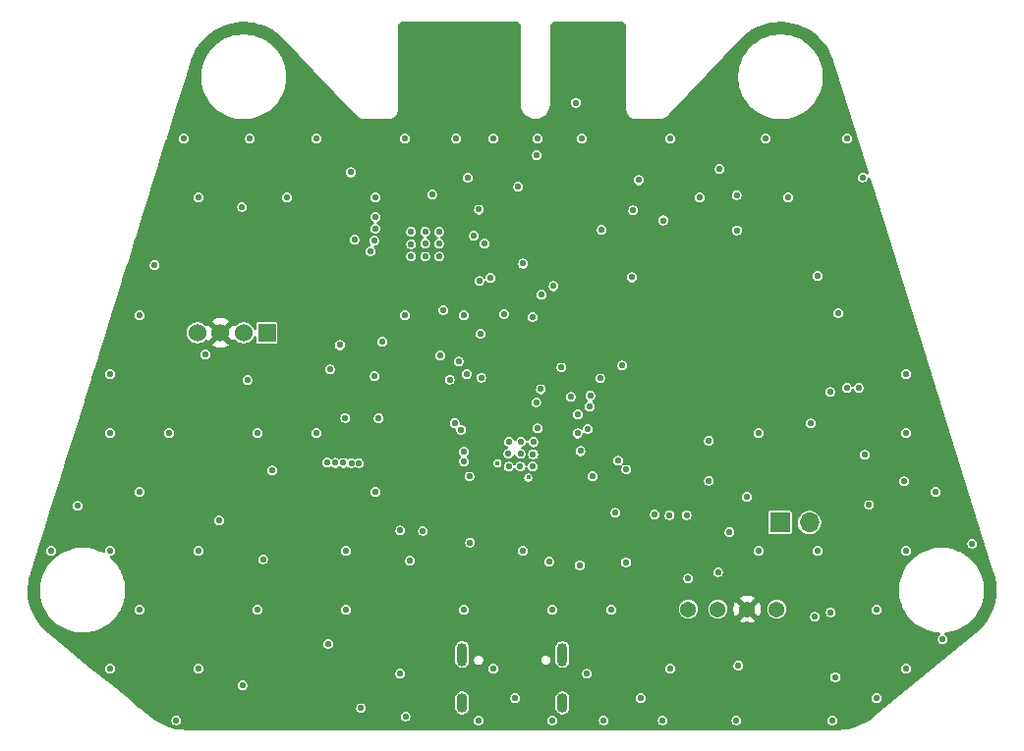
<source format=gbr>
%TF.GenerationSoftware,KiCad,Pcbnew,9.0.0*%
%TF.CreationDate,2025-07-19T13:55:26-04:00*%
%TF.ProjectId,status,73746174-7573-42e6-9b69-6361645f7063,rev?*%
%TF.SameCoordinates,Original*%
%TF.FileFunction,Copper,L2,Inr*%
%TF.FilePolarity,Positive*%
%FSLAX46Y46*%
G04 Gerber Fmt 4.6, Leading zero omitted, Abs format (unit mm)*
G04 Created by KiCad (PCBNEW 9.0.0) date 2025-07-19 13:55:26*
%MOMM*%
%LPD*%
G01*
G04 APERTURE LIST*
%TA.AperFunction,ComponentPad*%
%ADD10O,0.900000X1.700000*%
%TD*%
%TA.AperFunction,ComponentPad*%
%ADD11O,0.900000X2.000000*%
%TD*%
%TA.AperFunction,ComponentPad*%
%ADD12C,1.371600*%
%TD*%
%TA.AperFunction,ComponentPad*%
%ADD13R,1.524000X1.524000*%
%TD*%
%TA.AperFunction,ComponentPad*%
%ADD14C,1.524000*%
%TD*%
%TA.AperFunction,ComponentPad*%
%ADD15R,1.700000X1.700000*%
%TD*%
%TA.AperFunction,ComponentPad*%
%ADD16O,1.700000X1.700000*%
%TD*%
%TA.AperFunction,ViaPad*%
%ADD17C,0.400000*%
%TD*%
%TA.AperFunction,ViaPad*%
%ADD18C,0.550000*%
%TD*%
G04 APERTURE END LIST*
D10*
%TO.N,GND*%
%TO.C,J6*%
X150740000Y-119780000D03*
D11*
X150740000Y-115610000D03*
D10*
X142100000Y-119780000D03*
D11*
X142100000Y-115610000D03*
%TD*%
D12*
%TO.N,/SDA*%
%TO.C,J2*%
X161590000Y-111710500D03*
%TO.N,/SCL*%
X164130000Y-111710500D03*
%TO.N,+3.3V*%
X166670000Y-111710500D03*
%TO.N,GND*%
X169210000Y-111710500D03*
%TD*%
D13*
%TO.N,/SWCLK*%
%TO.C,J3*%
X125290000Y-87870000D03*
D14*
%TO.N,/SWD*%
X123290000Y-87870000D03*
%TO.N,+3.3V*%
X121290000Y-87870000D03*
%TO.N,GND*%
X119290000Y-87870000D03*
%TD*%
D15*
%TO.N,/~{USB_BOOT_S}*%
%TO.C,J7*%
X169490000Y-104225000D03*
D16*
%TO.N,GND*%
X172030000Y-104225000D03*
%TD*%
D17*
%TO.N,+1V1*%
X145150000Y-99100000D03*
D18*
X143750000Y-91725000D03*
D17*
X147800000Y-100350000D03*
D18*
X149600000Y-107600000D03*
X148600000Y-96100000D03*
X142800000Y-105950000D03*
%TO.N,/CS_SD*%
X172740000Y-82960000D03*
X145719800Y-86233000D03*
%TO.N,GND*%
X154305000Y-121285000D03*
X149860000Y-121285000D03*
X167640000Y-106680000D03*
X159385000Y-121285000D03*
X149860000Y-111760000D03*
X136775000Y-104925000D03*
X140106400Y-81281600D03*
X143510000Y-121285000D03*
X177800000Y-111760000D03*
X115620800Y-82016600D03*
X152857200Y-117271800D03*
X163372800Y-100634800D03*
X138912600Y-81281600D03*
X173990000Y-121285000D03*
X152298400Y-98069400D03*
X176809400Y-98399600D03*
X177800000Y-119380000D03*
X134620000Y-76200000D03*
X176606200Y-74472800D03*
X123175000Y-118275000D03*
X180187600Y-100685600D03*
X152247600Y-107899200D03*
X154127200Y-78994000D03*
X142240000Y-111760000D03*
X172500000Y-112375000D03*
X148183600Y-86487000D03*
X138912600Y-80168500D03*
X124460000Y-96520000D03*
X120000000Y-89740000D03*
X175260000Y-71120000D03*
X119380000Y-106680000D03*
X151460200Y-93395800D03*
X129540000Y-71120000D03*
X116840000Y-96520000D03*
X124950000Y-107400000D03*
X108991400Y-102793800D03*
X177175000Y-102725000D03*
X137718800Y-80214800D03*
X173863000Y-111963200D03*
X156850000Y-77325000D03*
X137625000Y-107525000D03*
X174250000Y-117550000D03*
X127000000Y-76200000D03*
X131572000Y-88925400D03*
X160020000Y-116840000D03*
X138725000Y-104950000D03*
X134924800Y-95224600D03*
X132825000Y-79825000D03*
X132025000Y-95200000D03*
X150672800Y-90855800D03*
X147320000Y-106680000D03*
X134620000Y-101600000D03*
X106680000Y-106680000D03*
X180340000Y-96520000D03*
X129540000Y-96520000D03*
X159425000Y-78175000D03*
X165150000Y-105050000D03*
X163372800Y-97180400D03*
X147130000Y-98302500D03*
X137160000Y-71120000D03*
X146100000Y-98310000D03*
X165912800Y-116560600D03*
X111760000Y-116840000D03*
X156743400Y-83083400D03*
X166624000Y-102006400D03*
X117475000Y-121285000D03*
X133400000Y-120250000D03*
X135229600Y-88646000D03*
X146685000Y-119380000D03*
X147120000Y-99400000D03*
X148500000Y-93850000D03*
X136779000Y-117246400D03*
X148240000Y-97280000D03*
X183515000Y-114300000D03*
X152070000Y-94900000D03*
X137160000Y-86360000D03*
X114300000Y-111760000D03*
X180340000Y-91440000D03*
X157480000Y-119380000D03*
X186055000Y-106045000D03*
X173800000Y-92975000D03*
X114300000Y-86360000D03*
X161442400Y-103581200D03*
X138912600Y-79148000D03*
X124460000Y-111760000D03*
X141605000Y-71120000D03*
X146150000Y-97250000D03*
X132080000Y-106680000D03*
X143560800Y-77241400D03*
X155900000Y-90700000D03*
X160020000Y-71120000D03*
X165775000Y-79025000D03*
X137236200Y-120954800D03*
X159969200Y-103581200D03*
X123825000Y-71120000D03*
X180340000Y-116840000D03*
X114300000Y-101600000D03*
X123610000Y-91940000D03*
X142240000Y-86360000D03*
X146925000Y-75250000D03*
X182880000Y-101600000D03*
X172720000Y-106680000D03*
X140106400Y-80164000D03*
X148220000Y-98330000D03*
X168275000Y-71120000D03*
X142722600Y-100253800D03*
X158699200Y-103530400D03*
X121175000Y-104025000D03*
X125755400Y-99745800D03*
X132525000Y-74025000D03*
X144780000Y-116840000D03*
X152400000Y-71120000D03*
X143700000Y-87925000D03*
X148894800Y-92735400D03*
X111760000Y-106680000D03*
X165735000Y-121285000D03*
X134518400Y-79908400D03*
X147190000Y-97250000D03*
X144780000Y-71120000D03*
X148184937Y-99398109D03*
X132080000Y-111760000D03*
X111760000Y-96520000D03*
X142595600Y-74472800D03*
X137718800Y-81281600D03*
X154940000Y-111760000D03*
X162560000Y-76200000D03*
X130575000Y-114675000D03*
X170180000Y-76200000D03*
X140106400Y-79148000D03*
X180340000Y-106680000D03*
X119380000Y-116840000D03*
X146110000Y-99420000D03*
X165750000Y-76000000D03*
X167640000Y-96520000D03*
X172135800Y-95681800D03*
X111760000Y-91440000D03*
X157327600Y-74701400D03*
X137718800Y-79148000D03*
X123150000Y-77000000D03*
X118110000Y-71120000D03*
X164287200Y-73736200D03*
X147350000Y-81900000D03*
X148590000Y-71120000D03*
X119380000Y-76200000D03*
%TO.N,/MOSI*%
X156260800Y-99669600D03*
X176260000Y-92620000D03*
%TO.N,/MISO*%
X153136600Y-93294200D03*
X175250000Y-92600000D03*
X155549600Y-98907600D03*
X148945600Y-84556600D03*
%TO.N,/SCK*%
X149987000Y-83845400D03*
X143586200Y-83413600D03*
X140487400Y-85902800D03*
X174500000Y-86150000D03*
%TO.N,/SWCLK*%
X142494000Y-91414600D03*
X130710000Y-91020000D03*
%TO.N,/STBY*%
X134645400Y-77876400D03*
X153345000Y-100228400D03*
%TO.N,+3.3V*%
X149400000Y-98550000D03*
X140881400Y-101815600D03*
X143103600Y-80822800D03*
X166670000Y-113055000D03*
X125272800Y-110896400D03*
X153009600Y-100939600D03*
X121320000Y-91090000D03*
X147726400Y-77076300D03*
X133908800Y-116027200D03*
X172790000Y-85080000D03*
X145897600Y-71272400D03*
X149504400Y-77127100D03*
X123275000Y-120525000D03*
X117100000Y-116730000D03*
X115440000Y-99150000D03*
X139730000Y-96840000D03*
X140878800Y-100898600D03*
X156100000Y-119270000D03*
X149400000Y-99950000D03*
X138887200Y-74777600D03*
X154178000Y-97282000D03*
X146725000Y-102900000D03*
X144913000Y-68017000D03*
X146685000Y-91719400D03*
X145923000Y-77089000D03*
X140900000Y-103750000D03*
X156768800Y-94589600D03*
%TO.N,/TX*%
X144018000Y-80162400D03*
X134620000Y-78867000D03*
%TO.N,/RESET*%
X153098500Y-94221300D03*
X154000200Y-91795600D03*
%TO.N,+5V*%
X148539200Y-72542400D03*
X151900000Y-68017000D03*
X134210800Y-80820000D03*
%TO.N,/RX*%
X139522200Y-75920600D03*
X143129000Y-79502000D03*
%TO.N,/CS*%
X144551400Y-83134200D03*
X140208000Y-89814400D03*
%TO.N,/SCL*%
X164150000Y-108500000D03*
X152933400Y-96139000D03*
%TO.N,/SDA*%
X161590000Y-109056800D03*
X152044400Y-96545400D03*
%TO.N,/~{USB_BOOT_S}*%
X156210000Y-107645200D03*
X155320000Y-103380000D03*
%TO.N,/SWD*%
X134575000Y-91600000D03*
X141808200Y-90347800D03*
%TO.N,/Push_Left*%
X131175850Y-99085400D03*
X141452600Y-95656400D03*
%TO.N,/Push_Down*%
X142240000Y-98120200D03*
X132562600Y-99110800D03*
%TO.N,/Push_Right*%
X142265400Y-98958400D03*
X133223000Y-99110800D03*
%TO.N,/Push_Up*%
X142011400Y-96215200D03*
X131876800Y-99085400D03*
%TO.N,/RUN*%
X130479800Y-99060000D03*
X141039400Y-91897200D03*
%TD*%
%TA.AperFunction,Conductor*%
%TO.N,+3.3V*%
G36*
X146854206Y-61008780D02*
G01*
X146874848Y-61025414D01*
X147126181Y-61276747D01*
X147159666Y-61338070D01*
X147162500Y-61364428D01*
X147162500Y-68091000D01*
X147162500Y-68138595D01*
X147162500Y-68242214D01*
X147168516Y-68278265D01*
X147196610Y-68446629D01*
X147263898Y-68642632D01*
X147263900Y-68642638D01*
X147362534Y-68824897D01*
X147362537Y-68824901D01*
X147489818Y-68988431D01*
X147489821Y-68988435D01*
X147489823Y-68988437D01*
X147489824Y-68988438D01*
X147546476Y-69040590D01*
X147642296Y-69128799D01*
X147804400Y-69234706D01*
X147815788Y-69242146D01*
X148005572Y-69325393D01*
X148206469Y-69376267D01*
X148275312Y-69381971D01*
X148412994Y-69393381D01*
X148413000Y-69393381D01*
X148413006Y-69393381D01*
X148536918Y-69383112D01*
X148619531Y-69376267D01*
X148820428Y-69325393D01*
X149010212Y-69242146D01*
X149183706Y-69128797D01*
X149336176Y-68988438D01*
X149463465Y-68824898D01*
X149562100Y-68642637D01*
X149629390Y-68446627D01*
X149663500Y-68242214D01*
X149663500Y-68138595D01*
X149663500Y-68091000D01*
X149663500Y-67960982D01*
X151474500Y-67960982D01*
X151474500Y-68073018D01*
X151503497Y-68181237D01*
X151559515Y-68278263D01*
X151638737Y-68357485D01*
X151735763Y-68413503D01*
X151843982Y-68442500D01*
X151843984Y-68442500D01*
X151956016Y-68442500D01*
X151956018Y-68442500D01*
X152064237Y-68413503D01*
X152161263Y-68357485D01*
X152240485Y-68278263D01*
X152296503Y-68181237D01*
X152325500Y-68073018D01*
X152325500Y-67960982D01*
X152296503Y-67852763D01*
X152240485Y-67755737D01*
X152161263Y-67676515D01*
X152064237Y-67620497D01*
X151956018Y-67591500D01*
X151843982Y-67591500D01*
X151735763Y-67620497D01*
X151735760Y-67620498D01*
X151638740Y-67676513D01*
X151638734Y-67676517D01*
X151559517Y-67755734D01*
X151559513Y-67755740D01*
X151503498Y-67852760D01*
X151503497Y-67852763D01*
X151474500Y-67960982D01*
X149663500Y-67960982D01*
X149663500Y-61364428D01*
X149683185Y-61297389D01*
X149699819Y-61276747D01*
X149951152Y-61025414D01*
X150012475Y-60991929D01*
X150038833Y-60989095D01*
X155887167Y-60989095D01*
X155954206Y-61008780D01*
X155974848Y-61025414D01*
X156226181Y-61276747D01*
X156259666Y-61338070D01*
X156262500Y-61364428D01*
X156262500Y-68684426D01*
X156265738Y-68696511D01*
X156268715Y-68719098D01*
X156269364Y-68719035D01*
X156269962Y-68725099D01*
X156269963Y-68725102D01*
X156269963Y-68725107D01*
X156300736Y-68879756D01*
X156361085Y-69025430D01*
X156361086Y-69025432D01*
X156361087Y-69025433D01*
X156448690Y-69156532D01*
X156448694Y-69156536D01*
X156560189Y-69268026D01*
X156560192Y-69268029D01*
X156666147Y-69338825D01*
X156691298Y-69355630D01*
X156836975Y-69415973D01*
X156991625Y-69446740D01*
X157030910Y-69446741D01*
X157030916Y-69446743D01*
X157070465Y-69446743D01*
X157118059Y-69446745D01*
X157118062Y-69446743D01*
X157128038Y-69446744D01*
X157128063Y-69446743D01*
X158896073Y-69446743D01*
X158902320Y-69446744D01*
X158902496Y-69446795D01*
X158953652Y-69446758D01*
X158953652Y-69446759D01*
X158975988Y-69446743D01*
X158993202Y-69446743D01*
X159001532Y-69446743D01*
X159001792Y-69446723D01*
X159041599Y-69446696D01*
X159041606Y-69446695D01*
X159041609Y-69446695D01*
X159092774Y-69439740D01*
X159215891Y-69423008D01*
X159322886Y-69393381D01*
X159385401Y-69376071D01*
X159387276Y-69375267D01*
X159547058Y-69306735D01*
X159697904Y-69216268D01*
X159835196Y-69106316D01*
X159868500Y-69071356D01*
X159868590Y-69071302D01*
X159911730Y-69025957D01*
X159928665Y-69008157D01*
X159928665Y-69008155D01*
X159945109Y-68990873D01*
X159945112Y-68990866D01*
X163157648Y-65614121D01*
X165892060Y-65614121D01*
X165892060Y-65972790D01*
X165927215Y-66329731D01*
X165927218Y-66329748D01*
X165997185Y-66681504D01*
X165997188Y-66681515D01*
X166101309Y-67024756D01*
X166238569Y-67356130D01*
X166238571Y-67356135D01*
X166407639Y-67672439D01*
X166407656Y-67672467D01*
X166606902Y-67970661D01*
X166606919Y-67970684D01*
X166834460Y-68247943D01*
X167088072Y-68501555D01*
X167088077Y-68501559D01*
X167088078Y-68501560D01*
X167365337Y-68729101D01*
X167365344Y-68729106D01*
X167365354Y-68729113D01*
X167663548Y-68928359D01*
X167663553Y-68928362D01*
X167663565Y-68928370D01*
X167663574Y-68928374D01*
X167663576Y-68928376D01*
X167979880Y-69097444D01*
X167979882Y-69097444D01*
X167979888Y-69097448D01*
X168311261Y-69234707D01*
X168654491Y-69338825D01*
X168654497Y-69338826D01*
X168654500Y-69338827D01*
X168654511Y-69338830D01*
X168875092Y-69382705D01*
X169006274Y-69408799D01*
X169363222Y-69443956D01*
X169363225Y-69443956D01*
X169721895Y-69443956D01*
X169721898Y-69443956D01*
X170078846Y-69408799D01*
X170252969Y-69374163D01*
X170430608Y-69338830D01*
X170430619Y-69338827D01*
X170430619Y-69338826D01*
X170430629Y-69338825D01*
X170773859Y-69234707D01*
X171105232Y-69097448D01*
X171421555Y-68928370D01*
X171719783Y-68729101D01*
X171997042Y-68501560D01*
X172250664Y-68247938D01*
X172478205Y-67970679D01*
X172677474Y-67672451D01*
X172846552Y-67356128D01*
X172983811Y-67024755D01*
X173087929Y-66681525D01*
X173087931Y-66681515D01*
X173087934Y-66681504D01*
X173123267Y-66503865D01*
X173157903Y-66329742D01*
X173193060Y-65972794D01*
X173193060Y-65614118D01*
X173157903Y-65257170D01*
X173131809Y-65125988D01*
X173087934Y-64905407D01*
X173087931Y-64905396D01*
X173087930Y-64905393D01*
X173087929Y-64905387D01*
X172983811Y-64562157D01*
X172846552Y-64230784D01*
X172806651Y-64156135D01*
X172677480Y-63914472D01*
X172677478Y-63914470D01*
X172677474Y-63914461D01*
X172575224Y-63761432D01*
X172478217Y-63616250D01*
X172478210Y-63616240D01*
X172478205Y-63616233D01*
X172250664Y-63338974D01*
X172250663Y-63338973D01*
X172250659Y-63338968D01*
X171997047Y-63085356D01*
X171719788Y-62857815D01*
X171719765Y-62857798D01*
X171421571Y-62658552D01*
X171421543Y-62658535D01*
X171105239Y-62489467D01*
X171105234Y-62489465D01*
X170773860Y-62352205D01*
X170430619Y-62248084D01*
X170430608Y-62248081D01*
X170078852Y-62178114D01*
X170078835Y-62178111D01*
X169808911Y-62151526D01*
X169721898Y-62142956D01*
X169363222Y-62142956D01*
X169282747Y-62150882D01*
X169006284Y-62178111D01*
X169006267Y-62178114D01*
X168654511Y-62248081D01*
X168654500Y-62248084D01*
X168311259Y-62352205D01*
X167979885Y-62489465D01*
X167979880Y-62489467D01*
X167663576Y-62658535D01*
X167663548Y-62658552D01*
X167365354Y-62857798D01*
X167365331Y-62857815D01*
X167088072Y-63085356D01*
X166834460Y-63338968D01*
X166606919Y-63616227D01*
X166606902Y-63616250D01*
X166407656Y-63914444D01*
X166407639Y-63914472D01*
X166238571Y-64230776D01*
X166238569Y-64230781D01*
X166101309Y-64562155D01*
X165997188Y-64905396D01*
X165997185Y-64905407D01*
X165927218Y-65257163D01*
X165927215Y-65257180D01*
X165892060Y-65614121D01*
X163157648Y-65614121D01*
X166068726Y-62554243D01*
X166068729Y-62554242D01*
X166099719Y-62521666D01*
X166103450Y-62517911D01*
X166393599Y-62238222D01*
X166401585Y-62231164D01*
X166712758Y-61979282D01*
X166721331Y-61972937D01*
X167053097Y-61748914D01*
X167062216Y-61743316D01*
X167412074Y-61548833D01*
X167421649Y-61544040D01*
X167787022Y-61380528D01*
X167796982Y-61376579D01*
X168175124Y-61245269D01*
X168185366Y-61242202D01*
X168573456Y-61144071D01*
X168583915Y-61141903D01*
X168979032Y-61077695D01*
X168989655Y-61076436D01*
X169388853Y-61046627D01*
X169399549Y-61046293D01*
X169799801Y-61051108D01*
X169810500Y-61051700D01*
X170208833Y-61091101D01*
X170219446Y-61092617D01*
X170612889Y-61166309D01*
X170623316Y-61168733D01*
X171008932Y-61276171D01*
X171019094Y-61279482D01*
X171175559Y-61338070D01*
X171393957Y-61419848D01*
X171403834Y-61424042D01*
X171765143Y-61596285D01*
X171774620Y-61601317D01*
X172119687Y-61804152D01*
X172128694Y-61809985D01*
X172454941Y-62041900D01*
X172463394Y-62048478D01*
X172698207Y-62248087D01*
X172768368Y-62307729D01*
X172776231Y-62315022D01*
X172812992Y-62352205D01*
X173057649Y-62599670D01*
X173064856Y-62607621D01*
X173320596Y-62915516D01*
X173327089Y-62924059D01*
X173555262Y-63252924D01*
X173560992Y-63261997D01*
X173759881Y-63609363D01*
X173764804Y-63618897D01*
X173932672Y-63981630D01*
X173932910Y-63982143D01*
X173936990Y-63992064D01*
X174054941Y-64318355D01*
X174073616Y-64370014D01*
X174075291Y-64374973D01*
X174089075Y-64418973D01*
X174089146Y-64419073D01*
X174092074Y-64428393D01*
X174092074Y-64428414D01*
X174092103Y-64428486D01*
X177102034Y-74036124D01*
X177103292Y-74105983D01*
X177066581Y-74165431D01*
X177003558Y-74195595D01*
X176934232Y-74186898D01*
X176896024Y-74160876D01*
X176867465Y-74132317D01*
X176867463Y-74132315D01*
X176770437Y-74076297D01*
X176662218Y-74047300D01*
X176550182Y-74047300D01*
X176441963Y-74076297D01*
X176441960Y-74076298D01*
X176344940Y-74132313D01*
X176344934Y-74132317D01*
X176265717Y-74211534D01*
X176265713Y-74211540D01*
X176209698Y-74308560D01*
X176209697Y-74308563D01*
X176180700Y-74416782D01*
X176180700Y-74528818D01*
X176209697Y-74637037D01*
X176265715Y-74734063D01*
X176344937Y-74813285D01*
X176441963Y-74869303D01*
X176550182Y-74898300D01*
X176550184Y-74898300D01*
X176662216Y-74898300D01*
X176662218Y-74898300D01*
X176770437Y-74869303D01*
X176867463Y-74813285D01*
X176946685Y-74734063D01*
X177002703Y-74637037D01*
X177024797Y-74554580D01*
X177061161Y-74494921D01*
X177124008Y-74464392D01*
X177193383Y-74472687D01*
X177247261Y-74517172D01*
X177262899Y-74549602D01*
X179468896Y-81591100D01*
X187928437Y-108593789D01*
X187928466Y-108593883D01*
X187931364Y-108603161D01*
X187931364Y-108603277D01*
X187944491Y-108645178D01*
X187944837Y-108646285D01*
X187944837Y-108646291D01*
X187946273Y-108651241D01*
X188048229Y-109032673D01*
X188050511Y-109042937D01*
X188119325Y-109429041D01*
X188120730Y-109439461D01*
X188156590Y-109830029D01*
X188157106Y-109840530D01*
X188159749Y-110232712D01*
X188159374Y-110243220D01*
X188128783Y-110634223D01*
X188127521Y-110644646D01*
X188063912Y-111031678D01*
X188061773Y-111041952D01*
X187965609Y-111422184D01*
X187962601Y-111432259D01*
X187834577Y-111802963D01*
X187830727Y-111812747D01*
X187671749Y-112171294D01*
X187667083Y-112180716D01*
X187478315Y-112524483D01*
X187472868Y-112533477D01*
X187255647Y-112860030D01*
X187249458Y-112868529D01*
X187005359Y-113175499D01*
X186998472Y-113183444D01*
X186729244Y-113468632D01*
X186721709Y-113475965D01*
X186427445Y-113738968D01*
X186423470Y-113742372D01*
X186419658Y-113745500D01*
X186419639Y-113745515D01*
X186388554Y-113771012D01*
X186388554Y-113771013D01*
X177561928Y-121010818D01*
X177560456Y-121012025D01*
X177560454Y-121012026D01*
X177525721Y-121040514D01*
X177521536Y-121043799D01*
X177201876Y-121283804D01*
X177193097Y-121289824D01*
X176856302Y-121500112D01*
X176847039Y-121505357D01*
X176493448Y-121685985D01*
X176483770Y-121690416D01*
X176115992Y-121840053D01*
X176105969Y-121843638D01*
X175726712Y-121961182D01*
X175716419Y-121963894D01*
X175328474Y-122048479D01*
X175317986Y-122050298D01*
X174924222Y-122101299D01*
X174913617Y-122102212D01*
X174527520Y-122118800D01*
X174514443Y-122119362D01*
X174509122Y-122119476D01*
X118371621Y-122119476D01*
X118361625Y-122119475D01*
X118361623Y-122119475D01*
X118340764Y-122119475D01*
X118316692Y-122119475D01*
X118316691Y-122119474D01*
X118311373Y-122119361D01*
X117912017Y-122102207D01*
X117901411Y-122101294D01*
X117507649Y-122050296D01*
X117497162Y-122048477D01*
X117109219Y-121963896D01*
X117098925Y-121961184D01*
X116719669Y-121843644D01*
X116709646Y-121840059D01*
X116341878Y-121690429D01*
X116332200Y-121685999D01*
X115978600Y-121505370D01*
X115969337Y-121500125D01*
X115690513Y-121326037D01*
X115632542Y-121289842D01*
X115623763Y-121283822D01*
X115550721Y-121228982D01*
X117049500Y-121228982D01*
X117049500Y-121341018D01*
X117078497Y-121449237D01*
X117134515Y-121546263D01*
X117213737Y-121625485D01*
X117310763Y-121681503D01*
X117418982Y-121710500D01*
X117418984Y-121710500D01*
X117531016Y-121710500D01*
X117531018Y-121710500D01*
X117639237Y-121681503D01*
X117736263Y-121625485D01*
X117815485Y-121546263D01*
X117871503Y-121449237D01*
X117900500Y-121341018D01*
X117900500Y-121228982D01*
X117871503Y-121120763D01*
X117815485Y-121023737D01*
X117736263Y-120944515D01*
X117657051Y-120898782D01*
X136810700Y-120898782D01*
X136810700Y-121010818D01*
X136814163Y-121023740D01*
X136839697Y-121119036D01*
X136839698Y-121119039D01*
X136858369Y-121151379D01*
X136895715Y-121216063D01*
X136974937Y-121295285D01*
X137071963Y-121351303D01*
X137180182Y-121380300D01*
X137180184Y-121380300D01*
X137292216Y-121380300D01*
X137292218Y-121380300D01*
X137400437Y-121351303D01*
X137497463Y-121295285D01*
X137563766Y-121228982D01*
X143084500Y-121228982D01*
X143084500Y-121341018D01*
X143113497Y-121449237D01*
X143169515Y-121546263D01*
X143248737Y-121625485D01*
X143345763Y-121681503D01*
X143453982Y-121710500D01*
X143453984Y-121710500D01*
X143566016Y-121710500D01*
X143566018Y-121710500D01*
X143674237Y-121681503D01*
X143771263Y-121625485D01*
X143850485Y-121546263D01*
X143906503Y-121449237D01*
X143935500Y-121341018D01*
X143935500Y-121228982D01*
X149434500Y-121228982D01*
X149434500Y-121341018D01*
X149463497Y-121449237D01*
X149519515Y-121546263D01*
X149598737Y-121625485D01*
X149695763Y-121681503D01*
X149803982Y-121710500D01*
X149803984Y-121710500D01*
X149916016Y-121710500D01*
X149916018Y-121710500D01*
X150024237Y-121681503D01*
X150121263Y-121625485D01*
X150200485Y-121546263D01*
X150256503Y-121449237D01*
X150285500Y-121341018D01*
X150285500Y-121228982D01*
X153879500Y-121228982D01*
X153879500Y-121341018D01*
X153908497Y-121449237D01*
X153964515Y-121546263D01*
X154043737Y-121625485D01*
X154140763Y-121681503D01*
X154248982Y-121710500D01*
X154248984Y-121710500D01*
X154361016Y-121710500D01*
X154361018Y-121710500D01*
X154469237Y-121681503D01*
X154566263Y-121625485D01*
X154645485Y-121546263D01*
X154701503Y-121449237D01*
X154730500Y-121341018D01*
X154730500Y-121228982D01*
X158959500Y-121228982D01*
X158959500Y-121341018D01*
X158988497Y-121449237D01*
X159044515Y-121546263D01*
X159123737Y-121625485D01*
X159220763Y-121681503D01*
X159328982Y-121710500D01*
X159328984Y-121710500D01*
X159441016Y-121710500D01*
X159441018Y-121710500D01*
X159549237Y-121681503D01*
X159646263Y-121625485D01*
X159725485Y-121546263D01*
X159781503Y-121449237D01*
X159810500Y-121341018D01*
X159810500Y-121228982D01*
X165309500Y-121228982D01*
X165309500Y-121341018D01*
X165338497Y-121449237D01*
X165394515Y-121546263D01*
X165473737Y-121625485D01*
X165570763Y-121681503D01*
X165678982Y-121710500D01*
X165678984Y-121710500D01*
X165791016Y-121710500D01*
X165791018Y-121710500D01*
X165899237Y-121681503D01*
X165996263Y-121625485D01*
X166075485Y-121546263D01*
X166131503Y-121449237D01*
X166160500Y-121341018D01*
X166160500Y-121228982D01*
X173564500Y-121228982D01*
X173564500Y-121341018D01*
X173593497Y-121449237D01*
X173649515Y-121546263D01*
X173728737Y-121625485D01*
X173825763Y-121681503D01*
X173933982Y-121710500D01*
X173933984Y-121710500D01*
X174046016Y-121710500D01*
X174046018Y-121710500D01*
X174154237Y-121681503D01*
X174251263Y-121625485D01*
X174330485Y-121546263D01*
X174386503Y-121449237D01*
X174415500Y-121341018D01*
X174415500Y-121228982D01*
X174386503Y-121120763D01*
X174330485Y-121023737D01*
X174251263Y-120944515D01*
X174154237Y-120888497D01*
X174046018Y-120859500D01*
X173933982Y-120859500D01*
X173825763Y-120888497D01*
X173825760Y-120888498D01*
X173728740Y-120944513D01*
X173728734Y-120944517D01*
X173649517Y-121023734D01*
X173649513Y-121023740D01*
X173593498Y-121120760D01*
X173593497Y-121120763D01*
X173564500Y-121228982D01*
X166160500Y-121228982D01*
X166131503Y-121120763D01*
X166075485Y-121023737D01*
X165996263Y-120944515D01*
X165899237Y-120888497D01*
X165791018Y-120859500D01*
X165678982Y-120859500D01*
X165570763Y-120888497D01*
X165570760Y-120888498D01*
X165473740Y-120944513D01*
X165473734Y-120944517D01*
X165394517Y-121023734D01*
X165394513Y-121023740D01*
X165338498Y-121120760D01*
X165338497Y-121120763D01*
X165309500Y-121228982D01*
X159810500Y-121228982D01*
X159781503Y-121120763D01*
X159725485Y-121023737D01*
X159646263Y-120944515D01*
X159549237Y-120888497D01*
X159441018Y-120859500D01*
X159328982Y-120859500D01*
X159220763Y-120888497D01*
X159220760Y-120888498D01*
X159123740Y-120944513D01*
X159123734Y-120944517D01*
X159044517Y-121023734D01*
X159044513Y-121023740D01*
X158988498Y-121120760D01*
X158988497Y-121120763D01*
X158959500Y-121228982D01*
X154730500Y-121228982D01*
X154701503Y-121120763D01*
X154645485Y-121023737D01*
X154566263Y-120944515D01*
X154469237Y-120888497D01*
X154361018Y-120859500D01*
X154248982Y-120859500D01*
X154140763Y-120888497D01*
X154140760Y-120888498D01*
X154043740Y-120944513D01*
X154043734Y-120944517D01*
X153964517Y-121023734D01*
X153964513Y-121023740D01*
X153908498Y-121120760D01*
X153908497Y-121120763D01*
X153879500Y-121228982D01*
X150285500Y-121228982D01*
X150256503Y-121120763D01*
X150200485Y-121023737D01*
X150121263Y-120944515D01*
X150024237Y-120888497D01*
X149916018Y-120859500D01*
X149803982Y-120859500D01*
X149695763Y-120888497D01*
X149695760Y-120888498D01*
X149598740Y-120944513D01*
X149598734Y-120944517D01*
X149519517Y-121023734D01*
X149519513Y-121023740D01*
X149463498Y-121120760D01*
X149463497Y-121120763D01*
X149434500Y-121228982D01*
X143935500Y-121228982D01*
X143906503Y-121120763D01*
X143850485Y-121023737D01*
X143771263Y-120944515D01*
X143674237Y-120888497D01*
X143566018Y-120859500D01*
X143453982Y-120859500D01*
X143345763Y-120888497D01*
X143345760Y-120888498D01*
X143248740Y-120944513D01*
X143248734Y-120944517D01*
X143169517Y-121023734D01*
X143169513Y-121023740D01*
X143113498Y-121120760D01*
X143113497Y-121120763D01*
X143084500Y-121228982D01*
X137563766Y-121228982D01*
X137576685Y-121216063D01*
X137632703Y-121119037D01*
X137661700Y-121010818D01*
X137661700Y-120898782D01*
X137632703Y-120790563D01*
X137576685Y-120693537D01*
X137497463Y-120614315D01*
X137400437Y-120558297D01*
X137292218Y-120529300D01*
X137180182Y-120529300D01*
X137071963Y-120558297D01*
X137071960Y-120558298D01*
X136974940Y-120614313D01*
X136974934Y-120614317D01*
X136895717Y-120693534D01*
X136895713Y-120693540D01*
X136839698Y-120790560D01*
X136839697Y-120790563D01*
X136810700Y-120898782D01*
X117657051Y-120898782D01*
X117639237Y-120888497D01*
X117531018Y-120859500D01*
X117418982Y-120859500D01*
X117310763Y-120888497D01*
X117310760Y-120888498D01*
X117213740Y-120944513D01*
X117213734Y-120944517D01*
X117134517Y-121023734D01*
X117134513Y-121023740D01*
X117078498Y-121120760D01*
X117078497Y-121120763D01*
X117049500Y-121228982D01*
X115550721Y-121228982D01*
X115304666Y-121044245D01*
X115300478Y-121040958D01*
X114374842Y-120281730D01*
X114267861Y-120193982D01*
X132974500Y-120193982D01*
X132974500Y-120306018D01*
X133003497Y-120414237D01*
X133059515Y-120511263D01*
X133138737Y-120590485D01*
X133235763Y-120646503D01*
X133343982Y-120675500D01*
X133343984Y-120675500D01*
X133456016Y-120675500D01*
X133456018Y-120675500D01*
X133564237Y-120646503D01*
X133661263Y-120590485D01*
X133740485Y-120511263D01*
X133796503Y-120414237D01*
X133825500Y-120306018D01*
X133825500Y-120193982D01*
X133796503Y-120085763D01*
X133740485Y-119988737D01*
X133661263Y-119909515D01*
X133564237Y-119853497D01*
X133456018Y-119824500D01*
X133343982Y-119824500D01*
X133235763Y-119853497D01*
X133235760Y-119853498D01*
X133138740Y-119909513D01*
X133138734Y-119909517D01*
X133059517Y-119988734D01*
X133059513Y-119988740D01*
X133003498Y-120085760D01*
X133003497Y-120085763D01*
X132974500Y-120193982D01*
X114267861Y-120193982D01*
X113690579Y-119720482D01*
X113179085Y-119300943D01*
X141499500Y-119300943D01*
X141499500Y-120259056D01*
X141540423Y-120411783D01*
X141540426Y-120411790D01*
X141619475Y-120548709D01*
X141619479Y-120548714D01*
X141619480Y-120548716D01*
X141731284Y-120660520D01*
X141731286Y-120660521D01*
X141731290Y-120660524D01*
X141868209Y-120739573D01*
X141868216Y-120739577D01*
X142020943Y-120780500D01*
X142020945Y-120780500D01*
X142179055Y-120780500D01*
X142179057Y-120780500D01*
X142331784Y-120739577D01*
X142468716Y-120660520D01*
X142580520Y-120548716D01*
X142659577Y-120411784D01*
X142700500Y-120259057D01*
X142700500Y-119323982D01*
X146259500Y-119323982D01*
X146259500Y-119436018D01*
X146288497Y-119544237D01*
X146344515Y-119641263D01*
X146423737Y-119720485D01*
X146520763Y-119776503D01*
X146628982Y-119805500D01*
X146628984Y-119805500D01*
X146741016Y-119805500D01*
X146741018Y-119805500D01*
X146849237Y-119776503D01*
X146946263Y-119720485D01*
X147025485Y-119641263D01*
X147081503Y-119544237D01*
X147110500Y-119436018D01*
X147110500Y-119323982D01*
X147104327Y-119300943D01*
X150139500Y-119300943D01*
X150139500Y-120259056D01*
X150180423Y-120411783D01*
X150180426Y-120411790D01*
X150259475Y-120548709D01*
X150259479Y-120548714D01*
X150259480Y-120548716D01*
X150371284Y-120660520D01*
X150371286Y-120660521D01*
X150371290Y-120660524D01*
X150508209Y-120739573D01*
X150508216Y-120739577D01*
X150660943Y-120780500D01*
X150660945Y-120780500D01*
X150819055Y-120780500D01*
X150819057Y-120780500D01*
X150971784Y-120739577D01*
X151108716Y-120660520D01*
X151220520Y-120548716D01*
X151299577Y-120411784D01*
X151340500Y-120259057D01*
X151340500Y-119323982D01*
X157054500Y-119323982D01*
X157054500Y-119436018D01*
X157083497Y-119544237D01*
X157139515Y-119641263D01*
X157218737Y-119720485D01*
X157315763Y-119776503D01*
X157423982Y-119805500D01*
X157423984Y-119805500D01*
X157536016Y-119805500D01*
X157536018Y-119805500D01*
X157644237Y-119776503D01*
X157741263Y-119720485D01*
X157820485Y-119641263D01*
X157876503Y-119544237D01*
X157905500Y-119436018D01*
X157905500Y-119323982D01*
X177374500Y-119323982D01*
X177374500Y-119436018D01*
X177403497Y-119544237D01*
X177459515Y-119641263D01*
X177538737Y-119720485D01*
X177635763Y-119776503D01*
X177743982Y-119805500D01*
X177743984Y-119805500D01*
X177856016Y-119805500D01*
X177856018Y-119805500D01*
X177964237Y-119776503D01*
X178061263Y-119720485D01*
X178140485Y-119641263D01*
X178196503Y-119544237D01*
X178225500Y-119436018D01*
X178225500Y-119323982D01*
X178196503Y-119215763D01*
X178140485Y-119118737D01*
X178061263Y-119039515D01*
X177964237Y-118983497D01*
X177856018Y-118954500D01*
X177743982Y-118954500D01*
X177635763Y-118983497D01*
X177635760Y-118983498D01*
X177538740Y-119039513D01*
X177538734Y-119039517D01*
X177459517Y-119118734D01*
X177459513Y-119118740D01*
X177403498Y-119215760D01*
X177403497Y-119215763D01*
X177374500Y-119323982D01*
X157905500Y-119323982D01*
X157876503Y-119215763D01*
X157820485Y-119118737D01*
X157741263Y-119039515D01*
X157644237Y-118983497D01*
X157536018Y-118954500D01*
X157423982Y-118954500D01*
X157315763Y-118983497D01*
X157315760Y-118983498D01*
X157218740Y-119039513D01*
X157218734Y-119039517D01*
X157139517Y-119118734D01*
X157139513Y-119118740D01*
X157083498Y-119215760D01*
X157083497Y-119215763D01*
X157054500Y-119323982D01*
X151340500Y-119323982D01*
X151340500Y-119300943D01*
X151299577Y-119148216D01*
X151282559Y-119118740D01*
X151220524Y-119011290D01*
X151220518Y-119011282D01*
X151108717Y-118899481D01*
X151108709Y-118899475D01*
X150971790Y-118820426D01*
X150971786Y-118820424D01*
X150971784Y-118820423D01*
X150819057Y-118779500D01*
X150660943Y-118779500D01*
X150508216Y-118820423D01*
X150508209Y-118820426D01*
X150371290Y-118899475D01*
X150371282Y-118899481D01*
X150259481Y-119011282D01*
X150259475Y-119011290D01*
X150180426Y-119148209D01*
X150180423Y-119148216D01*
X150139500Y-119300943D01*
X147104327Y-119300943D01*
X147081503Y-119215763D01*
X147025485Y-119118737D01*
X146946263Y-119039515D01*
X146849237Y-118983497D01*
X146741018Y-118954500D01*
X146628982Y-118954500D01*
X146520763Y-118983497D01*
X146520760Y-118983498D01*
X146423740Y-119039513D01*
X146423734Y-119039517D01*
X146344517Y-119118734D01*
X146344513Y-119118740D01*
X146288498Y-119215760D01*
X146288497Y-119215763D01*
X146259500Y-119323982D01*
X142700500Y-119323982D01*
X142700500Y-119300943D01*
X142659577Y-119148216D01*
X142642559Y-119118740D01*
X142580524Y-119011290D01*
X142580518Y-119011282D01*
X142468717Y-118899481D01*
X142468709Y-118899475D01*
X142331790Y-118820426D01*
X142331786Y-118820424D01*
X142331784Y-118820423D01*
X142179057Y-118779500D01*
X142020943Y-118779500D01*
X141868216Y-118820423D01*
X141868209Y-118820426D01*
X141731290Y-118899475D01*
X141731282Y-118899481D01*
X141619481Y-119011282D01*
X141619475Y-119011290D01*
X141540426Y-119148209D01*
X141540423Y-119148216D01*
X141499500Y-119300943D01*
X113179085Y-119300943D01*
X111859980Y-118218982D01*
X122749500Y-118218982D01*
X122749500Y-118331018D01*
X122778497Y-118439237D01*
X122834515Y-118536263D01*
X122913737Y-118615485D01*
X123010763Y-118671503D01*
X123118982Y-118700500D01*
X123118984Y-118700500D01*
X123231016Y-118700500D01*
X123231018Y-118700500D01*
X123339237Y-118671503D01*
X123436263Y-118615485D01*
X123515485Y-118536263D01*
X123571503Y-118439237D01*
X123600500Y-118331018D01*
X123600500Y-118218982D01*
X123571503Y-118110763D01*
X123515485Y-118013737D01*
X123436263Y-117934515D01*
X123339237Y-117878497D01*
X123231018Y-117849500D01*
X123118982Y-117849500D01*
X123010763Y-117878497D01*
X123010760Y-117878498D01*
X122913740Y-117934513D01*
X122913734Y-117934517D01*
X122834517Y-118013734D01*
X122834513Y-118013740D01*
X122778498Y-118110760D01*
X122778497Y-118110763D01*
X122749500Y-118218982D01*
X111859980Y-118218982D01*
X110110457Y-116783982D01*
X111334500Y-116783982D01*
X111334500Y-116896018D01*
X111358638Y-116986100D01*
X111363497Y-117004236D01*
X111363498Y-117004239D01*
X111367134Y-117010537D01*
X111419515Y-117101263D01*
X111498737Y-117180485D01*
X111595763Y-117236503D01*
X111703982Y-117265500D01*
X111703984Y-117265500D01*
X111816016Y-117265500D01*
X111816018Y-117265500D01*
X111924237Y-117236503D01*
X112021263Y-117180485D01*
X112100485Y-117101263D01*
X112156503Y-117004237D01*
X112185500Y-116896018D01*
X112185500Y-116783982D01*
X118954500Y-116783982D01*
X118954500Y-116896018D01*
X118978638Y-116986100D01*
X118983497Y-117004236D01*
X118983498Y-117004239D01*
X118987134Y-117010537D01*
X119039515Y-117101263D01*
X119118737Y-117180485D01*
X119215763Y-117236503D01*
X119323982Y-117265500D01*
X119323984Y-117265500D01*
X119436016Y-117265500D01*
X119436018Y-117265500D01*
X119544237Y-117236503D01*
X119624121Y-117190382D01*
X136353500Y-117190382D01*
X136353500Y-117302418D01*
X136382497Y-117410637D01*
X136438515Y-117507663D01*
X136517737Y-117586885D01*
X136614763Y-117642903D01*
X136722982Y-117671900D01*
X136722984Y-117671900D01*
X136835016Y-117671900D01*
X136835018Y-117671900D01*
X136943237Y-117642903D01*
X137040263Y-117586885D01*
X137119485Y-117507663D01*
X137175503Y-117410637D01*
X137204500Y-117302418D01*
X137204500Y-117190382D01*
X137175503Y-117082163D01*
X137119485Y-116985137D01*
X137040263Y-116905915D01*
X136943237Y-116849897D01*
X136835018Y-116820900D01*
X136722982Y-116820900D01*
X136614763Y-116849897D01*
X136614760Y-116849898D01*
X136517740Y-116905913D01*
X136517734Y-116905917D01*
X136438517Y-116985134D01*
X136438513Y-116985140D01*
X136382498Y-117082160D01*
X136382497Y-117082163D01*
X136353500Y-117190382D01*
X119624121Y-117190382D01*
X119641263Y-117180485D01*
X119720485Y-117101263D01*
X119776503Y-117004237D01*
X119805500Y-116896018D01*
X119805500Y-116783982D01*
X144354500Y-116783982D01*
X144354500Y-116896018D01*
X144378638Y-116986100D01*
X144383497Y-117004236D01*
X144383498Y-117004239D01*
X144387134Y-117010537D01*
X144439515Y-117101263D01*
X144518737Y-117180485D01*
X144615763Y-117236503D01*
X144723982Y-117265500D01*
X144723984Y-117265500D01*
X144836016Y-117265500D01*
X144836018Y-117265500D01*
X144944237Y-117236503D01*
X144980127Y-117215782D01*
X152431700Y-117215782D01*
X152431700Y-117327818D01*
X152460697Y-117436037D01*
X152516715Y-117533063D01*
X152595937Y-117612285D01*
X152692963Y-117668303D01*
X152801182Y-117697300D01*
X152801184Y-117697300D01*
X152913216Y-117697300D01*
X152913218Y-117697300D01*
X153021437Y-117668303D01*
X153118463Y-117612285D01*
X153197685Y-117533063D01*
X153220248Y-117493982D01*
X173824500Y-117493982D01*
X173824500Y-117606018D01*
X173853497Y-117714237D01*
X173909515Y-117811263D01*
X173988737Y-117890485D01*
X174085763Y-117946503D01*
X174193982Y-117975500D01*
X174193984Y-117975500D01*
X174306016Y-117975500D01*
X174306018Y-117975500D01*
X174414237Y-117946503D01*
X174511263Y-117890485D01*
X174590485Y-117811263D01*
X174646503Y-117714237D01*
X174675500Y-117606018D01*
X174675500Y-117493982D01*
X174646503Y-117385763D01*
X174590485Y-117288737D01*
X174511263Y-117209515D01*
X174414237Y-117153497D01*
X174306018Y-117124500D01*
X174193982Y-117124500D01*
X174085763Y-117153497D01*
X174085760Y-117153498D01*
X173988740Y-117209513D01*
X173988734Y-117209517D01*
X173909517Y-117288734D01*
X173909513Y-117288740D01*
X173853498Y-117385760D01*
X173853497Y-117385763D01*
X173824500Y-117493982D01*
X153220248Y-117493982D01*
X153253703Y-117436037D01*
X153282700Y-117327818D01*
X153282700Y-117215782D01*
X153253703Y-117107563D01*
X153197685Y-117010537D01*
X153118463Y-116931315D01*
X153021437Y-116875297D01*
X152913218Y-116846300D01*
X152801182Y-116846300D01*
X152692963Y-116875297D01*
X152692960Y-116875298D01*
X152595940Y-116931313D01*
X152595934Y-116931317D01*
X152516717Y-117010534D01*
X152516713Y-117010540D01*
X152460698Y-117107560D01*
X152460697Y-117107563D01*
X152431700Y-117215782D01*
X144980127Y-117215782D01*
X145041263Y-117180485D01*
X145120485Y-117101263D01*
X145176503Y-117004237D01*
X145205500Y-116896018D01*
X145205500Y-116783982D01*
X159594500Y-116783982D01*
X159594500Y-116896018D01*
X159618638Y-116986100D01*
X159623497Y-117004236D01*
X159623498Y-117004239D01*
X159627134Y-117010537D01*
X159679515Y-117101263D01*
X159758737Y-117180485D01*
X159855763Y-117236503D01*
X159963982Y-117265500D01*
X159963984Y-117265500D01*
X160076016Y-117265500D01*
X160076018Y-117265500D01*
X160184237Y-117236503D01*
X160281263Y-117180485D01*
X160360485Y-117101263D01*
X160416503Y-117004237D01*
X160445500Y-116896018D01*
X160445500Y-116783982D01*
X160416503Y-116675763D01*
X160360485Y-116578737D01*
X160286330Y-116504582D01*
X165487300Y-116504582D01*
X165487300Y-116616618D01*
X165516297Y-116724837D01*
X165572315Y-116821863D01*
X165651537Y-116901085D01*
X165748563Y-116957103D01*
X165856782Y-116986100D01*
X165856784Y-116986100D01*
X165968816Y-116986100D01*
X165968818Y-116986100D01*
X166077037Y-116957103D01*
X166174063Y-116901085D01*
X166253285Y-116821863D01*
X166275156Y-116783982D01*
X179914500Y-116783982D01*
X179914500Y-116896018D01*
X179938638Y-116986100D01*
X179943497Y-117004236D01*
X179943498Y-117004239D01*
X179947134Y-117010537D01*
X179999515Y-117101263D01*
X180078737Y-117180485D01*
X180175763Y-117236503D01*
X180283982Y-117265500D01*
X180283984Y-117265500D01*
X180396016Y-117265500D01*
X180396018Y-117265500D01*
X180504237Y-117236503D01*
X180601263Y-117180485D01*
X180680485Y-117101263D01*
X180736503Y-117004237D01*
X180765500Y-116896018D01*
X180765500Y-116783982D01*
X180736503Y-116675763D01*
X180680485Y-116578737D01*
X180601263Y-116499515D01*
X180504237Y-116443497D01*
X180396018Y-116414500D01*
X180283982Y-116414500D01*
X180175763Y-116443497D01*
X180175760Y-116443498D01*
X180078740Y-116499513D01*
X180078734Y-116499517D01*
X179999517Y-116578734D01*
X179999513Y-116578740D01*
X179943498Y-116675760D01*
X179943497Y-116675763D01*
X179914500Y-116783982D01*
X166275156Y-116783982D01*
X166309303Y-116724837D01*
X166338300Y-116616618D01*
X166338300Y-116504582D01*
X166309303Y-116396363D01*
X166253285Y-116299337D01*
X166174063Y-116220115D01*
X166077037Y-116164097D01*
X165968818Y-116135100D01*
X165856782Y-116135100D01*
X165748563Y-116164097D01*
X165748560Y-116164098D01*
X165651540Y-116220113D01*
X165651534Y-116220117D01*
X165572317Y-116299334D01*
X165572313Y-116299340D01*
X165516298Y-116396360D01*
X165516297Y-116396363D01*
X165487300Y-116504582D01*
X160286330Y-116504582D01*
X160281263Y-116499515D01*
X160184237Y-116443497D01*
X160076018Y-116414500D01*
X159963982Y-116414500D01*
X159855763Y-116443497D01*
X159855760Y-116443498D01*
X159758740Y-116499513D01*
X159758734Y-116499517D01*
X159679517Y-116578734D01*
X159679513Y-116578740D01*
X159623498Y-116675760D01*
X159623497Y-116675763D01*
X159594500Y-116783982D01*
X145205500Y-116783982D01*
X145176503Y-116675763D01*
X145120485Y-116578737D01*
X145041263Y-116499515D01*
X144944237Y-116443497D01*
X144836018Y-116414500D01*
X144723982Y-116414500D01*
X144615763Y-116443497D01*
X144615760Y-116443498D01*
X144518740Y-116499513D01*
X144518734Y-116499517D01*
X144439517Y-116578734D01*
X144439513Y-116578740D01*
X144383498Y-116675760D01*
X144383497Y-116675763D01*
X144354500Y-116783982D01*
X119805500Y-116783982D01*
X119776503Y-116675763D01*
X119720485Y-116578737D01*
X119641263Y-116499515D01*
X119544237Y-116443497D01*
X119436018Y-116414500D01*
X119323982Y-116414500D01*
X119215763Y-116443497D01*
X119215760Y-116443498D01*
X119118740Y-116499513D01*
X119118734Y-116499517D01*
X119039517Y-116578734D01*
X119039513Y-116578740D01*
X118983498Y-116675760D01*
X118983497Y-116675763D01*
X118954500Y-116783982D01*
X112185500Y-116783982D01*
X112156503Y-116675763D01*
X112100485Y-116578737D01*
X112021263Y-116499515D01*
X111924237Y-116443497D01*
X111816018Y-116414500D01*
X111703982Y-116414500D01*
X111595763Y-116443497D01*
X111595760Y-116443498D01*
X111498740Y-116499513D01*
X111498734Y-116499517D01*
X111419517Y-116578734D01*
X111419513Y-116578740D01*
X111363498Y-116675760D01*
X111363497Y-116675763D01*
X111334500Y-116783982D01*
X110110457Y-116783982D01*
X107470932Y-114618982D01*
X130149500Y-114618982D01*
X130149500Y-114731018D01*
X130178497Y-114839237D01*
X130234515Y-114936263D01*
X130313737Y-115015485D01*
X130410763Y-115071503D01*
X130518982Y-115100500D01*
X130518984Y-115100500D01*
X130631016Y-115100500D01*
X130631018Y-115100500D01*
X130739237Y-115071503D01*
X130836263Y-115015485D01*
X130870805Y-114980943D01*
X141499500Y-114980943D01*
X141499500Y-116239057D01*
X141525453Y-116335913D01*
X141540423Y-116391783D01*
X141540426Y-116391790D01*
X141619475Y-116528709D01*
X141619479Y-116528714D01*
X141619480Y-116528716D01*
X141731284Y-116640520D01*
X141731286Y-116640521D01*
X141731290Y-116640524D01*
X141792327Y-116675763D01*
X141868216Y-116719577D01*
X142020943Y-116760500D01*
X142020945Y-116760500D01*
X142179055Y-116760500D01*
X142179057Y-116760500D01*
X142331784Y-116719577D01*
X142468716Y-116640520D01*
X142580520Y-116528716D01*
X142659577Y-116391784D01*
X142700500Y-116239057D01*
X142700500Y-116037273D01*
X143129500Y-116037273D01*
X143129500Y-116142727D01*
X143156793Y-116244587D01*
X143209520Y-116335913D01*
X143284087Y-116410480D01*
X143375413Y-116463207D01*
X143477273Y-116490500D01*
X143477275Y-116490500D01*
X143582725Y-116490500D01*
X143582727Y-116490500D01*
X143684587Y-116463207D01*
X143775913Y-116410480D01*
X143850480Y-116335913D01*
X143903207Y-116244587D01*
X143930500Y-116142727D01*
X143930500Y-116037273D01*
X148909500Y-116037273D01*
X148909500Y-116142727D01*
X148936793Y-116244587D01*
X148989520Y-116335913D01*
X149064087Y-116410480D01*
X149155413Y-116463207D01*
X149257273Y-116490500D01*
X149257275Y-116490500D01*
X149362725Y-116490500D01*
X149362727Y-116490500D01*
X149464587Y-116463207D01*
X149555913Y-116410480D01*
X149630480Y-116335913D01*
X149683207Y-116244587D01*
X149710500Y-116142727D01*
X149710500Y-116037273D01*
X149683207Y-115935413D01*
X149630480Y-115844087D01*
X149555913Y-115769520D01*
X149464587Y-115716793D01*
X149362727Y-115689500D01*
X149257273Y-115689500D01*
X149155413Y-115716793D01*
X149155410Y-115716794D01*
X149064085Y-115769521D01*
X148989521Y-115844085D01*
X148936794Y-115935410D01*
X148936793Y-115935413D01*
X148909500Y-116037273D01*
X143930500Y-116037273D01*
X143903207Y-115935413D01*
X143850480Y-115844087D01*
X143775913Y-115769520D01*
X143684587Y-115716793D01*
X143582727Y-115689500D01*
X143477273Y-115689500D01*
X143375413Y-115716793D01*
X143375410Y-115716794D01*
X143284085Y-115769521D01*
X143209521Y-115844085D01*
X143156794Y-115935410D01*
X143156793Y-115935413D01*
X143129500Y-116037273D01*
X142700500Y-116037273D01*
X142700500Y-114980943D01*
X150139500Y-114980943D01*
X150139500Y-116239057D01*
X150165453Y-116335913D01*
X150180423Y-116391783D01*
X150180426Y-116391790D01*
X150259475Y-116528709D01*
X150259479Y-116528714D01*
X150259480Y-116528716D01*
X150371284Y-116640520D01*
X150371286Y-116640521D01*
X150371290Y-116640524D01*
X150432327Y-116675763D01*
X150508216Y-116719577D01*
X150660943Y-116760500D01*
X150660945Y-116760500D01*
X150819055Y-116760500D01*
X150819057Y-116760500D01*
X150971784Y-116719577D01*
X151108716Y-116640520D01*
X151220520Y-116528716D01*
X151299577Y-116391784D01*
X151340500Y-116239057D01*
X151340500Y-114980943D01*
X151299577Y-114828216D01*
X151299573Y-114828209D01*
X151220524Y-114691290D01*
X151220518Y-114691282D01*
X151108717Y-114579481D01*
X151108709Y-114579475D01*
X150971790Y-114500426D01*
X150971786Y-114500424D01*
X150971784Y-114500423D01*
X150819057Y-114459500D01*
X150660943Y-114459500D01*
X150508216Y-114500423D01*
X150508209Y-114500426D01*
X150371290Y-114579475D01*
X150371282Y-114579481D01*
X150259481Y-114691282D01*
X150259475Y-114691290D01*
X150180426Y-114828209D01*
X150180423Y-114828216D01*
X150139500Y-114980943D01*
X142700500Y-114980943D01*
X142659577Y-114828216D01*
X142659573Y-114828209D01*
X142580524Y-114691290D01*
X142580518Y-114691282D01*
X142468717Y-114579481D01*
X142468709Y-114579475D01*
X142331790Y-114500426D01*
X142331786Y-114500424D01*
X142331784Y-114500423D01*
X142179057Y-114459500D01*
X142020943Y-114459500D01*
X141868216Y-114500423D01*
X141868209Y-114500426D01*
X141731290Y-114579475D01*
X141731282Y-114579481D01*
X141619481Y-114691282D01*
X141619475Y-114691290D01*
X141540426Y-114828209D01*
X141540423Y-114828216D01*
X141499500Y-114980943D01*
X130870805Y-114980943D01*
X130915485Y-114936263D01*
X130971503Y-114839237D01*
X131000500Y-114731018D01*
X131000500Y-114618982D01*
X130971503Y-114510763D01*
X130915485Y-114413737D01*
X130836263Y-114334515D01*
X130739237Y-114278497D01*
X130631018Y-114249500D01*
X130518982Y-114249500D01*
X130410763Y-114278497D01*
X130410760Y-114278498D01*
X130313740Y-114334513D01*
X130313734Y-114334517D01*
X130234517Y-114413734D01*
X130234513Y-114413740D01*
X130178498Y-114510760D01*
X130178497Y-114510763D01*
X130149500Y-114618982D01*
X107470932Y-114618982D01*
X106447248Y-113779332D01*
X106437103Y-113771011D01*
X106430147Y-113765305D01*
X106402396Y-113742543D01*
X106398413Y-113739133D01*
X106104778Y-113476754D01*
X106097262Y-113469444D01*
X105828665Y-113185126D01*
X105821793Y-113177206D01*
X105777823Y-113121978D01*
X105679845Y-112998912D01*
X105578184Y-112871221D01*
X105572006Y-112862750D01*
X105509566Y-112769050D01*
X105355102Y-112537257D01*
X105349672Y-112528310D01*
X105174864Y-112210763D01*
X105161053Y-112185674D01*
X105156389Y-112176284D01*
X105134655Y-112127437D01*
X104997375Y-111818905D01*
X104993539Y-111809196D01*
X104865292Y-111439680D01*
X104862277Y-111429640D01*
X104832907Y-111314366D01*
X104765706Y-111050610D01*
X104763557Y-111040387D01*
X104699348Y-110654530D01*
X104698070Y-110644157D01*
X104666689Y-110254277D01*
X104666291Y-110243809D01*
X104666316Y-110237974D01*
X104667804Y-109889257D01*
X105761855Y-109889257D01*
X105761855Y-109897608D01*
X105761855Y-110247933D01*
X105762481Y-110254286D01*
X105797010Y-110604870D01*
X105797013Y-110604887D01*
X105866980Y-110956643D01*
X105866983Y-110956654D01*
X105971104Y-111299895D01*
X106040139Y-111466559D01*
X106107064Y-111628132D01*
X106108364Y-111631269D01*
X106108366Y-111631274D01*
X106277434Y-111947578D01*
X106277451Y-111947606D01*
X106476697Y-112245800D01*
X106476714Y-112245823D01*
X106704255Y-112523082D01*
X106957867Y-112776694D01*
X106957872Y-112776698D01*
X106957873Y-112776699D01*
X107235132Y-113004240D01*
X107235139Y-113004245D01*
X107235149Y-113004252D01*
X107533343Y-113203498D01*
X107533348Y-113203501D01*
X107533360Y-113203509D01*
X107533369Y-113203513D01*
X107533371Y-113203515D01*
X107849675Y-113372583D01*
X107849677Y-113372583D01*
X107849683Y-113372587D01*
X108181056Y-113509846D01*
X108524286Y-113613964D01*
X108524292Y-113613965D01*
X108524295Y-113613966D01*
X108524306Y-113613969D01*
X108744887Y-113657844D01*
X108876069Y-113683938D01*
X109233017Y-113719095D01*
X109233020Y-113719095D01*
X109591690Y-113719095D01*
X109591693Y-113719095D01*
X109948641Y-113683938D01*
X110122764Y-113649302D01*
X110300403Y-113613969D01*
X110300414Y-113613966D01*
X110300414Y-113613965D01*
X110300424Y-113613964D01*
X110643654Y-113509846D01*
X110975027Y-113372587D01*
X111291350Y-113203509D01*
X111589578Y-113004240D01*
X111866837Y-112776699D01*
X112120459Y-112523077D01*
X112348000Y-112245818D01*
X112547269Y-111947590D01*
X112677480Y-111703982D01*
X113874500Y-111703982D01*
X113874500Y-111816018D01*
X113903497Y-111924237D01*
X113959515Y-112021263D01*
X114038737Y-112100485D01*
X114135763Y-112156503D01*
X114243982Y-112185500D01*
X114243984Y-112185500D01*
X114356016Y-112185500D01*
X114356018Y-112185500D01*
X114464237Y-112156503D01*
X114561263Y-112100485D01*
X114640485Y-112021263D01*
X114696503Y-111924237D01*
X114725500Y-111816018D01*
X114725500Y-111703982D01*
X124034500Y-111703982D01*
X124034500Y-111816018D01*
X124063497Y-111924237D01*
X124119515Y-112021263D01*
X124198737Y-112100485D01*
X124295763Y-112156503D01*
X124403982Y-112185500D01*
X124403984Y-112185500D01*
X124516016Y-112185500D01*
X124516018Y-112185500D01*
X124624237Y-112156503D01*
X124721263Y-112100485D01*
X124800485Y-112021263D01*
X124856503Y-111924237D01*
X124885500Y-111816018D01*
X124885500Y-111703982D01*
X131654500Y-111703982D01*
X131654500Y-111816018D01*
X131683497Y-111924237D01*
X131739515Y-112021263D01*
X131818737Y-112100485D01*
X131915763Y-112156503D01*
X132023982Y-112185500D01*
X132023984Y-112185500D01*
X132136016Y-112185500D01*
X132136018Y-112185500D01*
X132244237Y-112156503D01*
X132341263Y-112100485D01*
X132420485Y-112021263D01*
X132476503Y-111924237D01*
X132505500Y-111816018D01*
X132505500Y-111703982D01*
X141814500Y-111703982D01*
X141814500Y-111816018D01*
X141843497Y-111924237D01*
X141899515Y-112021263D01*
X141978737Y-112100485D01*
X142075763Y-112156503D01*
X142183982Y-112185500D01*
X142183984Y-112185500D01*
X142296016Y-112185500D01*
X142296018Y-112185500D01*
X142404237Y-112156503D01*
X142501263Y-112100485D01*
X142580485Y-112021263D01*
X142636503Y-111924237D01*
X142665500Y-111816018D01*
X142665500Y-111703982D01*
X149434500Y-111703982D01*
X149434500Y-111816018D01*
X149463497Y-111924237D01*
X149519515Y-112021263D01*
X149598737Y-112100485D01*
X149695763Y-112156503D01*
X149803982Y-112185500D01*
X149803984Y-112185500D01*
X149916016Y-112185500D01*
X149916018Y-112185500D01*
X150024237Y-112156503D01*
X150121263Y-112100485D01*
X150200485Y-112021263D01*
X150256503Y-111924237D01*
X150285500Y-111816018D01*
X150285500Y-111703982D01*
X154514500Y-111703982D01*
X154514500Y-111816018D01*
X154543497Y-111924237D01*
X154599515Y-112021263D01*
X154678737Y-112100485D01*
X154775763Y-112156503D01*
X154883982Y-112185500D01*
X154883984Y-112185500D01*
X154996016Y-112185500D01*
X154996018Y-112185500D01*
X155104237Y-112156503D01*
X155201263Y-112100485D01*
X155280485Y-112021263D01*
X155336503Y-111924237D01*
X155365500Y-111816018D01*
X155365500Y-111792870D01*
X160753699Y-111792870D01*
X160785837Y-111954434D01*
X160785839Y-111954440D01*
X160848879Y-112106633D01*
X160848884Y-112106642D01*
X160940403Y-112243609D01*
X160940406Y-112243613D01*
X161056886Y-112360093D01*
X161056890Y-112360096D01*
X161193857Y-112451615D01*
X161193863Y-112451618D01*
X161193864Y-112451619D01*
X161346060Y-112514661D01*
X161346064Y-112514661D01*
X161346065Y-112514662D01*
X161507629Y-112546800D01*
X161507632Y-112546800D01*
X161672370Y-112546800D01*
X161791630Y-112523077D01*
X161833940Y-112514661D01*
X161986136Y-112451619D01*
X162123110Y-112360096D01*
X162239596Y-112243610D01*
X162331119Y-112106636D01*
X162394161Y-111954440D01*
X162421695Y-111816018D01*
X162426300Y-111792870D01*
X163293699Y-111792870D01*
X163325837Y-111954434D01*
X163325839Y-111954440D01*
X163388879Y-112106633D01*
X163388884Y-112106642D01*
X163480403Y-112243609D01*
X163480406Y-112243613D01*
X163596886Y-112360093D01*
X163596890Y-112360096D01*
X163733857Y-112451615D01*
X163733863Y-112451618D01*
X163733864Y-112451619D01*
X163886060Y-112514661D01*
X163886064Y-112514661D01*
X163886065Y-112514662D01*
X164047629Y-112546800D01*
X164047632Y-112546800D01*
X164212370Y-112546800D01*
X164212371Y-112546799D01*
X164223415Y-112544602D01*
X164249869Y-112539341D01*
X164249874Y-112539340D01*
X164338507Y-112521709D01*
X164373940Y-112514661D01*
X164526136Y-112451619D01*
X164663110Y-112360096D01*
X164779596Y-112243610D01*
X164871119Y-112106636D01*
X164934161Y-111954440D01*
X164961695Y-111816018D01*
X164966300Y-111792870D01*
X164966300Y-111628132D01*
X164966299Y-111628126D01*
X164964119Y-111617169D01*
X165484200Y-111617169D01*
X165484200Y-111803830D01*
X165513397Y-111988172D01*
X165571077Y-112165691D01*
X165655811Y-112331991D01*
X165672282Y-112354662D01*
X166242721Y-111784223D01*
X166267626Y-111877169D01*
X166324474Y-111975631D01*
X166404869Y-112056026D01*
X166503331Y-112112874D01*
X166596275Y-112137778D01*
X166025835Y-112708216D01*
X166048504Y-112724686D01*
X166214808Y-112809422D01*
X166392327Y-112867102D01*
X166576670Y-112896300D01*
X166763330Y-112896300D01*
X166947672Y-112867102D01*
X167125191Y-112809422D01*
X167291496Y-112724686D01*
X167314162Y-112708217D01*
X167314162Y-112708216D01*
X166743724Y-112137777D01*
X166836669Y-112112874D01*
X166935131Y-112056026D01*
X167015526Y-111975631D01*
X167072374Y-111877169D01*
X167097278Y-111784224D01*
X167667716Y-112354662D01*
X167667717Y-112354662D01*
X167684186Y-112331996D01*
X167768922Y-112165691D01*
X167826602Y-111988172D01*
X167855800Y-111803830D01*
X167855800Y-111792870D01*
X168373699Y-111792870D01*
X168405837Y-111954434D01*
X168405839Y-111954440D01*
X168468879Y-112106633D01*
X168468884Y-112106642D01*
X168560403Y-112243609D01*
X168560406Y-112243613D01*
X168676886Y-112360093D01*
X168676890Y-112360096D01*
X168813857Y-112451615D01*
X168813863Y-112451618D01*
X168813864Y-112451619D01*
X168966060Y-112514661D01*
X168966064Y-112514661D01*
X168966065Y-112514662D01*
X169127629Y-112546800D01*
X169127632Y-112546800D01*
X169292370Y-112546800D01*
X169411630Y-112523077D01*
X169453940Y-112514661D01*
X169606136Y-112451619D01*
X169743110Y-112360096D01*
X169784224Y-112318982D01*
X172074500Y-112318982D01*
X172074500Y-112431018D01*
X172101801Y-112532905D01*
X172103497Y-112539236D01*
X172103498Y-112539239D01*
X172112972Y-112555648D01*
X172159515Y-112636263D01*
X172238737Y-112715485D01*
X172335763Y-112771503D01*
X172443982Y-112800500D01*
X172443984Y-112800500D01*
X172556016Y-112800500D01*
X172556018Y-112800500D01*
X172664237Y-112771503D01*
X172761263Y-112715485D01*
X172840485Y-112636263D01*
X172896503Y-112539237D01*
X172925500Y-112431018D01*
X172925500Y-112318982D01*
X172896503Y-112210763D01*
X172840485Y-112113737D01*
X172761263Y-112034515D01*
X172664237Y-111978497D01*
X172556018Y-111949500D01*
X172443982Y-111949500D01*
X172335763Y-111978497D01*
X172335760Y-111978498D01*
X172238740Y-112034513D01*
X172238734Y-112034517D01*
X172159517Y-112113734D01*
X172159513Y-112113740D01*
X172103498Y-112210760D01*
X172103497Y-112210763D01*
X172074500Y-112318982D01*
X169784224Y-112318982D01*
X169859596Y-112243610D01*
X169860030Y-112242959D01*
X169860695Y-112241966D01*
X169860695Y-112241965D01*
X169860696Y-112241964D01*
X169951115Y-112106642D01*
X169951115Y-112106641D01*
X169951119Y-112106636D01*
X170014161Y-111954440D01*
X170023561Y-111907182D01*
X173437500Y-111907182D01*
X173437500Y-112019218D01*
X173466497Y-112127437D01*
X173522515Y-112224463D01*
X173601737Y-112303685D01*
X173698763Y-112359703D01*
X173806982Y-112388700D01*
X173806984Y-112388700D01*
X173919016Y-112388700D01*
X173919018Y-112388700D01*
X174027237Y-112359703D01*
X174124263Y-112303685D01*
X174203485Y-112224463D01*
X174259503Y-112127437D01*
X174288500Y-112019218D01*
X174288500Y-111907182D01*
X174259503Y-111798963D01*
X174204666Y-111703982D01*
X177374500Y-111703982D01*
X177374500Y-111816018D01*
X177403497Y-111924237D01*
X177459515Y-112021263D01*
X177538737Y-112100485D01*
X177635763Y-112156503D01*
X177743982Y-112185500D01*
X177743984Y-112185500D01*
X177856016Y-112185500D01*
X177856018Y-112185500D01*
X177964237Y-112156503D01*
X178061263Y-112100485D01*
X178140485Y-112021263D01*
X178196503Y-111924237D01*
X178225500Y-111816018D01*
X178225500Y-111703982D01*
X178196503Y-111595763D01*
X178140485Y-111498737D01*
X178061263Y-111419515D01*
X177964237Y-111363497D01*
X177856018Y-111334500D01*
X177743982Y-111334500D01*
X177635763Y-111363497D01*
X177635760Y-111363498D01*
X177538740Y-111419513D01*
X177538734Y-111419517D01*
X177459517Y-111498734D01*
X177459513Y-111498740D01*
X177403498Y-111595760D01*
X177403498Y-111595761D01*
X177403497Y-111595763D01*
X177374500Y-111703982D01*
X174204666Y-111703982D01*
X174203485Y-111701937D01*
X174124263Y-111622715D01*
X174027237Y-111566697D01*
X173919018Y-111537700D01*
X173806982Y-111537700D01*
X173698763Y-111566697D01*
X173698760Y-111566698D01*
X173601740Y-111622713D01*
X173601734Y-111622717D01*
X173522517Y-111701934D01*
X173522513Y-111701940D01*
X173466498Y-111798960D01*
X173466497Y-111798963D01*
X173437500Y-111907182D01*
X170023561Y-111907182D01*
X170041695Y-111816018D01*
X170046300Y-111792870D01*
X170046300Y-111628129D01*
X170014162Y-111466565D01*
X170014161Y-111466564D01*
X170014161Y-111466560D01*
X169951119Y-111314364D01*
X169951118Y-111314363D01*
X169951115Y-111314357D01*
X169859596Y-111177390D01*
X169859593Y-111177386D01*
X169743113Y-111060906D01*
X169743109Y-111060903D01*
X169606142Y-110969384D01*
X169606133Y-110969379D01*
X169453940Y-110906339D01*
X169453934Y-110906337D01*
X169292370Y-110874200D01*
X169292368Y-110874200D01*
X169127632Y-110874200D01*
X169127630Y-110874200D01*
X168966065Y-110906337D01*
X168966059Y-110906339D01*
X168813866Y-110969379D01*
X168813857Y-110969384D01*
X168676890Y-111060903D01*
X168676886Y-111060906D01*
X168560406Y-111177386D01*
X168560403Y-111177390D01*
X168468884Y-111314357D01*
X168468879Y-111314366D01*
X168405839Y-111466559D01*
X168405837Y-111466565D01*
X168373700Y-111628129D01*
X168373700Y-111628132D01*
X168373700Y-111792868D01*
X168373700Y-111792870D01*
X168373699Y-111792870D01*
X167855800Y-111792870D01*
X167855800Y-111617169D01*
X167826602Y-111432827D01*
X167768922Y-111255308D01*
X167684186Y-111089004D01*
X167667716Y-111066336D01*
X167667716Y-111066335D01*
X167097277Y-111636774D01*
X167072374Y-111543831D01*
X167015526Y-111445369D01*
X166935131Y-111364974D01*
X166836669Y-111308126D01*
X166743724Y-111283222D01*
X167314162Y-110712782D01*
X167291491Y-110696311D01*
X167125191Y-110611577D01*
X166947672Y-110553897D01*
X166763330Y-110524700D01*
X166576670Y-110524700D01*
X166392327Y-110553897D01*
X166214808Y-110611577D01*
X166048502Y-110696314D01*
X166025836Y-110712782D01*
X166025835Y-110712782D01*
X166596275Y-111283221D01*
X166503331Y-111308126D01*
X166404869Y-111364974D01*
X166324474Y-111445369D01*
X166267626Y-111543831D01*
X166242722Y-111636775D01*
X165672282Y-111066335D01*
X165672282Y-111066336D01*
X165655814Y-111089002D01*
X165571077Y-111255308D01*
X165513397Y-111432827D01*
X165484200Y-111617169D01*
X164964119Y-111617169D01*
X164934162Y-111466565D01*
X164934161Y-111466564D01*
X164934161Y-111466560D01*
X164871119Y-111314364D01*
X164871118Y-111314363D01*
X164871115Y-111314357D01*
X164779596Y-111177390D01*
X164779593Y-111177386D01*
X164663113Y-111060906D01*
X164663109Y-111060903D01*
X164526142Y-110969384D01*
X164526133Y-110969379D01*
X164373940Y-110906339D01*
X164373934Y-110906337D01*
X164249864Y-110881658D01*
X164249863Y-110881657D01*
X164212371Y-110874200D01*
X164212368Y-110874200D01*
X164047632Y-110874200D01*
X164047630Y-110874200D01*
X163886065Y-110906337D01*
X163886059Y-110906339D01*
X163733866Y-110969379D01*
X163733857Y-110969384D01*
X163596890Y-111060903D01*
X163596886Y-111060906D01*
X163480406Y-111177386D01*
X163480403Y-111177390D01*
X163388884Y-111314357D01*
X163388879Y-111314366D01*
X163325839Y-111466559D01*
X163325837Y-111466565D01*
X163293700Y-111628129D01*
X163293700Y-111628132D01*
X163293700Y-111792868D01*
X163293700Y-111792870D01*
X163293699Y-111792870D01*
X162426300Y-111792870D01*
X162426300Y-111628129D01*
X162394162Y-111466565D01*
X162394161Y-111466564D01*
X162394161Y-111466560D01*
X162331119Y-111314364D01*
X162331118Y-111314363D01*
X162331115Y-111314357D01*
X162239596Y-111177390D01*
X162239593Y-111177386D01*
X162123113Y-111060906D01*
X162123109Y-111060903D01*
X161986142Y-110969384D01*
X161986133Y-110969379D01*
X161833940Y-110906339D01*
X161833934Y-110906337D01*
X161672370Y-110874200D01*
X161672368Y-110874200D01*
X161507632Y-110874200D01*
X161507630Y-110874200D01*
X161346065Y-110906337D01*
X161346059Y-110906339D01*
X161193866Y-110969379D01*
X161193857Y-110969384D01*
X161056890Y-111060903D01*
X161056886Y-111060906D01*
X160940406Y-111177386D01*
X160940403Y-111177390D01*
X160848884Y-111314357D01*
X160848879Y-111314366D01*
X160785839Y-111466559D01*
X160785837Y-111466565D01*
X160753700Y-111628129D01*
X160753700Y-111628132D01*
X160753700Y-111792868D01*
X160753700Y-111792870D01*
X160753699Y-111792870D01*
X155365500Y-111792870D01*
X155365500Y-111703982D01*
X155336503Y-111595763D01*
X155280485Y-111498737D01*
X155201263Y-111419515D01*
X155104237Y-111363497D01*
X154996018Y-111334500D01*
X154883982Y-111334500D01*
X154775763Y-111363497D01*
X154775760Y-111363498D01*
X154678740Y-111419513D01*
X154678734Y-111419517D01*
X154599517Y-111498734D01*
X154599513Y-111498740D01*
X154543498Y-111595760D01*
X154543498Y-111595761D01*
X154543497Y-111595763D01*
X154514500Y-111703982D01*
X150285500Y-111703982D01*
X150256503Y-111595763D01*
X150200485Y-111498737D01*
X150121263Y-111419515D01*
X150024237Y-111363497D01*
X149916018Y-111334500D01*
X149803982Y-111334500D01*
X149695763Y-111363497D01*
X149695760Y-111363498D01*
X149598740Y-111419513D01*
X149598734Y-111419517D01*
X149519517Y-111498734D01*
X149519513Y-111498740D01*
X149463498Y-111595760D01*
X149463498Y-111595761D01*
X149463497Y-111595763D01*
X149434500Y-111703982D01*
X142665500Y-111703982D01*
X142636503Y-111595763D01*
X142580485Y-111498737D01*
X142501263Y-111419515D01*
X142404237Y-111363497D01*
X142296018Y-111334500D01*
X142183982Y-111334500D01*
X142075763Y-111363497D01*
X142075760Y-111363498D01*
X141978740Y-111419513D01*
X141978734Y-111419517D01*
X141899517Y-111498734D01*
X141899513Y-111498740D01*
X141843498Y-111595760D01*
X141843498Y-111595761D01*
X141843497Y-111595763D01*
X141814500Y-111703982D01*
X132505500Y-111703982D01*
X132476503Y-111595763D01*
X132420485Y-111498737D01*
X132341263Y-111419515D01*
X132244237Y-111363497D01*
X132136018Y-111334500D01*
X132023982Y-111334500D01*
X131915763Y-111363497D01*
X131915760Y-111363498D01*
X131818740Y-111419513D01*
X131818734Y-111419517D01*
X131739517Y-111498734D01*
X131739513Y-111498740D01*
X131683498Y-111595760D01*
X131683498Y-111595761D01*
X131683497Y-111595763D01*
X131654500Y-111703982D01*
X124885500Y-111703982D01*
X124856503Y-111595763D01*
X124800485Y-111498737D01*
X124721263Y-111419515D01*
X124624237Y-111363497D01*
X124516018Y-111334500D01*
X124403982Y-111334500D01*
X124295763Y-111363497D01*
X124295760Y-111363498D01*
X124198740Y-111419513D01*
X124198734Y-111419517D01*
X124119517Y-111498734D01*
X124119513Y-111498740D01*
X124063498Y-111595760D01*
X124063498Y-111595761D01*
X124063497Y-111595763D01*
X124034500Y-111703982D01*
X114725500Y-111703982D01*
X114696503Y-111595763D01*
X114640485Y-111498737D01*
X114561263Y-111419515D01*
X114464237Y-111363497D01*
X114356018Y-111334500D01*
X114243982Y-111334500D01*
X114135763Y-111363497D01*
X114135760Y-111363498D01*
X114038740Y-111419513D01*
X114038734Y-111419517D01*
X113959517Y-111498734D01*
X113959513Y-111498740D01*
X113903498Y-111595760D01*
X113903498Y-111595761D01*
X113903497Y-111595763D01*
X113874500Y-111703982D01*
X112677480Y-111703982D01*
X112716347Y-111631267D01*
X112853606Y-111299894D01*
X112957724Y-110956664D01*
X112957726Y-110956654D01*
X112957729Y-110956643D01*
X113006235Y-110712782D01*
X113027698Y-110604881D01*
X113062855Y-110247933D01*
X113062855Y-109889257D01*
X179762805Y-109889257D01*
X179762805Y-109897608D01*
X179762805Y-110247933D01*
X179763431Y-110254286D01*
X179797960Y-110604870D01*
X179797963Y-110604887D01*
X179867930Y-110956643D01*
X179867933Y-110956654D01*
X179972054Y-111299895D01*
X180041089Y-111466559D01*
X180108014Y-111628132D01*
X180109314Y-111631269D01*
X180109316Y-111631274D01*
X180278384Y-111947578D01*
X180278401Y-111947606D01*
X180477647Y-112245800D01*
X180477664Y-112245823D01*
X180705205Y-112523082D01*
X180958817Y-112776694D01*
X180958822Y-112776698D01*
X180958823Y-112776699D01*
X181236082Y-113004240D01*
X181236089Y-113004245D01*
X181236099Y-113004252D01*
X181534293Y-113203498D01*
X181534298Y-113203501D01*
X181534310Y-113203509D01*
X181534319Y-113203513D01*
X181534321Y-113203515D01*
X181850625Y-113372583D01*
X181850627Y-113372583D01*
X181850633Y-113372587D01*
X182182006Y-113509846D01*
X182525236Y-113613964D01*
X182525242Y-113613965D01*
X182525245Y-113613966D01*
X182525256Y-113613969D01*
X182745837Y-113657844D01*
X182877019Y-113683938D01*
X183222525Y-113717968D01*
X183287310Y-113744128D01*
X183327669Y-113801162D01*
X183330786Y-113870962D01*
X183295672Y-113931367D01*
X183272372Y-113948756D01*
X183253737Y-113959515D01*
X183253734Y-113959517D01*
X183174517Y-114038734D01*
X183174513Y-114038740D01*
X183118498Y-114135760D01*
X183118497Y-114135763D01*
X183089500Y-114243982D01*
X183089500Y-114356018D01*
X183118497Y-114464237D01*
X183174515Y-114561263D01*
X183253737Y-114640485D01*
X183350763Y-114696503D01*
X183458982Y-114725500D01*
X183458984Y-114725500D01*
X183571016Y-114725500D01*
X183571018Y-114725500D01*
X183679237Y-114696503D01*
X183776263Y-114640485D01*
X183855485Y-114561263D01*
X183911503Y-114464237D01*
X183940500Y-114356018D01*
X183940500Y-114243982D01*
X183911503Y-114135763D01*
X183855485Y-114038737D01*
X183776263Y-113959515D01*
X183727988Y-113931643D01*
X183679774Y-113881076D01*
X183666552Y-113812469D01*
X183692520Y-113747604D01*
X183749435Y-113707077D01*
X183777830Y-113700855D01*
X183949591Y-113683938D01*
X184123714Y-113649302D01*
X184301353Y-113613969D01*
X184301364Y-113613966D01*
X184301364Y-113613965D01*
X184301374Y-113613964D01*
X184644604Y-113509846D01*
X184975977Y-113372587D01*
X185292300Y-113203509D01*
X185590528Y-113004240D01*
X185867787Y-112776699D01*
X186121409Y-112523077D01*
X186348950Y-112245818D01*
X186548219Y-111947590D01*
X186717297Y-111631267D01*
X186854556Y-111299894D01*
X186958674Y-110956664D01*
X186958676Y-110956654D01*
X186958679Y-110956643D01*
X187007185Y-110712782D01*
X187028648Y-110604881D01*
X187063805Y-110247933D01*
X187063805Y-109889257D01*
X187028648Y-109532309D01*
X187001789Y-109397282D01*
X186958679Y-109180546D01*
X186958676Y-109180535D01*
X186958675Y-109180532D01*
X186958674Y-109180526D01*
X186854556Y-108837296D01*
X186717297Y-108505923D01*
X186710509Y-108493224D01*
X186548225Y-108189611D01*
X186548223Y-108189609D01*
X186548219Y-108189600D01*
X186528752Y-108160465D01*
X186348962Y-107891389D01*
X186348955Y-107891379D01*
X186348950Y-107891372D01*
X186121409Y-107614113D01*
X186121408Y-107614112D01*
X186121404Y-107614107D01*
X185867792Y-107360495D01*
X185590533Y-107132954D01*
X185590510Y-107132937D01*
X185292316Y-106933691D01*
X185292288Y-106933674D01*
X184975984Y-106764606D01*
X184975979Y-106764604D01*
X184906966Y-106736018D01*
X184878921Y-106724401D01*
X184644605Y-106627344D01*
X184301364Y-106523223D01*
X184301353Y-106523220D01*
X183949597Y-106453253D01*
X183949580Y-106453250D01*
X183679656Y-106426665D01*
X183592643Y-106418095D01*
X183233967Y-106418095D01*
X183153492Y-106426021D01*
X182877029Y-106453250D01*
X182877012Y-106453253D01*
X182525256Y-106523220D01*
X182525245Y-106523223D01*
X182182004Y-106627344D01*
X181850630Y-106764604D01*
X181850625Y-106764606D01*
X181534321Y-106933674D01*
X181534293Y-106933691D01*
X181236099Y-107132937D01*
X181236076Y-107132954D01*
X180958817Y-107360495D01*
X180705205Y-107614107D01*
X180477664Y-107891366D01*
X180477647Y-107891389D01*
X180278401Y-108189583D01*
X180278384Y-108189611D01*
X180109316Y-108505915D01*
X180109314Y-108505920D01*
X179972054Y-108837294D01*
X179867933Y-109180535D01*
X179867930Y-109180546D01*
X179797963Y-109532302D01*
X179797960Y-109532319D01*
X179770731Y-109808782D01*
X179762805Y-109889257D01*
X113062855Y-109889257D01*
X113027698Y-109532309D01*
X113000839Y-109397282D01*
X112957729Y-109180546D01*
X112957726Y-109180535D01*
X112957725Y-109180532D01*
X112957724Y-109180526D01*
X112903199Y-109000782D01*
X161164500Y-109000782D01*
X161164500Y-109112818D01*
X161193497Y-109221037D01*
X161249515Y-109318063D01*
X161328737Y-109397285D01*
X161425763Y-109453303D01*
X161533982Y-109482300D01*
X161533984Y-109482300D01*
X161646016Y-109482300D01*
X161646018Y-109482300D01*
X161754237Y-109453303D01*
X161851263Y-109397285D01*
X161930485Y-109318063D01*
X161986503Y-109221037D01*
X162015500Y-109112818D01*
X162015500Y-109000782D01*
X161986503Y-108892563D01*
X161930485Y-108795537D01*
X161851263Y-108716315D01*
X161760890Y-108664138D01*
X161754239Y-108660298D01*
X161754238Y-108660297D01*
X161754237Y-108660297D01*
X161646018Y-108631300D01*
X161533982Y-108631300D01*
X161425763Y-108660297D01*
X161425760Y-108660298D01*
X161328740Y-108716313D01*
X161328734Y-108716317D01*
X161249517Y-108795534D01*
X161249513Y-108795540D01*
X161193498Y-108892560D01*
X161193497Y-108892563D01*
X161164500Y-109000782D01*
X112903199Y-109000782D01*
X112853606Y-108837296D01*
X112716347Y-108505923D01*
X112709559Y-108493224D01*
X112683239Y-108443982D01*
X163724500Y-108443982D01*
X163724500Y-108556018D01*
X163753497Y-108664237D01*
X163809515Y-108761263D01*
X163888737Y-108840485D01*
X163985763Y-108896503D01*
X164093982Y-108925500D01*
X164093984Y-108925500D01*
X164206016Y-108925500D01*
X164206018Y-108925500D01*
X164314237Y-108896503D01*
X164411263Y-108840485D01*
X164490485Y-108761263D01*
X164546503Y-108664237D01*
X164575500Y-108556018D01*
X164575500Y-108443982D01*
X164546503Y-108335763D01*
X164490485Y-108238737D01*
X164411263Y-108159515D01*
X164314237Y-108103497D01*
X164206018Y-108074500D01*
X164093982Y-108074500D01*
X163985763Y-108103497D01*
X163985760Y-108103498D01*
X163888740Y-108159513D01*
X163888734Y-108159517D01*
X163809517Y-108238734D01*
X163809513Y-108238740D01*
X163753498Y-108335760D01*
X163753497Y-108335763D01*
X163724500Y-108443982D01*
X112683239Y-108443982D01*
X112547275Y-108189611D01*
X112547273Y-108189609D01*
X112547269Y-108189600D01*
X112527802Y-108160465D01*
X112348012Y-107891389D01*
X112348005Y-107891379D01*
X112348000Y-107891372D01*
X112120459Y-107614113D01*
X112120458Y-107614112D01*
X112120454Y-107614107D01*
X111931901Y-107425554D01*
X111931889Y-107425543D01*
X111866837Y-107360491D01*
X111846720Y-107343982D01*
X124524500Y-107343982D01*
X124524500Y-107456018D01*
X124552018Y-107558715D01*
X124553497Y-107564236D01*
X124553498Y-107564239D01*
X124563488Y-107581542D01*
X124609515Y-107661263D01*
X124688737Y-107740485D01*
X124785763Y-107796503D01*
X124893982Y-107825500D01*
X124893984Y-107825500D01*
X125006016Y-107825500D01*
X125006018Y-107825500D01*
X125114237Y-107796503D01*
X125211263Y-107740485D01*
X125290485Y-107661263D01*
X125346503Y-107564237D01*
X125372026Y-107468982D01*
X137199500Y-107468982D01*
X137199500Y-107581018D01*
X137228497Y-107689237D01*
X137284515Y-107786263D01*
X137363737Y-107865485D01*
X137460763Y-107921503D01*
X137568982Y-107950500D01*
X137568984Y-107950500D01*
X137681016Y-107950500D01*
X137681018Y-107950500D01*
X137789237Y-107921503D01*
X137886263Y-107865485D01*
X137965485Y-107786263D01*
X138021503Y-107689237D01*
X138050500Y-107581018D01*
X138050500Y-107543982D01*
X149174500Y-107543982D01*
X149174500Y-107656018D01*
X149203497Y-107764237D01*
X149259515Y-107861263D01*
X149338737Y-107940485D01*
X149435763Y-107996503D01*
X149543982Y-108025500D01*
X149543984Y-108025500D01*
X149656016Y-108025500D01*
X149656018Y-108025500D01*
X149764237Y-107996503D01*
X149861263Y-107940485D01*
X149940485Y-107861263D01*
X149950924Y-107843182D01*
X151822100Y-107843182D01*
X151822100Y-107955218D01*
X151851097Y-108063437D01*
X151907115Y-108160463D01*
X151986337Y-108239685D01*
X152083363Y-108295703D01*
X152191582Y-108324700D01*
X152191584Y-108324700D01*
X152303616Y-108324700D01*
X152303618Y-108324700D01*
X152411837Y-108295703D01*
X152508863Y-108239685D01*
X152588085Y-108160463D01*
X152644103Y-108063437D01*
X152673100Y-107955218D01*
X152673100Y-107843182D01*
X152644103Y-107734963D01*
X152588085Y-107637937D01*
X152539330Y-107589182D01*
X155784500Y-107589182D01*
X155784500Y-107701218D01*
X155813497Y-107809437D01*
X155869515Y-107906463D01*
X155948737Y-107985685D01*
X156045763Y-108041703D01*
X156153982Y-108070700D01*
X156153984Y-108070700D01*
X156266016Y-108070700D01*
X156266018Y-108070700D01*
X156374237Y-108041703D01*
X156471263Y-107985685D01*
X156550485Y-107906463D01*
X156606503Y-107809437D01*
X156635500Y-107701218D01*
X156635500Y-107589182D01*
X156606503Y-107480963D01*
X156550485Y-107383937D01*
X156471263Y-107304715D01*
X156378614Y-107251224D01*
X156374239Y-107248698D01*
X156374238Y-107248697D01*
X156374237Y-107248697D01*
X156266018Y-107219700D01*
X156153982Y-107219700D01*
X156045763Y-107248697D01*
X156045760Y-107248698D01*
X155948740Y-107304713D01*
X155948734Y-107304717D01*
X155869517Y-107383934D01*
X155869513Y-107383940D01*
X155813498Y-107480960D01*
X155813497Y-107480963D01*
X155784500Y-107589182D01*
X152539330Y-107589182D01*
X152508863Y-107558715D01*
X152411837Y-107502697D01*
X152303618Y-107473700D01*
X152191582Y-107473700D01*
X152083363Y-107502697D01*
X152083360Y-107502698D01*
X151986340Y-107558713D01*
X151986334Y-107558717D01*
X151907117Y-107637934D01*
X151907113Y-107637940D01*
X151851098Y-107734960D01*
X151851097Y-107734963D01*
X151822100Y-107843182D01*
X149950924Y-107843182D01*
X149996503Y-107764237D01*
X150025500Y-107656018D01*
X150025500Y-107543982D01*
X149996503Y-107435763D01*
X149940485Y-107338737D01*
X149861263Y-107259515D01*
X149764237Y-107203497D01*
X149656018Y-107174500D01*
X149543982Y-107174500D01*
X149435763Y-107203497D01*
X149435760Y-107203498D01*
X149338740Y-107259513D01*
X149338734Y-107259517D01*
X149259517Y-107338734D01*
X149259513Y-107338740D01*
X149203498Y-107435760D01*
X149203497Y-107435763D01*
X149174500Y-107543982D01*
X138050500Y-107543982D01*
X138050500Y-107468982D01*
X138021503Y-107360763D01*
X137965485Y-107263737D01*
X137886263Y-107184515D01*
X137821579Y-107147169D01*
X137789239Y-107128498D01*
X137789238Y-107128497D01*
X137789237Y-107128497D01*
X137681018Y-107099500D01*
X137568982Y-107099500D01*
X137460763Y-107128497D01*
X137460760Y-107128498D01*
X137363740Y-107184513D01*
X137363734Y-107184517D01*
X137284517Y-107263734D01*
X137284513Y-107263740D01*
X137228498Y-107360760D01*
X137228497Y-107360763D01*
X137199500Y-107468982D01*
X125372026Y-107468982D01*
X125375500Y-107456018D01*
X125375500Y-107343982D01*
X125346503Y-107235763D01*
X125290485Y-107138737D01*
X125211263Y-107059515D01*
X125114237Y-107003497D01*
X125006018Y-106974500D01*
X124893982Y-106974500D01*
X124785763Y-107003497D01*
X124785760Y-107003498D01*
X124688740Y-107059513D01*
X124688734Y-107059517D01*
X124609517Y-107138734D01*
X124609513Y-107138740D01*
X124553498Y-107235760D01*
X124553497Y-107235763D01*
X124524500Y-107343982D01*
X111846720Y-107343982D01*
X111804210Y-107309095D01*
X111801813Y-107306908D01*
X111785290Y-107279701D01*
X111767373Y-107253397D01*
X111767283Y-107250050D01*
X111765545Y-107247188D01*
X111766354Y-107215372D01*
X111765502Y-107183552D01*
X111767236Y-107180686D01*
X111767322Y-107177341D01*
X111785200Y-107151018D01*
X111801690Y-107123784D01*
X111804888Y-107122031D01*
X111806579Y-107119542D01*
X111819426Y-107114065D01*
X111853277Y-107095516D01*
X111924237Y-107076503D01*
X112021263Y-107020485D01*
X112100485Y-106941263D01*
X112156503Y-106844237D01*
X112185500Y-106736018D01*
X112185500Y-106623982D01*
X118954500Y-106623982D01*
X118954500Y-106736018D01*
X118983497Y-106844237D01*
X119039515Y-106941263D01*
X119118737Y-107020485D01*
X119215763Y-107076503D01*
X119323982Y-107105500D01*
X119323984Y-107105500D01*
X119436016Y-107105500D01*
X119436018Y-107105500D01*
X119544237Y-107076503D01*
X119641263Y-107020485D01*
X119720485Y-106941263D01*
X119776503Y-106844237D01*
X119805500Y-106736018D01*
X119805500Y-106623982D01*
X131654500Y-106623982D01*
X131654500Y-106736018D01*
X131683497Y-106844237D01*
X131739515Y-106941263D01*
X131818737Y-107020485D01*
X131915763Y-107076503D01*
X132023982Y-107105500D01*
X132023984Y-107105500D01*
X132136016Y-107105500D01*
X132136018Y-107105500D01*
X132244237Y-107076503D01*
X132341263Y-107020485D01*
X132420485Y-106941263D01*
X132476503Y-106844237D01*
X132505500Y-106736018D01*
X132505500Y-106623982D01*
X146894500Y-106623982D01*
X146894500Y-106736018D01*
X146923497Y-106844237D01*
X146979515Y-106941263D01*
X147058737Y-107020485D01*
X147155763Y-107076503D01*
X147263982Y-107105500D01*
X147263984Y-107105500D01*
X147376016Y-107105500D01*
X147376018Y-107105500D01*
X147484237Y-107076503D01*
X147581263Y-107020485D01*
X147660485Y-106941263D01*
X147716503Y-106844237D01*
X147745500Y-106736018D01*
X147745500Y-106623982D01*
X167214500Y-106623982D01*
X167214500Y-106736018D01*
X167243497Y-106844237D01*
X167299515Y-106941263D01*
X167378737Y-107020485D01*
X167475763Y-107076503D01*
X167583982Y-107105500D01*
X167583984Y-107105500D01*
X167696016Y-107105500D01*
X167696018Y-107105500D01*
X167804237Y-107076503D01*
X167901263Y-107020485D01*
X167980485Y-106941263D01*
X168036503Y-106844237D01*
X168065500Y-106736018D01*
X168065500Y-106623982D01*
X172294500Y-106623982D01*
X172294500Y-106736018D01*
X172323497Y-106844237D01*
X172379515Y-106941263D01*
X172458737Y-107020485D01*
X172555763Y-107076503D01*
X172663982Y-107105500D01*
X172663984Y-107105500D01*
X172776016Y-107105500D01*
X172776018Y-107105500D01*
X172884237Y-107076503D01*
X172981263Y-107020485D01*
X173060485Y-106941263D01*
X173116503Y-106844237D01*
X173145500Y-106736018D01*
X173145500Y-106623982D01*
X179914500Y-106623982D01*
X179914500Y-106736018D01*
X179943497Y-106844237D01*
X179999515Y-106941263D01*
X180078737Y-107020485D01*
X180175763Y-107076503D01*
X180283982Y-107105500D01*
X180283984Y-107105500D01*
X180396016Y-107105500D01*
X180396018Y-107105500D01*
X180504237Y-107076503D01*
X180601263Y-107020485D01*
X180680485Y-106941263D01*
X180736503Y-106844237D01*
X180765500Y-106736018D01*
X180765500Y-106623982D01*
X180736503Y-106515763D01*
X180680485Y-106418737D01*
X180601263Y-106339515D01*
X180516341Y-106290485D01*
X180504239Y-106283498D01*
X180504238Y-106283497D01*
X180504237Y-106283497D01*
X180396018Y-106254500D01*
X180283982Y-106254500D01*
X180175763Y-106283497D01*
X180175760Y-106283498D01*
X180078740Y-106339513D01*
X180078734Y-106339517D01*
X179999517Y-106418734D01*
X179999513Y-106418740D01*
X179943498Y-106515760D01*
X179943497Y-106515763D01*
X179914500Y-106623982D01*
X173145500Y-106623982D01*
X173116503Y-106515763D01*
X173060485Y-106418737D01*
X172981263Y-106339515D01*
X172896341Y-106290485D01*
X172884239Y-106283498D01*
X172884238Y-106283497D01*
X172884237Y-106283497D01*
X172776018Y-106254500D01*
X172663982Y-106254500D01*
X172555763Y-106283497D01*
X172555760Y-106283498D01*
X172458740Y-106339513D01*
X172458734Y-106339517D01*
X172379517Y-106418734D01*
X172379513Y-106418740D01*
X172323498Y-106515760D01*
X172323497Y-106515763D01*
X172294500Y-106623982D01*
X168065500Y-106623982D01*
X168036503Y-106515763D01*
X167980485Y-106418737D01*
X167901263Y-106339515D01*
X167816341Y-106290485D01*
X167804239Y-106283498D01*
X167804238Y-106283497D01*
X167804237Y-106283497D01*
X167696018Y-106254500D01*
X167583982Y-106254500D01*
X167475763Y-106283497D01*
X167475760Y-106283498D01*
X167378740Y-106339513D01*
X167378734Y-106339517D01*
X167299517Y-106418734D01*
X167299513Y-106418740D01*
X167243498Y-106515760D01*
X167243497Y-106515763D01*
X167214500Y-106623982D01*
X147745500Y-106623982D01*
X147716503Y-106515763D01*
X147660485Y-106418737D01*
X147581263Y-106339515D01*
X147496341Y-106290485D01*
X147484239Y-106283498D01*
X147484238Y-106283497D01*
X147484237Y-106283497D01*
X147376018Y-106254500D01*
X147263982Y-106254500D01*
X147155763Y-106283497D01*
X147155760Y-106283498D01*
X147058740Y-106339513D01*
X147058734Y-106339517D01*
X146979517Y-106418734D01*
X146979513Y-106418740D01*
X146923498Y-106515760D01*
X146923497Y-106515763D01*
X146894500Y-106623982D01*
X132505500Y-106623982D01*
X132476503Y-106515763D01*
X132420485Y-106418737D01*
X132341263Y-106339515D01*
X132256341Y-106290485D01*
X132244239Y-106283498D01*
X132244238Y-106283497D01*
X132244237Y-106283497D01*
X132136018Y-106254500D01*
X132023982Y-106254500D01*
X131915763Y-106283497D01*
X131915760Y-106283498D01*
X131818740Y-106339513D01*
X131818734Y-106339517D01*
X131739517Y-106418734D01*
X131739513Y-106418740D01*
X131683498Y-106515760D01*
X131683497Y-106515763D01*
X131654500Y-106623982D01*
X119805500Y-106623982D01*
X119776503Y-106515763D01*
X119720485Y-106418737D01*
X119641263Y-106339515D01*
X119556341Y-106290485D01*
X119544239Y-106283498D01*
X119544238Y-106283497D01*
X119544237Y-106283497D01*
X119436018Y-106254500D01*
X119323982Y-106254500D01*
X119215763Y-106283497D01*
X119215760Y-106283498D01*
X119118740Y-106339513D01*
X119118734Y-106339517D01*
X119039517Y-106418734D01*
X119039513Y-106418740D01*
X118983498Y-106515760D01*
X118983497Y-106515763D01*
X118954500Y-106623982D01*
X112185500Y-106623982D01*
X112156503Y-106515763D01*
X112100485Y-106418737D01*
X112021263Y-106339515D01*
X111936341Y-106290485D01*
X111924239Y-106283498D01*
X111924238Y-106283497D01*
X111924237Y-106283497D01*
X111816018Y-106254500D01*
X111703982Y-106254500D01*
X111595763Y-106283497D01*
X111595760Y-106283498D01*
X111498740Y-106339513D01*
X111498734Y-106339517D01*
X111419517Y-106418734D01*
X111419513Y-106418740D01*
X111363498Y-106515760D01*
X111363497Y-106515763D01*
X111334500Y-106623982D01*
X111334500Y-106744145D01*
X111332684Y-106744145D01*
X111323485Y-106803142D01*
X111277107Y-106855400D01*
X111209839Y-106874287D01*
X111152857Y-106859654D01*
X110975034Y-106764606D01*
X110975029Y-106764604D01*
X110906016Y-106736018D01*
X110877971Y-106724401D01*
X110643655Y-106627344D01*
X110300414Y-106523223D01*
X110300403Y-106523220D01*
X109948647Y-106453253D01*
X109948630Y-106453250D01*
X109678706Y-106426665D01*
X109591693Y-106418095D01*
X109233017Y-106418095D01*
X109152542Y-106426021D01*
X108876079Y-106453250D01*
X108876062Y-106453253D01*
X108524306Y-106523220D01*
X108524295Y-106523223D01*
X108181054Y-106627344D01*
X107849680Y-106764604D01*
X107849675Y-106764606D01*
X107533371Y-106933674D01*
X107533343Y-106933691D01*
X107235149Y-107132937D01*
X107235126Y-107132954D01*
X106957867Y-107360495D01*
X106704255Y-107614107D01*
X106476714Y-107891366D01*
X106476697Y-107891389D01*
X106277451Y-108189583D01*
X106277434Y-108189611D01*
X106108366Y-108505915D01*
X106108364Y-108505920D01*
X105971104Y-108837294D01*
X105866983Y-109180535D01*
X105866980Y-109180546D01*
X105797013Y-109532302D01*
X105797010Y-109532319D01*
X105769781Y-109808782D01*
X105761855Y-109889257D01*
X104667804Y-109889257D01*
X104667960Y-109852669D01*
X104668447Y-109842226D01*
X104703155Y-109452623D01*
X104704525Y-109442237D01*
X104772024Y-109056956D01*
X104774260Y-109046752D01*
X104874511Y-108666863D01*
X104876073Y-108661449D01*
X104880824Y-108646285D01*
X105514382Y-106623982D01*
X106254500Y-106623982D01*
X106254500Y-106736018D01*
X106283497Y-106844237D01*
X106339515Y-106941263D01*
X106418737Y-107020485D01*
X106515763Y-107076503D01*
X106623982Y-107105500D01*
X106623984Y-107105500D01*
X106736016Y-107105500D01*
X106736018Y-107105500D01*
X106844237Y-107076503D01*
X106941263Y-107020485D01*
X107020485Y-106941263D01*
X107076503Y-106844237D01*
X107105500Y-106736018D01*
X107105500Y-106623982D01*
X107076503Y-106515763D01*
X107020485Y-106418737D01*
X106941263Y-106339515D01*
X106856341Y-106290485D01*
X106844239Y-106283498D01*
X106844238Y-106283497D01*
X106844237Y-106283497D01*
X106736018Y-106254500D01*
X106623982Y-106254500D01*
X106515763Y-106283497D01*
X106515760Y-106283498D01*
X106418740Y-106339513D01*
X106418734Y-106339517D01*
X106339517Y-106418734D01*
X106339513Y-106418740D01*
X106283498Y-106515760D01*
X106283497Y-106515763D01*
X106254500Y-106623982D01*
X105514382Y-106623982D01*
X105743080Y-105893982D01*
X142374500Y-105893982D01*
X142374500Y-106006018D01*
X142403497Y-106114237D01*
X142459515Y-106211263D01*
X142538737Y-106290485D01*
X142635763Y-106346503D01*
X142743982Y-106375500D01*
X142743984Y-106375500D01*
X142856016Y-106375500D01*
X142856018Y-106375500D01*
X142964237Y-106346503D01*
X143061263Y-106290485D01*
X143140485Y-106211263D01*
X143196503Y-106114237D01*
X143225500Y-106006018D01*
X143225500Y-105988982D01*
X185629500Y-105988982D01*
X185629500Y-106101018D01*
X185658497Y-106209237D01*
X185714515Y-106306263D01*
X185793737Y-106385485D01*
X185890763Y-106441503D01*
X185998982Y-106470500D01*
X185998984Y-106470500D01*
X186111016Y-106470500D01*
X186111018Y-106470500D01*
X186219237Y-106441503D01*
X186316263Y-106385485D01*
X186395485Y-106306263D01*
X186451503Y-106209237D01*
X186480500Y-106101018D01*
X186480500Y-105988982D01*
X186451503Y-105880763D01*
X186395485Y-105783737D01*
X186316263Y-105704515D01*
X186219237Y-105648497D01*
X186111018Y-105619500D01*
X185998982Y-105619500D01*
X185890763Y-105648497D01*
X185890760Y-105648498D01*
X185793740Y-105704513D01*
X185793734Y-105704517D01*
X185714517Y-105783734D01*
X185714513Y-105783740D01*
X185658498Y-105880760D01*
X185658497Y-105880763D01*
X185629500Y-105988982D01*
X143225500Y-105988982D01*
X143225500Y-105893982D01*
X143196503Y-105785763D01*
X143140485Y-105688737D01*
X143061263Y-105609515D01*
X142964237Y-105553497D01*
X142856018Y-105524500D01*
X142743982Y-105524500D01*
X142635763Y-105553497D01*
X142635760Y-105553498D01*
X142538740Y-105609513D01*
X142538734Y-105609517D01*
X142459517Y-105688734D01*
X142459513Y-105688740D01*
X142403498Y-105785760D01*
X142403497Y-105785763D01*
X142374500Y-105893982D01*
X105743080Y-105893982D01*
X106064197Y-104868982D01*
X136349500Y-104868982D01*
X136349500Y-104981018D01*
X136356199Y-105006017D01*
X136378497Y-105089236D01*
X136378498Y-105089239D01*
X136391424Y-105111628D01*
X136434515Y-105186263D01*
X136513737Y-105265485D01*
X136610763Y-105321503D01*
X136718982Y-105350500D01*
X136718984Y-105350500D01*
X136831016Y-105350500D01*
X136831018Y-105350500D01*
X136939237Y-105321503D01*
X137036263Y-105265485D01*
X137115485Y-105186263D01*
X137171503Y-105089237D01*
X137200500Y-104981018D01*
X137200500Y-104893982D01*
X138299500Y-104893982D01*
X138299500Y-105006018D01*
X138328497Y-105114237D01*
X138384515Y-105211263D01*
X138463737Y-105290485D01*
X138560763Y-105346503D01*
X138668982Y-105375500D01*
X138668984Y-105375500D01*
X138781016Y-105375500D01*
X138781018Y-105375500D01*
X138889237Y-105346503D01*
X138986263Y-105290485D01*
X139065485Y-105211263D01*
X139121503Y-105114237D01*
X139150500Y-105006018D01*
X139150500Y-104993982D01*
X164724500Y-104993982D01*
X164724500Y-105106018D01*
X164746002Y-105186263D01*
X164753497Y-105214236D01*
X164753498Y-105214239D01*
X164754958Y-105216767D01*
X164809515Y-105311263D01*
X164888737Y-105390485D01*
X164985763Y-105446503D01*
X165093982Y-105475500D01*
X165093984Y-105475500D01*
X165206016Y-105475500D01*
X165206018Y-105475500D01*
X165314237Y-105446503D01*
X165411263Y-105390485D01*
X165490485Y-105311263D01*
X165546503Y-105214237D01*
X165575500Y-105106018D01*
X165575500Y-105089822D01*
X168489499Y-105089822D01*
X168498231Y-105133717D01*
X168498232Y-105133721D01*
X168498233Y-105133722D01*
X168531496Y-105183504D01*
X168581278Y-105216767D01*
X168581281Y-105216767D01*
X168581282Y-105216768D01*
X168625177Y-105225500D01*
X168625180Y-105225500D01*
X170354822Y-105225500D01*
X170398717Y-105216768D01*
X170398717Y-105216767D01*
X170398722Y-105216767D01*
X170448504Y-105183504D01*
X170481767Y-105133722D01*
X170487278Y-105106017D01*
X170490500Y-105089822D01*
X170490500Y-104323543D01*
X171029499Y-104323543D01*
X171067947Y-104516829D01*
X171067950Y-104516839D01*
X171143364Y-104698907D01*
X171143371Y-104698920D01*
X171252860Y-104862781D01*
X171252863Y-104862785D01*
X171392214Y-105002136D01*
X171392218Y-105002139D01*
X171556079Y-105111628D01*
X171556092Y-105111635D01*
X171736267Y-105186265D01*
X171738165Y-105187051D01*
X171738169Y-105187051D01*
X171738170Y-105187052D01*
X171931456Y-105225500D01*
X171931459Y-105225500D01*
X172128543Y-105225500D01*
X172258582Y-105199632D01*
X172321835Y-105187051D01*
X172497625Y-105114237D01*
X172503907Y-105111635D01*
X172503907Y-105111634D01*
X172503914Y-105111632D01*
X172667782Y-105002139D01*
X172807139Y-104862782D01*
X172916632Y-104698914D01*
X172992051Y-104516835D01*
X173022157Y-104365485D01*
X173030500Y-104323543D01*
X173030500Y-104126456D01*
X172992052Y-103933170D01*
X172992051Y-103933169D01*
X172992051Y-103933165D01*
X172987295Y-103921682D01*
X172916635Y-103751092D01*
X172916628Y-103751079D01*
X172807139Y-103587218D01*
X172807136Y-103587214D01*
X172667785Y-103447863D01*
X172667781Y-103447860D01*
X172503920Y-103338371D01*
X172503907Y-103338364D01*
X172321839Y-103262950D01*
X172321829Y-103262947D01*
X172128543Y-103224500D01*
X172128541Y-103224500D01*
X171931459Y-103224500D01*
X171931457Y-103224500D01*
X171738170Y-103262947D01*
X171738160Y-103262950D01*
X171556092Y-103338364D01*
X171556079Y-103338371D01*
X171392218Y-103447860D01*
X171392214Y-103447863D01*
X171252863Y-103587214D01*
X171252860Y-103587218D01*
X171143371Y-103751079D01*
X171143364Y-103751092D01*
X171067950Y-103933160D01*
X171067947Y-103933170D01*
X171029500Y-104126456D01*
X171029500Y-104126459D01*
X171029500Y-104323541D01*
X171029500Y-104323543D01*
X171029499Y-104323543D01*
X170490500Y-104323543D01*
X170490500Y-103360177D01*
X170481768Y-103316282D01*
X170481767Y-103316281D01*
X170481767Y-103316278D01*
X170448504Y-103266496D01*
X170443197Y-103262950D01*
X170398724Y-103233234D01*
X170398717Y-103233231D01*
X170354822Y-103224500D01*
X170354820Y-103224500D01*
X168625180Y-103224500D01*
X168625178Y-103224500D01*
X168581282Y-103233231D01*
X168581275Y-103233234D01*
X168531496Y-103266495D01*
X168531495Y-103266496D01*
X168498234Y-103316275D01*
X168498231Y-103316282D01*
X168489500Y-103360177D01*
X168489500Y-103360180D01*
X168489500Y-105089820D01*
X168489500Y-105089822D01*
X168489499Y-105089822D01*
X165575500Y-105089822D01*
X165575500Y-104993982D01*
X165546503Y-104885763D01*
X165490485Y-104788737D01*
X165411263Y-104709515D01*
X165346579Y-104672169D01*
X165314239Y-104653498D01*
X165314238Y-104653497D01*
X165314237Y-104653497D01*
X165206018Y-104624500D01*
X165093982Y-104624500D01*
X164985763Y-104653497D01*
X164985760Y-104653498D01*
X164888740Y-104709513D01*
X164888734Y-104709517D01*
X164809517Y-104788734D01*
X164809513Y-104788740D01*
X164753498Y-104885760D01*
X164753497Y-104885763D01*
X164724500Y-104993982D01*
X139150500Y-104993982D01*
X139150500Y-104893982D01*
X139121503Y-104785763D01*
X139065485Y-104688737D01*
X138986263Y-104609515D01*
X138889237Y-104553497D01*
X138781018Y-104524500D01*
X138668982Y-104524500D01*
X138560763Y-104553497D01*
X138560760Y-104553498D01*
X138463740Y-104609513D01*
X138463734Y-104609517D01*
X138384517Y-104688734D01*
X138384513Y-104688740D01*
X138328498Y-104785760D01*
X138328497Y-104785763D01*
X138299500Y-104893982D01*
X137200500Y-104893982D01*
X137200500Y-104868982D01*
X137171503Y-104760763D01*
X137115485Y-104663737D01*
X137036263Y-104584515D01*
X136939237Y-104528497D01*
X136831018Y-104499500D01*
X136718982Y-104499500D01*
X136610763Y-104528497D01*
X136610760Y-104528498D01*
X136513740Y-104584513D01*
X136513734Y-104584517D01*
X136434517Y-104663734D01*
X136434513Y-104663740D01*
X136378498Y-104760760D01*
X136378497Y-104760763D01*
X136349500Y-104868982D01*
X106064197Y-104868982D01*
X106346154Y-103968982D01*
X120749500Y-103968982D01*
X120749500Y-104081018D01*
X120778497Y-104189237D01*
X120834515Y-104286263D01*
X120913737Y-104365485D01*
X121010763Y-104421503D01*
X121118982Y-104450500D01*
X121118984Y-104450500D01*
X121231016Y-104450500D01*
X121231018Y-104450500D01*
X121339237Y-104421503D01*
X121436263Y-104365485D01*
X121515485Y-104286263D01*
X121571503Y-104189237D01*
X121600500Y-104081018D01*
X121600500Y-103968982D01*
X121571503Y-103860763D01*
X121515485Y-103763737D01*
X121436263Y-103684515D01*
X121361348Y-103641263D01*
X121339239Y-103628498D01*
X121339238Y-103628497D01*
X121339237Y-103628497D01*
X121231018Y-103599500D01*
X121118982Y-103599500D01*
X121010763Y-103628497D01*
X121010760Y-103628498D01*
X120913740Y-103684513D01*
X120913734Y-103684517D01*
X120834517Y-103763734D01*
X120834513Y-103763740D01*
X120778498Y-103860760D01*
X120778497Y-103860763D01*
X120749500Y-103968982D01*
X106346154Y-103968982D01*
X106548223Y-103323982D01*
X154894500Y-103323982D01*
X154894500Y-103436018D01*
X154923497Y-103544237D01*
X154979515Y-103641263D01*
X155058737Y-103720485D01*
X155155763Y-103776503D01*
X155263982Y-103805500D01*
X155263984Y-103805500D01*
X155376016Y-103805500D01*
X155376018Y-103805500D01*
X155484237Y-103776503D01*
X155581263Y-103720485D01*
X155660485Y-103641263D01*
X155716503Y-103544237D01*
X155735220Y-103474382D01*
X158273700Y-103474382D01*
X158273700Y-103586418D01*
X158302697Y-103694637D01*
X158358715Y-103791663D01*
X158437937Y-103870885D01*
X158534963Y-103926903D01*
X158643182Y-103955900D01*
X158643184Y-103955900D01*
X158755216Y-103955900D01*
X158755218Y-103955900D01*
X158863437Y-103926903D01*
X158960463Y-103870885D01*
X159039685Y-103791663D01*
X159095703Y-103694637D01*
X159124700Y-103586418D01*
X159124700Y-103525182D01*
X159543700Y-103525182D01*
X159543700Y-103637218D01*
X159566012Y-103720486D01*
X159572697Y-103745436D01*
X159572698Y-103745439D01*
X159583264Y-103763740D01*
X159628715Y-103842463D01*
X159707937Y-103921685D01*
X159804963Y-103977703D01*
X159913182Y-104006700D01*
X159913184Y-104006700D01*
X160025216Y-104006700D01*
X160025218Y-104006700D01*
X160133437Y-103977703D01*
X160230463Y-103921685D01*
X160309685Y-103842463D01*
X160365703Y-103745437D01*
X160394700Y-103637218D01*
X160394700Y-103525182D01*
X161016900Y-103525182D01*
X161016900Y-103637218D01*
X161039212Y-103720486D01*
X161045897Y-103745436D01*
X161045898Y-103745439D01*
X161056464Y-103763740D01*
X161101915Y-103842463D01*
X161181137Y-103921685D01*
X161278163Y-103977703D01*
X161386382Y-104006700D01*
X161386384Y-104006700D01*
X161498416Y-104006700D01*
X161498418Y-104006700D01*
X161606637Y-103977703D01*
X161703663Y-103921685D01*
X161782885Y-103842463D01*
X161838903Y-103745437D01*
X161867900Y-103637218D01*
X161867900Y-103525182D01*
X161838903Y-103416963D01*
X161782885Y-103319937D01*
X161703663Y-103240715D01*
X161616345Y-103190302D01*
X161606639Y-103184698D01*
X161606638Y-103184697D01*
X161606637Y-103184697D01*
X161498418Y-103155700D01*
X161386382Y-103155700D01*
X161278163Y-103184697D01*
X161278160Y-103184698D01*
X161181140Y-103240713D01*
X161181134Y-103240717D01*
X161101917Y-103319934D01*
X161101913Y-103319940D01*
X161045898Y-103416960D01*
X161045897Y-103416963D01*
X161016900Y-103525182D01*
X160394700Y-103525182D01*
X160365703Y-103416963D01*
X160309685Y-103319937D01*
X160230463Y-103240715D01*
X160143145Y-103190302D01*
X160133439Y-103184698D01*
X160133438Y-103184697D01*
X160133437Y-103184697D01*
X160025218Y-103155700D01*
X159913182Y-103155700D01*
X159804963Y-103184697D01*
X159804960Y-103184698D01*
X159707940Y-103240713D01*
X159707934Y-103240717D01*
X159628717Y-103319934D01*
X159628713Y-103319940D01*
X159572698Y-103416960D01*
X159572697Y-103416963D01*
X159543700Y-103525182D01*
X159124700Y-103525182D01*
X159124700Y-103474382D01*
X159095703Y-103366163D01*
X159039685Y-103269137D01*
X158960463Y-103189915D01*
X158863437Y-103133897D01*
X158755218Y-103104900D01*
X158643182Y-103104900D01*
X158534963Y-103133897D01*
X158534960Y-103133898D01*
X158437940Y-103189913D01*
X158437934Y-103189917D01*
X158358717Y-103269134D01*
X158358713Y-103269140D01*
X158302698Y-103366160D01*
X158302697Y-103366163D01*
X158273700Y-103474382D01*
X155735220Y-103474382D01*
X155745500Y-103436018D01*
X155745500Y-103323982D01*
X155716503Y-103215763D01*
X155660485Y-103118737D01*
X155581263Y-103039515D01*
X155516579Y-103002169D01*
X155484239Y-102983498D01*
X155484238Y-102983497D01*
X155484237Y-102983497D01*
X155376018Y-102954500D01*
X155263982Y-102954500D01*
X155155763Y-102983497D01*
X155155760Y-102983498D01*
X155058740Y-103039513D01*
X155058734Y-103039517D01*
X154979517Y-103118734D01*
X154979513Y-103118740D01*
X154923498Y-103215760D01*
X154923497Y-103215763D01*
X154894500Y-103323982D01*
X106548223Y-103323982D01*
X106731871Y-102737782D01*
X108565900Y-102737782D01*
X108565900Y-102849818D01*
X108594897Y-102958037D01*
X108650915Y-103055063D01*
X108730137Y-103134285D01*
X108827163Y-103190303D01*
X108935382Y-103219300D01*
X108935384Y-103219300D01*
X109047416Y-103219300D01*
X109047418Y-103219300D01*
X109155637Y-103190303D01*
X109252663Y-103134285D01*
X109331885Y-103055063D01*
X109387903Y-102958037D01*
X109416900Y-102849818D01*
X109416900Y-102737782D01*
X109398465Y-102668982D01*
X176749500Y-102668982D01*
X176749500Y-102781018D01*
X176778497Y-102889237D01*
X176834515Y-102986263D01*
X176913737Y-103065485D01*
X177010763Y-103121503D01*
X177118982Y-103150500D01*
X177118984Y-103150500D01*
X177231016Y-103150500D01*
X177231018Y-103150500D01*
X177339237Y-103121503D01*
X177436263Y-103065485D01*
X177515485Y-102986263D01*
X177571503Y-102889237D01*
X177600500Y-102781018D01*
X177600500Y-102668982D01*
X177571503Y-102560763D01*
X177515485Y-102463737D01*
X177436263Y-102384515D01*
X177339237Y-102328497D01*
X177231018Y-102299500D01*
X177118982Y-102299500D01*
X177010763Y-102328497D01*
X177010760Y-102328498D01*
X176913740Y-102384513D01*
X176913734Y-102384517D01*
X176834517Y-102463734D01*
X176834513Y-102463740D01*
X176778498Y-102560760D01*
X176778497Y-102560763D01*
X176749500Y-102668982D01*
X109398465Y-102668982D01*
X109387903Y-102629563D01*
X109331885Y-102532537D01*
X109252663Y-102453315D01*
X109165345Y-102402902D01*
X109155639Y-102397298D01*
X109155638Y-102397297D01*
X109155637Y-102397297D01*
X109047418Y-102368300D01*
X108935382Y-102368300D01*
X108827163Y-102397297D01*
X108827160Y-102397298D01*
X108730140Y-102453313D01*
X108730134Y-102453317D01*
X108650917Y-102532534D01*
X108650913Y-102532540D01*
X108594898Y-102629560D01*
X108594897Y-102629563D01*
X108565900Y-102737782D01*
X106731871Y-102737782D01*
X107105871Y-101543982D01*
X113874500Y-101543982D01*
X113874500Y-101656018D01*
X113903497Y-101764237D01*
X113959515Y-101861263D01*
X114038737Y-101940485D01*
X114135763Y-101996503D01*
X114243982Y-102025500D01*
X114243984Y-102025500D01*
X114356016Y-102025500D01*
X114356018Y-102025500D01*
X114464237Y-101996503D01*
X114561263Y-101940485D01*
X114640485Y-101861263D01*
X114696503Y-101764237D01*
X114725500Y-101656018D01*
X114725500Y-101543982D01*
X134194500Y-101543982D01*
X134194500Y-101656018D01*
X134223497Y-101764237D01*
X134279515Y-101861263D01*
X134358737Y-101940485D01*
X134455763Y-101996503D01*
X134563982Y-102025500D01*
X134563984Y-102025500D01*
X134676016Y-102025500D01*
X134676018Y-102025500D01*
X134784237Y-101996503D01*
X134864121Y-101950382D01*
X166198500Y-101950382D01*
X166198500Y-102062418D01*
X166227497Y-102170637D01*
X166283515Y-102267663D01*
X166362737Y-102346885D01*
X166459763Y-102402903D01*
X166567982Y-102431900D01*
X166567984Y-102431900D01*
X166680016Y-102431900D01*
X166680018Y-102431900D01*
X166788237Y-102402903D01*
X166885263Y-102346885D01*
X166964485Y-102267663D01*
X167020503Y-102170637D01*
X167049500Y-102062418D01*
X167049500Y-101950382D01*
X167020503Y-101842163D01*
X166964485Y-101745137D01*
X166885263Y-101665915D01*
X166788237Y-101609897D01*
X166680018Y-101580900D01*
X166567982Y-101580900D01*
X166459763Y-101609897D01*
X166459760Y-101609898D01*
X166362740Y-101665913D01*
X166362734Y-101665917D01*
X166283517Y-101745134D01*
X166283513Y-101745140D01*
X166227498Y-101842160D01*
X166227497Y-101842163D01*
X166198500Y-101950382D01*
X134864121Y-101950382D01*
X134881263Y-101940485D01*
X134960485Y-101861263D01*
X135016503Y-101764237D01*
X135045500Y-101656018D01*
X135045500Y-101543982D01*
X182454500Y-101543982D01*
X182454500Y-101656018D01*
X182483497Y-101764237D01*
X182539515Y-101861263D01*
X182618737Y-101940485D01*
X182715763Y-101996503D01*
X182823982Y-102025500D01*
X182823984Y-102025500D01*
X182936016Y-102025500D01*
X182936018Y-102025500D01*
X183044237Y-101996503D01*
X183141263Y-101940485D01*
X183220485Y-101861263D01*
X183276503Y-101764237D01*
X183305500Y-101656018D01*
X183305500Y-101543982D01*
X183276503Y-101435763D01*
X183220485Y-101338737D01*
X183141263Y-101259515D01*
X183044237Y-101203497D01*
X182936018Y-101174500D01*
X182823982Y-101174500D01*
X182715763Y-101203497D01*
X182715760Y-101203498D01*
X182618740Y-101259513D01*
X182618734Y-101259517D01*
X182539517Y-101338734D01*
X182539513Y-101338740D01*
X182483498Y-101435760D01*
X182483497Y-101435763D01*
X182454500Y-101543982D01*
X135045500Y-101543982D01*
X135016503Y-101435763D01*
X134960485Y-101338737D01*
X134881263Y-101259515D01*
X134784237Y-101203497D01*
X134676018Y-101174500D01*
X134563982Y-101174500D01*
X134455763Y-101203497D01*
X134455760Y-101203498D01*
X134358740Y-101259513D01*
X134358734Y-101259517D01*
X134279517Y-101338734D01*
X134279513Y-101338740D01*
X134223498Y-101435760D01*
X134223497Y-101435763D01*
X134194500Y-101543982D01*
X114725500Y-101543982D01*
X114696503Y-101435763D01*
X114640485Y-101338737D01*
X114561263Y-101259515D01*
X114464237Y-101203497D01*
X114356018Y-101174500D01*
X114243982Y-101174500D01*
X114135763Y-101203497D01*
X114135760Y-101203498D01*
X114038740Y-101259513D01*
X114038734Y-101259517D01*
X113959517Y-101338734D01*
X113959513Y-101338740D01*
X113903498Y-101435760D01*
X113903497Y-101435763D01*
X113874500Y-101543982D01*
X107105871Y-101543982D01*
X107527615Y-100197782D01*
X142297100Y-100197782D01*
X142297100Y-100309818D01*
X142320231Y-100396142D01*
X142326097Y-100418036D01*
X142326098Y-100418039D01*
X142329734Y-100424337D01*
X142382115Y-100515063D01*
X142461337Y-100594285D01*
X142558363Y-100650303D01*
X142666582Y-100679300D01*
X142666584Y-100679300D01*
X142778616Y-100679300D01*
X142778618Y-100679300D01*
X142886837Y-100650303D01*
X142983863Y-100594285D01*
X143063085Y-100515063D01*
X143119103Y-100418037D01*
X143148100Y-100309818D01*
X143148100Y-100303856D01*
X147449500Y-100303856D01*
X147449500Y-100396144D01*
X147469440Y-100470563D01*
X147473387Y-100485290D01*
X147473388Y-100485293D01*
X147519526Y-100565205D01*
X147519529Y-100565209D01*
X147519531Y-100565212D01*
X147584788Y-100630469D01*
X147584791Y-100630470D01*
X147584794Y-100630473D01*
X147664706Y-100676611D01*
X147664707Y-100676611D01*
X147664712Y-100676614D01*
X147753856Y-100700500D01*
X147753858Y-100700500D01*
X147846142Y-100700500D01*
X147846144Y-100700500D01*
X147935288Y-100676614D01*
X148015212Y-100630469D01*
X148080469Y-100565212D01*
X148126614Y-100485288D01*
X148150500Y-100396144D01*
X148150500Y-100303856D01*
X148126614Y-100214712D01*
X148126612Y-100214709D01*
X148126612Y-100214707D01*
X148102175Y-100172382D01*
X152919500Y-100172382D01*
X152919500Y-100284418D01*
X152943379Y-100373534D01*
X152948497Y-100392636D01*
X152948498Y-100392639D01*
X152950521Y-100396143D01*
X153004515Y-100489663D01*
X153083737Y-100568885D01*
X153180763Y-100624903D01*
X153288982Y-100653900D01*
X153288984Y-100653900D01*
X153401016Y-100653900D01*
X153401018Y-100653900D01*
X153509237Y-100624903D01*
X153589121Y-100578782D01*
X162947300Y-100578782D01*
X162947300Y-100690818D01*
X162976297Y-100799037D01*
X163032315Y-100896063D01*
X163111537Y-100975285D01*
X163208563Y-101031303D01*
X163316782Y-101060300D01*
X163316784Y-101060300D01*
X163428816Y-101060300D01*
X163428818Y-101060300D01*
X163537037Y-101031303D01*
X163634063Y-100975285D01*
X163713285Y-100896063D01*
X163769303Y-100799037D01*
X163798300Y-100690818D01*
X163798300Y-100629582D01*
X179762100Y-100629582D01*
X179762100Y-100741618D01*
X179791097Y-100849837D01*
X179847115Y-100946863D01*
X179926337Y-101026085D01*
X180023363Y-101082103D01*
X180131582Y-101111100D01*
X180131584Y-101111100D01*
X180243616Y-101111100D01*
X180243618Y-101111100D01*
X180351837Y-101082103D01*
X180448863Y-101026085D01*
X180528085Y-100946863D01*
X180584103Y-100849837D01*
X180613100Y-100741618D01*
X180613100Y-100629582D01*
X180584103Y-100521363D01*
X180528085Y-100424337D01*
X180448863Y-100345115D01*
X180360875Y-100294315D01*
X180351839Y-100289098D01*
X180351838Y-100289097D01*
X180351837Y-100289097D01*
X180243618Y-100260100D01*
X180131582Y-100260100D01*
X180023363Y-100289097D01*
X180023360Y-100289098D01*
X179926340Y-100345113D01*
X179926334Y-100345117D01*
X179847117Y-100424334D01*
X179847113Y-100424340D01*
X179791098Y-100521360D01*
X179791097Y-100521363D01*
X179762100Y-100629582D01*
X163798300Y-100629582D01*
X163798300Y-100578782D01*
X163769303Y-100470563D01*
X163713285Y-100373537D01*
X163634063Y-100294315D01*
X163537037Y-100238297D01*
X163428818Y-100209300D01*
X163316782Y-100209300D01*
X163208563Y-100238297D01*
X163208560Y-100238298D01*
X163111540Y-100294313D01*
X163111534Y-100294317D01*
X163032317Y-100373534D01*
X163032313Y-100373540D01*
X162976298Y-100470560D01*
X162976297Y-100470563D01*
X162947300Y-100578782D01*
X153589121Y-100578782D01*
X153606263Y-100568885D01*
X153685485Y-100489663D01*
X153741503Y-100392637D01*
X153770500Y-100284418D01*
X153770500Y-100172382D01*
X153741503Y-100064163D01*
X153685485Y-99967137D01*
X153606263Y-99887915D01*
X153512597Y-99833837D01*
X153509239Y-99831898D01*
X153509238Y-99831897D01*
X153509237Y-99831897D01*
X153401018Y-99802900D01*
X153288982Y-99802900D01*
X153180763Y-99831897D01*
X153180760Y-99831898D01*
X153083740Y-99887913D01*
X153083734Y-99887917D01*
X153004517Y-99967134D01*
X153004513Y-99967140D01*
X152948498Y-100064160D01*
X152948497Y-100064163D01*
X152919500Y-100172382D01*
X148102175Y-100172382D01*
X148080473Y-100134794D01*
X148080470Y-100134791D01*
X148080469Y-100134788D01*
X148015212Y-100069531D01*
X148015209Y-100069529D01*
X148015205Y-100069526D01*
X147945961Y-100029547D01*
X147945954Y-100029544D01*
X147935288Y-100023386D01*
X147917931Y-100018735D01*
X147917928Y-100018734D01*
X147874338Y-100007054D01*
X147846144Y-99999500D01*
X147753856Y-99999500D01*
X147664712Y-100023386D01*
X147664711Y-100023386D01*
X147664709Y-100023387D01*
X147664706Y-100023388D01*
X147584794Y-100069526D01*
X147584785Y-100069533D01*
X147519533Y-100134785D01*
X147519526Y-100134794D01*
X147473388Y-100214706D01*
X147473387Y-100214709D01*
X147473386Y-100214711D01*
X147473386Y-100214712D01*
X147449500Y-100303856D01*
X143148100Y-100303856D01*
X143148100Y-100197782D01*
X143119103Y-100089563D01*
X143063085Y-99992537D01*
X142983863Y-99913315D01*
X142886837Y-99857297D01*
X142778618Y-99828300D01*
X142666582Y-99828300D01*
X142558363Y-99857297D01*
X142558360Y-99857298D01*
X142461340Y-99913313D01*
X142461334Y-99913317D01*
X142382117Y-99992534D01*
X142382113Y-99992540D01*
X142326098Y-100089560D01*
X142326097Y-100089563D01*
X142297100Y-100197782D01*
X107527615Y-100197782D01*
X107686764Y-99689782D01*
X125329900Y-99689782D01*
X125329900Y-99801818D01*
X125352970Y-99887915D01*
X125358897Y-99910036D01*
X125358898Y-99910039D01*
X125360791Y-99913317D01*
X125414915Y-100007063D01*
X125494137Y-100086285D01*
X125591163Y-100142303D01*
X125699382Y-100171300D01*
X125699384Y-100171300D01*
X125811416Y-100171300D01*
X125811418Y-100171300D01*
X125919637Y-100142303D01*
X126016663Y-100086285D01*
X126095885Y-100007063D01*
X126151903Y-99910037D01*
X126180900Y-99801818D01*
X126180900Y-99689782D01*
X126151903Y-99581563D01*
X126095885Y-99484537D01*
X126016663Y-99405315D01*
X125929345Y-99354902D01*
X125919639Y-99349298D01*
X125919638Y-99349297D01*
X125919637Y-99349297D01*
X125811418Y-99320300D01*
X125699382Y-99320300D01*
X125591163Y-99349297D01*
X125591160Y-99349298D01*
X125494140Y-99405313D01*
X125494134Y-99405317D01*
X125414917Y-99484534D01*
X125414913Y-99484540D01*
X125358898Y-99581560D01*
X125358897Y-99581563D01*
X125329900Y-99689782D01*
X107686764Y-99689782D01*
X107901615Y-99003982D01*
X130054300Y-99003982D01*
X130054300Y-99116018D01*
X130082072Y-99219663D01*
X130083297Y-99224236D01*
X130083298Y-99224239D01*
X130094765Y-99244100D01*
X130139315Y-99321263D01*
X130218537Y-99400485D01*
X130315563Y-99456503D01*
X130423782Y-99485500D01*
X130423784Y-99485500D01*
X130535816Y-99485500D01*
X130535818Y-99485500D01*
X130644037Y-99456503D01*
X130741063Y-99400485D01*
X130741063Y-99400484D01*
X130748102Y-99396421D01*
X130749179Y-99398287D01*
X130803743Y-99377180D01*
X130872191Y-99391203D01*
X130901769Y-99413067D01*
X130914587Y-99425885D01*
X131011613Y-99481903D01*
X131119832Y-99510900D01*
X131119834Y-99510900D01*
X131231866Y-99510900D01*
X131231868Y-99510900D01*
X131340087Y-99481903D01*
X131437113Y-99425885D01*
X131438644Y-99424354D01*
X131440250Y-99423476D01*
X131443559Y-99420938D01*
X131443954Y-99421453D01*
X131499967Y-99390869D01*
X131569659Y-99395853D01*
X131608958Y-99421110D01*
X131609091Y-99420938D01*
X131611154Y-99422521D01*
X131614006Y-99424354D01*
X131615537Y-99425885D01*
X131712563Y-99481903D01*
X131820782Y-99510900D01*
X131820784Y-99510900D01*
X131932816Y-99510900D01*
X131932818Y-99510900D01*
X132041037Y-99481903D01*
X132138063Y-99425885D01*
X132138067Y-99425880D01*
X132143069Y-99422993D01*
X132210969Y-99406520D01*
X132276996Y-99429372D01*
X132292751Y-99442699D01*
X132301337Y-99451285D01*
X132398363Y-99507303D01*
X132506582Y-99536300D01*
X132506584Y-99536300D01*
X132618616Y-99536300D01*
X132618618Y-99536300D01*
X132726837Y-99507303D01*
X132823863Y-99451285D01*
X132823866Y-99451281D01*
X132830799Y-99447279D01*
X132898699Y-99430806D01*
X132954801Y-99447279D01*
X132961733Y-99451281D01*
X132961737Y-99451285D01*
X133058763Y-99507303D01*
X133166982Y-99536300D01*
X133166984Y-99536300D01*
X133279016Y-99536300D01*
X133279018Y-99536300D01*
X133387237Y-99507303D01*
X133484263Y-99451285D01*
X133563485Y-99372063D01*
X133619503Y-99275037D01*
X133648500Y-99166818D01*
X133648500Y-99054782D01*
X133619503Y-98946563D01*
X133563485Y-98849537D01*
X133484263Y-98770315D01*
X133408751Y-98726718D01*
X133387239Y-98714298D01*
X133387238Y-98714297D01*
X133387237Y-98714297D01*
X133279018Y-98685300D01*
X133166982Y-98685300D01*
X133058763Y-98714297D01*
X133058760Y-98714298D01*
X132954800Y-98774320D01*
X132886900Y-98790793D01*
X132830800Y-98774320D01*
X132726839Y-98714298D01*
X132726838Y-98714297D01*
X132726837Y-98714297D01*
X132618618Y-98685300D01*
X132506582Y-98685300D01*
X132398363Y-98714297D01*
X132398362Y-98714297D01*
X132296328Y-98773206D01*
X132228428Y-98789677D01*
X132162401Y-98766825D01*
X132146651Y-98753502D01*
X132138067Y-98744919D01*
X132138063Y-98744915D01*
X132041037Y-98688897D01*
X131932818Y-98659900D01*
X131820782Y-98659900D01*
X131712563Y-98688897D01*
X131712560Y-98688898D01*
X131615540Y-98744913D01*
X131615534Y-98744917D01*
X131614006Y-98746446D01*
X131612399Y-98747323D01*
X131609091Y-98749862D01*
X131608695Y-98749346D01*
X131552683Y-98779931D01*
X131482991Y-98774947D01*
X131443691Y-98749689D01*
X131443559Y-98749862D01*
X131441495Y-98748278D01*
X131438644Y-98746446D01*
X131437115Y-98744917D01*
X131437113Y-98744915D01*
X131340087Y-98688897D01*
X131231868Y-98659900D01*
X131119832Y-98659900D01*
X131011613Y-98688897D01*
X131011610Y-98688898D01*
X130907548Y-98748979D01*
X130906472Y-98747116D01*
X130851872Y-98768222D01*
X130783428Y-98754180D01*
X130753880Y-98732332D01*
X130741065Y-98719517D01*
X130741063Y-98719515D01*
X130656141Y-98670485D01*
X130644039Y-98663498D01*
X130644038Y-98663497D01*
X130644037Y-98663497D01*
X130535818Y-98634500D01*
X130423782Y-98634500D01*
X130315563Y-98663497D01*
X130315560Y-98663498D01*
X130218540Y-98719513D01*
X130218534Y-98719517D01*
X130139317Y-98798734D01*
X130139313Y-98798740D01*
X130083298Y-98895760D01*
X130083297Y-98895763D01*
X130054300Y-99003982D01*
X107901615Y-99003982D01*
X108196040Y-98064182D01*
X141814500Y-98064182D01*
X141814500Y-98176218D01*
X141843497Y-98284437D01*
X141899515Y-98381463D01*
X141899517Y-98381465D01*
X141982371Y-98464319D01*
X142015856Y-98525642D01*
X142010872Y-98595334D01*
X141982371Y-98639681D01*
X141924917Y-98697134D01*
X141924913Y-98697140D01*
X141868898Y-98794160D01*
X141868897Y-98794163D01*
X141839900Y-98902382D01*
X141839900Y-99014418D01*
X141867124Y-99116018D01*
X141868897Y-99122636D01*
X141868898Y-99122639D01*
X141877102Y-99136849D01*
X141924915Y-99219663D01*
X142004137Y-99298885D01*
X142101163Y-99354903D01*
X142209382Y-99383900D01*
X142209384Y-99383900D01*
X142321416Y-99383900D01*
X142321418Y-99383900D01*
X142429637Y-99354903D01*
X142526663Y-99298885D01*
X142605885Y-99219663D01*
X142661903Y-99122637D01*
X142680333Y-99053856D01*
X144799500Y-99053856D01*
X144799500Y-99146144D01*
X144823006Y-99233870D01*
X144823387Y-99235290D01*
X144823388Y-99235293D01*
X144869526Y-99315205D01*
X144869529Y-99315209D01*
X144869531Y-99315212D01*
X144934788Y-99380469D01*
X144934791Y-99380470D01*
X144934794Y-99380473D01*
X145014706Y-99426611D01*
X145014707Y-99426611D01*
X145014712Y-99426614D01*
X145103856Y-99450500D01*
X145103858Y-99450500D01*
X145196142Y-99450500D01*
X145196144Y-99450500D01*
X145285288Y-99426614D01*
X145365212Y-99380469D01*
X145430469Y-99315212D01*
X145476614Y-99235288D01*
X145500500Y-99146144D01*
X145500500Y-99053856D01*
X145476614Y-98964712D01*
X145476611Y-98964706D01*
X145430473Y-98884794D01*
X145430470Y-98884791D01*
X145430469Y-98884788D01*
X145365212Y-98819531D01*
X145365209Y-98819529D01*
X145365205Y-98819526D01*
X145285293Y-98773388D01*
X145285290Y-98773387D01*
X145285289Y-98773386D01*
X145285288Y-98773386D01*
X145196144Y-98749500D01*
X145103856Y-98749500D01*
X145014712Y-98773386D01*
X145014711Y-98773386D01*
X145014709Y-98773387D01*
X145014706Y-98773388D01*
X144934794Y-98819526D01*
X144934785Y-98819533D01*
X144869533Y-98884785D01*
X144869526Y-98884794D01*
X144823388Y-98964706D01*
X144823387Y-98964709D01*
X144823386Y-98964711D01*
X144823386Y-98964712D01*
X144799500Y-99053856D01*
X142680333Y-99053856D01*
X142690900Y-99014418D01*
X142690900Y-98902382D01*
X142661903Y-98794163D01*
X142605885Y-98697137D01*
X142526663Y-98617915D01*
X142523029Y-98614281D01*
X142489544Y-98552958D01*
X142494528Y-98483266D01*
X142523029Y-98438919D01*
X142546495Y-98415453D01*
X142580485Y-98381463D01*
X142636503Y-98284437D01*
X142644663Y-98253982D01*
X145674500Y-98253982D01*
X145674500Y-98366018D01*
X145703497Y-98474237D01*
X145759515Y-98571263D01*
X145838737Y-98650485D01*
X145935763Y-98706503D01*
X146043982Y-98735500D01*
X146043984Y-98735500D01*
X146156016Y-98735500D01*
X146156018Y-98735500D01*
X146264237Y-98706503D01*
X146361263Y-98650485D01*
X146440485Y-98571263D01*
X146496503Y-98474237D01*
X146496505Y-98474228D01*
X146499612Y-98466730D01*
X146501021Y-98467313D01*
X146532630Y-98415453D01*
X146595477Y-98384922D01*
X146664852Y-98393215D01*
X146718732Y-98437699D01*
X146730605Y-98459754D01*
X146733498Y-98466739D01*
X146737827Y-98474237D01*
X146789515Y-98563763D01*
X146868737Y-98642985D01*
X146965763Y-98699003D01*
X147073982Y-98728000D01*
X147186018Y-98728000D01*
X147294237Y-98699003D01*
X147391263Y-98642985D01*
X147470485Y-98563763D01*
X147526503Y-98466737D01*
X147551987Y-98371628D01*
X147588351Y-98311969D01*
X147590729Y-98310813D01*
X147575547Y-98298278D01*
X147558743Y-98254026D01*
X147557603Y-98254332D01*
X147555500Y-98246482D01*
X147526503Y-98138263D01*
X147470485Y-98041237D01*
X147391263Y-97962015D01*
X147307229Y-97913498D01*
X147294239Y-97905998D01*
X147294234Y-97905996D01*
X147287016Y-97904062D01*
X147227357Y-97867696D01*
X147196829Y-97804849D01*
X147205125Y-97735473D01*
X147249611Y-97681596D01*
X147287014Y-97664515D01*
X147354237Y-97646503D01*
X147451263Y-97590485D01*
X147530485Y-97511263D01*
X147586503Y-97414237D01*
X147591206Y-97396684D01*
X147592795Y-97394077D01*
X147592868Y-97391022D01*
X147610856Y-97364443D01*
X147627567Y-97337026D01*
X147630316Y-97335690D01*
X147632030Y-97333159D01*
X147661540Y-97320521D01*
X147690413Y-97306495D01*
X147693447Y-97306857D01*
X147696258Y-97305654D01*
X147727918Y-97310977D01*
X147759789Y-97314787D01*
X147762146Y-97316733D01*
X147765160Y-97317240D01*
X147788909Y-97338829D01*
X147813668Y-97359270D01*
X147815281Y-97362801D01*
X147816861Y-97364238D01*
X147830754Y-97396680D01*
X147843497Y-97444237D01*
X147899515Y-97541263D01*
X147978737Y-97620485D01*
X148075763Y-97676503D01*
X148098315Y-97682545D01*
X148157975Y-97718909D01*
X148188505Y-97781755D01*
X148180211Y-97851131D01*
X148135726Y-97905010D01*
X148098317Y-97922094D01*
X148055767Y-97933495D01*
X148055760Y-97933498D01*
X147958740Y-97989513D01*
X147958734Y-97989517D01*
X147879517Y-98068734D01*
X147879513Y-98068740D01*
X147823498Y-98165760D01*
X147823497Y-98165761D01*
X147798013Y-98260870D01*
X147761647Y-98320531D01*
X147759270Y-98321685D01*
X147774451Y-98334220D01*
X147791258Y-98378472D01*
X147792397Y-98378168D01*
X147794500Y-98386016D01*
X147794500Y-98386018D01*
X147823497Y-98494237D01*
X147879515Y-98591263D01*
X147958737Y-98670485D01*
X148055763Y-98726503D01*
X148104576Y-98739582D01*
X148164235Y-98775944D01*
X148194766Y-98838791D01*
X148186472Y-98908167D01*
X148141988Y-98962045D01*
X148104577Y-98979131D01*
X148020700Y-99001606D01*
X148020699Y-99001606D01*
X148020697Y-99001607D01*
X147923677Y-99057622D01*
X147923671Y-99057626D01*
X147844454Y-99136843D01*
X147844450Y-99136849D01*
X147788435Y-99233869D01*
X147788434Y-99233870D01*
X147784625Y-99248086D01*
X147776691Y-99277700D01*
X147771990Y-99295244D01*
X147735625Y-99354904D01*
X147672778Y-99385433D01*
X147603402Y-99377138D01*
X147549524Y-99332653D01*
X147532441Y-99295245D01*
X147516503Y-99235763D01*
X147460485Y-99138737D01*
X147381263Y-99059515D01*
X147284237Y-99003497D01*
X147176018Y-98974500D01*
X147063982Y-98974500D01*
X146962820Y-99001606D01*
X146955763Y-99003497D01*
X146955760Y-99003498D01*
X146858740Y-99059513D01*
X146858734Y-99059517D01*
X146779517Y-99138734D01*
X146779513Y-99138740D01*
X146719433Y-99242802D01*
X146717849Y-99241887D01*
X146680404Y-99288349D01*
X146614109Y-99310410D01*
X146546411Y-99293127D01*
X146502303Y-99248489D01*
X146450485Y-99158737D01*
X146371263Y-99079515D01*
X146274237Y-99023497D01*
X146166018Y-98994500D01*
X146053982Y-98994500D01*
X145945763Y-99023497D01*
X145945760Y-99023498D01*
X145848740Y-99079513D01*
X145848734Y-99079517D01*
X145769517Y-99158734D01*
X145769510Y-99158743D01*
X145736401Y-99216087D01*
X145736396Y-99216099D01*
X145713497Y-99255763D01*
X145684500Y-99363982D01*
X145684500Y-99476018D01*
X145707632Y-99562346D01*
X145713497Y-99584236D01*
X145713498Y-99584239D01*
X145732169Y-99616579D01*
X145769515Y-99681263D01*
X145848737Y-99760485D01*
X145945763Y-99816503D01*
X146053982Y-99845500D01*
X146053984Y-99845500D01*
X146166016Y-99845500D01*
X146166018Y-99845500D01*
X146274237Y-99816503D01*
X146371263Y-99760485D01*
X146450485Y-99681263D01*
X146506503Y-99584237D01*
X146506503Y-99584236D01*
X146510567Y-99577198D01*
X146512153Y-99578113D01*
X146549573Y-99531665D01*
X146615864Y-99509590D01*
X146683566Y-99526858D01*
X146727696Y-99571510D01*
X146779515Y-99661263D01*
X146858737Y-99740485D01*
X146955763Y-99796503D01*
X147063982Y-99825500D01*
X147063984Y-99825500D01*
X147176016Y-99825500D01*
X147176018Y-99825500D01*
X147284237Y-99796503D01*
X147381263Y-99740485D01*
X147460485Y-99661263D01*
X147516503Y-99564237D01*
X147532948Y-99502862D01*
X147569310Y-99443205D01*
X147632156Y-99412675D01*
X147701532Y-99420969D01*
X147755410Y-99465453D01*
X147772495Y-99502863D01*
X147773164Y-99505358D01*
X147788434Y-99562347D01*
X147788435Y-99562348D01*
X147789526Y-99564237D01*
X147844452Y-99659372D01*
X147923674Y-99738594D01*
X148020700Y-99794612D01*
X148128919Y-99823609D01*
X148128921Y-99823609D01*
X148240953Y-99823609D01*
X148240955Y-99823609D01*
X148349174Y-99794612D01*
X148446200Y-99738594D01*
X148525422Y-99659372D01*
X148581440Y-99562346D01*
X148610437Y-99454127D01*
X148610437Y-99342091D01*
X148581440Y-99233872D01*
X148525422Y-99136846D01*
X148446200Y-99057624D01*
X148371362Y-99014416D01*
X148349176Y-99001607D01*
X148349175Y-99001606D01*
X148349174Y-99001606D01*
X148300358Y-98988525D01*
X148297888Y-98987020D01*
X148294995Y-98986959D01*
X148268238Y-98968948D01*
X148240699Y-98952162D01*
X148239434Y-98949558D01*
X148237034Y-98947943D01*
X148224267Y-98918335D01*
X148210170Y-98889316D01*
X148210513Y-98886440D01*
X148209368Y-98883784D01*
X148214634Y-98851975D01*
X148214681Y-98851582D01*
X155124100Y-98851582D01*
X155124100Y-98963618D01*
X155153097Y-99071837D01*
X155209115Y-99168863D01*
X155288337Y-99248085D01*
X155385363Y-99304103D01*
X155493582Y-99333100D01*
X155493584Y-99333100D01*
X155605616Y-99333100D01*
X155605618Y-99333100D01*
X155713837Y-99304103D01*
X155713845Y-99304098D01*
X155721347Y-99300992D01*
X155721932Y-99302404D01*
X155780935Y-99288084D01*
X155846964Y-99310928D01*
X155890161Y-99365844D01*
X155896811Y-99435397D01*
X155882437Y-99473942D01*
X155864299Y-99505358D01*
X155864297Y-99505363D01*
X155835300Y-99613582D01*
X155835300Y-99725618D01*
X155864297Y-99833837D01*
X155920315Y-99930863D01*
X155999537Y-100010085D01*
X156096563Y-100066103D01*
X156204782Y-100095100D01*
X156204784Y-100095100D01*
X156316816Y-100095100D01*
X156316818Y-100095100D01*
X156425037Y-100066103D01*
X156522063Y-100010085D01*
X156601285Y-99930863D01*
X156657303Y-99833837D01*
X156686300Y-99725618D01*
X156686300Y-99613582D01*
X156657303Y-99505363D01*
X156601285Y-99408337D01*
X156522063Y-99329115D01*
X156433010Y-99277700D01*
X156425039Y-99273098D01*
X156425038Y-99273097D01*
X156425037Y-99273097D01*
X156316818Y-99244100D01*
X156204782Y-99244100D01*
X156096563Y-99273097D01*
X156089053Y-99276208D01*
X156088469Y-99274798D01*
X156029441Y-99289114D01*
X155963416Y-99266257D01*
X155920229Y-99211333D01*
X155913593Y-99141779D01*
X155927962Y-99103257D01*
X155946103Y-99071837D01*
X155975100Y-98963618D01*
X155975100Y-98851582D01*
X155946103Y-98743363D01*
X155890085Y-98646337D01*
X155810863Y-98567115D01*
X155713837Y-98511097D01*
X155605618Y-98482100D01*
X155493582Y-98482100D01*
X155385363Y-98511097D01*
X155385360Y-98511098D01*
X155288340Y-98567113D01*
X155288334Y-98567117D01*
X155209117Y-98646334D01*
X155209113Y-98646340D01*
X155153098Y-98743360D01*
X155153097Y-98743363D01*
X155124100Y-98851582D01*
X148214681Y-98851582D01*
X148218464Y-98819940D01*
X148220307Y-98817707D01*
X148220780Y-98814853D01*
X148242407Y-98790940D01*
X148262949Y-98766062D01*
X148266296Y-98764528D01*
X148267648Y-98763034D01*
X148298364Y-98749834D01*
X148300057Y-98749059D01*
X148300126Y-98749040D01*
X148384237Y-98726503D01*
X148481263Y-98670485D01*
X148560485Y-98591263D01*
X148616503Y-98494237D01*
X148645500Y-98386018D01*
X148645500Y-98273982D01*
X148616503Y-98165763D01*
X148560485Y-98068737D01*
X148505130Y-98013382D01*
X151872900Y-98013382D01*
X151872900Y-98125418D01*
X151892097Y-98197060D01*
X151901897Y-98233636D01*
X151901898Y-98233639D01*
X151909313Y-98246482D01*
X151957915Y-98330663D01*
X152037137Y-98409885D01*
X152134163Y-98465903D01*
X152242382Y-98494900D01*
X152242384Y-98494900D01*
X152354416Y-98494900D01*
X152354418Y-98494900D01*
X152462637Y-98465903D01*
X152559663Y-98409885D01*
X152625966Y-98343582D01*
X176383900Y-98343582D01*
X176383900Y-98455618D01*
X176398766Y-98511097D01*
X176412897Y-98563836D01*
X176412898Y-98563839D01*
X176428729Y-98591259D01*
X176468915Y-98660863D01*
X176548137Y-98740085D01*
X176645163Y-98796103D01*
X176753382Y-98825100D01*
X176753384Y-98825100D01*
X176865416Y-98825100D01*
X176865418Y-98825100D01*
X176973637Y-98796103D01*
X177070663Y-98740085D01*
X177149885Y-98660863D01*
X177205903Y-98563837D01*
X177234900Y-98455618D01*
X177234900Y-98343582D01*
X177205903Y-98235363D01*
X177149885Y-98138337D01*
X177070663Y-98059115D01*
X176973637Y-98003097D01*
X176865418Y-97974100D01*
X176753382Y-97974100D01*
X176645163Y-98003097D01*
X176645160Y-98003098D01*
X176548140Y-98059113D01*
X176548134Y-98059117D01*
X176468917Y-98138334D01*
X176468913Y-98138340D01*
X176412898Y-98235360D01*
X176412897Y-98235363D01*
X176383900Y-98343582D01*
X152625966Y-98343582D01*
X152638885Y-98330663D01*
X152694903Y-98233637D01*
X152723900Y-98125418D01*
X152723900Y-98013382D01*
X152694903Y-97905163D01*
X152638885Y-97808137D01*
X152559663Y-97728915D01*
X152468883Y-97676503D01*
X152462639Y-97672898D01*
X152462638Y-97672897D01*
X152462637Y-97672897D01*
X152354418Y-97643900D01*
X152242382Y-97643900D01*
X152134163Y-97672897D01*
X152134160Y-97672898D01*
X152037140Y-97728913D01*
X152037134Y-97728917D01*
X151957917Y-97808134D01*
X151957913Y-97808140D01*
X151901898Y-97905160D01*
X151901897Y-97905163D01*
X151872900Y-98013382D01*
X148505130Y-98013382D01*
X148481263Y-97989515D01*
X148384237Y-97933497D01*
X148361680Y-97927453D01*
X148302022Y-97891088D01*
X148271494Y-97828241D01*
X148279789Y-97758865D01*
X148324275Y-97704988D01*
X148361681Y-97687905D01*
X148404237Y-97676503D01*
X148501263Y-97620485D01*
X148580485Y-97541263D01*
X148636503Y-97444237D01*
X148665500Y-97336018D01*
X148665500Y-97223982D01*
X148638812Y-97124382D01*
X162947300Y-97124382D01*
X162947300Y-97236418D01*
X162976297Y-97344637D01*
X163032315Y-97441663D01*
X163111537Y-97520885D01*
X163208563Y-97576903D01*
X163316782Y-97605900D01*
X163316784Y-97605900D01*
X163428816Y-97605900D01*
X163428818Y-97605900D01*
X163537037Y-97576903D01*
X163634063Y-97520885D01*
X163713285Y-97441663D01*
X163769303Y-97344637D01*
X163798300Y-97236418D01*
X163798300Y-97124382D01*
X163769303Y-97016163D01*
X163713285Y-96919137D01*
X163634063Y-96839915D01*
X163537037Y-96783897D01*
X163428818Y-96754900D01*
X163316782Y-96754900D01*
X163208563Y-96783897D01*
X163208560Y-96783898D01*
X163111540Y-96839913D01*
X163111534Y-96839917D01*
X163032317Y-96919134D01*
X163032313Y-96919140D01*
X162976298Y-97016160D01*
X162976297Y-97016163D01*
X162947300Y-97124382D01*
X148638812Y-97124382D01*
X148636503Y-97115763D01*
X148580485Y-97018737D01*
X148501263Y-96939515D01*
X148404237Y-96883497D01*
X148296018Y-96854500D01*
X148183982Y-96854500D01*
X148075763Y-96883497D01*
X148075760Y-96883498D01*
X147978740Y-96939513D01*
X147978734Y-96939517D01*
X147899517Y-97018734D01*
X147899513Y-97018740D01*
X147843498Y-97115760D01*
X147843495Y-97115767D01*
X147838793Y-97133317D01*
X147802428Y-97192977D01*
X147739581Y-97223505D01*
X147670205Y-97215210D01*
X147616328Y-97170724D01*
X147599244Y-97133315D01*
X147596851Y-97124384D01*
X147586503Y-97085763D01*
X147530485Y-96988737D01*
X147451263Y-96909515D01*
X147366341Y-96860485D01*
X147354239Y-96853498D01*
X147354238Y-96853497D01*
X147354237Y-96853497D01*
X147246018Y-96824500D01*
X147133982Y-96824500D01*
X147025763Y-96853497D01*
X147025760Y-96853498D01*
X146928740Y-96909513D01*
X146928734Y-96909517D01*
X146849517Y-96988734D01*
X146849513Y-96988740D01*
X146793498Y-97085760D01*
X146793497Y-97085763D01*
X146789775Y-97099655D01*
X146753410Y-97159316D01*
X146690563Y-97189845D01*
X146621187Y-97181550D01*
X146567310Y-97137065D01*
X146550225Y-97099655D01*
X146546503Y-97085763D01*
X146490485Y-96988737D01*
X146411263Y-96909515D01*
X146326341Y-96860485D01*
X146314239Y-96853498D01*
X146314238Y-96853497D01*
X146314237Y-96853497D01*
X146206018Y-96824500D01*
X146093982Y-96824500D01*
X145985763Y-96853497D01*
X145985760Y-96853498D01*
X145888740Y-96909513D01*
X145888734Y-96909517D01*
X145809517Y-96988734D01*
X145809513Y-96988740D01*
X145753498Y-97085760D01*
X145753497Y-97085763D01*
X145724500Y-97193982D01*
X145724500Y-97306018D01*
X145753497Y-97414237D01*
X145809515Y-97511263D01*
X145888737Y-97590485D01*
X145985763Y-97646503D01*
X146011976Y-97653526D01*
X146071636Y-97689891D01*
X146102165Y-97752738D01*
X146093870Y-97822113D01*
X146049385Y-97875991D01*
X146011976Y-97893076D01*
X145935761Y-97913497D01*
X145935760Y-97913498D01*
X145838740Y-97969513D01*
X145838734Y-97969517D01*
X145759517Y-98048734D01*
X145759513Y-98048740D01*
X145703498Y-98145760D01*
X145703497Y-98145763D01*
X145674500Y-98253982D01*
X142644663Y-98253982D01*
X142665500Y-98176218D01*
X142665500Y-98064182D01*
X142636503Y-97955963D01*
X142580485Y-97858937D01*
X142501263Y-97779715D01*
X142413275Y-97728915D01*
X142404239Y-97723698D01*
X142404238Y-97723697D01*
X142404237Y-97723697D01*
X142296018Y-97694700D01*
X142183982Y-97694700D01*
X142075763Y-97723697D01*
X142075760Y-97723698D01*
X141978740Y-97779713D01*
X141978734Y-97779717D01*
X141899517Y-97858934D01*
X141899513Y-97858940D01*
X141843498Y-97955960D01*
X141843497Y-97955963D01*
X141814500Y-98064182D01*
X108196040Y-98064182D01*
X108697359Y-96463982D01*
X111334500Y-96463982D01*
X111334500Y-96576018D01*
X111363497Y-96684237D01*
X111419515Y-96781263D01*
X111498737Y-96860485D01*
X111595763Y-96916503D01*
X111703982Y-96945500D01*
X111703984Y-96945500D01*
X111816016Y-96945500D01*
X111816018Y-96945500D01*
X111924237Y-96916503D01*
X112021263Y-96860485D01*
X112100485Y-96781263D01*
X112156503Y-96684237D01*
X112185500Y-96576018D01*
X112185500Y-96463982D01*
X116414500Y-96463982D01*
X116414500Y-96576018D01*
X116443497Y-96684237D01*
X116499515Y-96781263D01*
X116578737Y-96860485D01*
X116675763Y-96916503D01*
X116783982Y-96945500D01*
X116783984Y-96945500D01*
X116896016Y-96945500D01*
X116896018Y-96945500D01*
X117004237Y-96916503D01*
X117101263Y-96860485D01*
X117180485Y-96781263D01*
X117236503Y-96684237D01*
X117265500Y-96576018D01*
X117265500Y-96463982D01*
X124034500Y-96463982D01*
X124034500Y-96576018D01*
X124063497Y-96684237D01*
X124119515Y-96781263D01*
X124198737Y-96860485D01*
X124295763Y-96916503D01*
X124403982Y-96945500D01*
X124403984Y-96945500D01*
X124516016Y-96945500D01*
X124516018Y-96945500D01*
X124624237Y-96916503D01*
X124721263Y-96860485D01*
X124800485Y-96781263D01*
X124856503Y-96684237D01*
X124885500Y-96576018D01*
X124885500Y-96463982D01*
X129114500Y-96463982D01*
X129114500Y-96576018D01*
X129143497Y-96684237D01*
X129199515Y-96781263D01*
X129278737Y-96860485D01*
X129375763Y-96916503D01*
X129483982Y-96945500D01*
X129483984Y-96945500D01*
X129596016Y-96945500D01*
X129596018Y-96945500D01*
X129704237Y-96916503D01*
X129801263Y-96860485D01*
X129880485Y-96781263D01*
X129936503Y-96684237D01*
X129965500Y-96576018D01*
X129965500Y-96463982D01*
X129936503Y-96355763D01*
X129880485Y-96258737D01*
X129801263Y-96179515D01*
X129704237Y-96123497D01*
X129596018Y-96094500D01*
X129483982Y-96094500D01*
X129375763Y-96123497D01*
X129375760Y-96123498D01*
X129278740Y-96179513D01*
X129278734Y-96179517D01*
X129199517Y-96258734D01*
X129199513Y-96258740D01*
X129143498Y-96355760D01*
X129143497Y-96355763D01*
X129114500Y-96463982D01*
X124885500Y-96463982D01*
X124856503Y-96355763D01*
X124800485Y-96258737D01*
X124721263Y-96179515D01*
X124624237Y-96123497D01*
X124516018Y-96094500D01*
X124403982Y-96094500D01*
X124295763Y-96123497D01*
X124295760Y-96123498D01*
X124198740Y-96179513D01*
X124198734Y-96179517D01*
X124119517Y-96258734D01*
X124119513Y-96258740D01*
X124063498Y-96355760D01*
X124063497Y-96355763D01*
X124034500Y-96463982D01*
X117265500Y-96463982D01*
X117236503Y-96355763D01*
X117180485Y-96258737D01*
X117101263Y-96179515D01*
X117004237Y-96123497D01*
X116896018Y-96094500D01*
X116783982Y-96094500D01*
X116675763Y-96123497D01*
X116675760Y-96123498D01*
X116578740Y-96179513D01*
X116578734Y-96179517D01*
X116499517Y-96258734D01*
X116499513Y-96258740D01*
X116443498Y-96355760D01*
X116443497Y-96355763D01*
X116414500Y-96463982D01*
X112185500Y-96463982D01*
X112156503Y-96355763D01*
X112100485Y-96258737D01*
X112021263Y-96179515D01*
X111924237Y-96123497D01*
X111816018Y-96094500D01*
X111703982Y-96094500D01*
X111595763Y-96123497D01*
X111595760Y-96123498D01*
X111498740Y-96179513D01*
X111498734Y-96179517D01*
X111419517Y-96258734D01*
X111419513Y-96258740D01*
X111363498Y-96355760D01*
X111363497Y-96355763D01*
X111334500Y-96463982D01*
X108697359Y-96463982D01*
X109110895Y-95143982D01*
X131599500Y-95143982D01*
X131599500Y-95256018D01*
X131628497Y-95364237D01*
X131684515Y-95461263D01*
X131763737Y-95540485D01*
X131860763Y-95596503D01*
X131968982Y-95625500D01*
X131968984Y-95625500D01*
X132081016Y-95625500D01*
X132081018Y-95625500D01*
X132189237Y-95596503D01*
X132286263Y-95540485D01*
X132365485Y-95461263D01*
X132421503Y-95364237D01*
X132450500Y-95256018D01*
X132450500Y-95168582D01*
X134499300Y-95168582D01*
X134499300Y-95280618D01*
X134521706Y-95364237D01*
X134528297Y-95388836D01*
X134528298Y-95388839D01*
X134531934Y-95395137D01*
X134584315Y-95485863D01*
X134663537Y-95565085D01*
X134760563Y-95621103D01*
X134868782Y-95650100D01*
X134868784Y-95650100D01*
X134980816Y-95650100D01*
X134980818Y-95650100D01*
X135089037Y-95621103D01*
X135124927Y-95600382D01*
X141027100Y-95600382D01*
X141027100Y-95712418D01*
X141056097Y-95820637D01*
X141112115Y-95917663D01*
X141191337Y-95996885D01*
X141288363Y-96052903D01*
X141396582Y-96081900D01*
X141396584Y-96081900D01*
X141461900Y-96081900D01*
X141528939Y-96101585D01*
X141574694Y-96154389D01*
X141585900Y-96205900D01*
X141585900Y-96271218D01*
X141610028Y-96361263D01*
X141614897Y-96379436D01*
X141614898Y-96379439D01*
X141623220Y-96393853D01*
X141670915Y-96476463D01*
X141750137Y-96555685D01*
X141847163Y-96611703D01*
X141955382Y-96640700D01*
X141955384Y-96640700D01*
X142067416Y-96640700D01*
X142067418Y-96640700D01*
X142175637Y-96611703D01*
X142272663Y-96555685D01*
X142351885Y-96476463D01*
X142407903Y-96379437D01*
X142436900Y-96271218D01*
X142436900Y-96159182D01*
X142407903Y-96050963D01*
X142403873Y-96043982D01*
X148174500Y-96043982D01*
X148174500Y-96156018D01*
X148202024Y-96258737D01*
X148203497Y-96264236D01*
X148203498Y-96264239D01*
X148214986Y-96284137D01*
X148259515Y-96361263D01*
X148338737Y-96440485D01*
X148435763Y-96496503D01*
X148543982Y-96525500D01*
X148543984Y-96525500D01*
X148656016Y-96525500D01*
X148656018Y-96525500D01*
X148764237Y-96496503D01*
X148776571Y-96489382D01*
X151618900Y-96489382D01*
X151618900Y-96601418D01*
X151647897Y-96709637D01*
X151703915Y-96806663D01*
X151783137Y-96885885D01*
X151880163Y-96941903D01*
X151988382Y-96970900D01*
X151988384Y-96970900D01*
X152100416Y-96970900D01*
X152100418Y-96970900D01*
X152208637Y-96941903D01*
X152305663Y-96885885D01*
X152384885Y-96806663D01*
X152440903Y-96709637D01*
X152469900Y-96601418D01*
X152469900Y-96575749D01*
X152489585Y-96508710D01*
X152542389Y-96462955D01*
X152611547Y-96453011D01*
X152665029Y-96475540D01*
X152665098Y-96475421D01*
X152666048Y-96475969D01*
X152669394Y-96477379D01*
X152672132Y-96479480D01*
X152672137Y-96479485D01*
X152769163Y-96535503D01*
X152877382Y-96564500D01*
X152877384Y-96564500D01*
X152989416Y-96564500D01*
X152989418Y-96564500D01*
X153097637Y-96535503D01*
X153194663Y-96479485D01*
X153210166Y-96463982D01*
X167214500Y-96463982D01*
X167214500Y-96576018D01*
X167243497Y-96684237D01*
X167299515Y-96781263D01*
X167378737Y-96860485D01*
X167475763Y-96916503D01*
X167583982Y-96945500D01*
X167583984Y-96945500D01*
X167696016Y-96945500D01*
X167696018Y-96945500D01*
X167804237Y-96916503D01*
X167901263Y-96860485D01*
X167980485Y-96781263D01*
X168036503Y-96684237D01*
X168065500Y-96576018D01*
X168065500Y-96463982D01*
X179914500Y-96463982D01*
X179914500Y-96576018D01*
X179943497Y-96684237D01*
X179999515Y-96781263D01*
X180078737Y-96860485D01*
X180175763Y-96916503D01*
X180283982Y-96945500D01*
X180283984Y-96945500D01*
X180396016Y-96945500D01*
X180396018Y-96945500D01*
X180504237Y-96916503D01*
X180601263Y-96860485D01*
X180680485Y-96781263D01*
X180736503Y-96684237D01*
X180765500Y-96576018D01*
X180765500Y-96463982D01*
X180736503Y-96355763D01*
X180680485Y-96258737D01*
X180601263Y-96179515D01*
X180504237Y-96123497D01*
X180396018Y-96094500D01*
X180283982Y-96094500D01*
X180175763Y-96123497D01*
X180175760Y-96123498D01*
X180078740Y-96179513D01*
X180078734Y-96179517D01*
X179999517Y-96258734D01*
X179999513Y-96258740D01*
X179943498Y-96355760D01*
X179943497Y-96355763D01*
X179914500Y-96463982D01*
X168065500Y-96463982D01*
X168036503Y-96355763D01*
X167980485Y-96258737D01*
X167901263Y-96179515D01*
X167804237Y-96123497D01*
X167696018Y-96094500D01*
X167583982Y-96094500D01*
X167475763Y-96123497D01*
X167475760Y-96123498D01*
X167378740Y-96179513D01*
X167378734Y-96179517D01*
X167299517Y-96258734D01*
X167299513Y-96258740D01*
X167243498Y-96355760D01*
X167243497Y-96355763D01*
X167214500Y-96463982D01*
X153210166Y-96463982D01*
X153273885Y-96400263D01*
X153329903Y-96303237D01*
X153358900Y-96195018D01*
X153358900Y-96082982D01*
X153329903Y-95974763D01*
X153273885Y-95877737D01*
X153194663Y-95798515D01*
X153129979Y-95761169D01*
X153097639Y-95742498D01*
X153097638Y-95742497D01*
X153097637Y-95742497D01*
X152989418Y-95713500D01*
X152877382Y-95713500D01*
X152769163Y-95742497D01*
X152769160Y-95742498D01*
X152672140Y-95798513D01*
X152672134Y-95798517D01*
X152592917Y-95877734D01*
X152592913Y-95877740D01*
X152536898Y-95974760D01*
X152536897Y-95974763D01*
X152507900Y-96082982D01*
X152507900Y-96108650D01*
X152488215Y-96175689D01*
X152435411Y-96221444D01*
X152366253Y-96231388D01*
X152312770Y-96208860D01*
X152312702Y-96208979D01*
X152311757Y-96208433D01*
X152308413Y-96207025D01*
X152305664Y-96204915D01*
X152208639Y-96148898D01*
X152208638Y-96148897D01*
X152208637Y-96148897D01*
X152100418Y-96119900D01*
X151988382Y-96119900D01*
X151880163Y-96148897D01*
X151880160Y-96148898D01*
X151783140Y-96204913D01*
X151783134Y-96204917D01*
X151703917Y-96284134D01*
X151703913Y-96284140D01*
X151647898Y-96381160D01*
X151647897Y-96381163D01*
X151618900Y-96489382D01*
X148776571Y-96489382D01*
X148861263Y-96440485D01*
X148940485Y-96361263D01*
X148996503Y-96264237D01*
X149025500Y-96156018D01*
X149025500Y-96043982D01*
X148996503Y-95935763D01*
X148940485Y-95838737D01*
X148861263Y-95759515D01*
X148764237Y-95703497D01*
X148656018Y-95674500D01*
X148543982Y-95674500D01*
X148435763Y-95703497D01*
X148435760Y-95703498D01*
X148338740Y-95759513D01*
X148338734Y-95759517D01*
X148259517Y-95838734D01*
X148259513Y-95838740D01*
X148203498Y-95935760D01*
X148203497Y-95935763D01*
X148174500Y-96043982D01*
X142403873Y-96043982D01*
X142351885Y-95953937D01*
X142272663Y-95874715D01*
X142178997Y-95820637D01*
X142175639Y-95818698D01*
X142175638Y-95818697D01*
X142175637Y-95818697D01*
X142067418Y-95789700D01*
X142002100Y-95789700D01*
X141935061Y-95770015D01*
X141889306Y-95717211D01*
X141878100Y-95665700D01*
X141878100Y-95625782D01*
X171710300Y-95625782D01*
X171710300Y-95737818D01*
X171739297Y-95846037D01*
X171795315Y-95943063D01*
X171874537Y-96022285D01*
X171971563Y-96078303D01*
X172079782Y-96107300D01*
X172079784Y-96107300D01*
X172191816Y-96107300D01*
X172191818Y-96107300D01*
X172300037Y-96078303D01*
X172397063Y-96022285D01*
X172476285Y-95943063D01*
X172532303Y-95846037D01*
X172561300Y-95737818D01*
X172561300Y-95625782D01*
X172532303Y-95517563D01*
X172476285Y-95420537D01*
X172397063Y-95341315D01*
X172300037Y-95285297D01*
X172191818Y-95256300D01*
X172079782Y-95256300D01*
X171971563Y-95285297D01*
X171971560Y-95285298D01*
X171874540Y-95341313D01*
X171874534Y-95341317D01*
X171795317Y-95420534D01*
X171795313Y-95420540D01*
X171739298Y-95517560D01*
X171739297Y-95517563D01*
X171710300Y-95625782D01*
X141878100Y-95625782D01*
X141878100Y-95600384D01*
X141878100Y-95600382D01*
X141849103Y-95492163D01*
X141793085Y-95395137D01*
X141713863Y-95315915D01*
X141616837Y-95259897D01*
X141508618Y-95230900D01*
X141396582Y-95230900D01*
X141288363Y-95259897D01*
X141288360Y-95259898D01*
X141191340Y-95315913D01*
X141191334Y-95315917D01*
X141112117Y-95395134D01*
X141112113Y-95395140D01*
X141056098Y-95492160D01*
X141056097Y-95492163D01*
X141027100Y-95600382D01*
X135124927Y-95600382D01*
X135186063Y-95565085D01*
X135265285Y-95485863D01*
X135321303Y-95388837D01*
X135350300Y-95280618D01*
X135350300Y-95168582D01*
X135321303Y-95060363D01*
X135265285Y-94963337D01*
X135186063Y-94884115D01*
X135116551Y-94843982D01*
X151644500Y-94843982D01*
X151644500Y-94956018D01*
X151673497Y-95064237D01*
X151729515Y-95161263D01*
X151808737Y-95240485D01*
X151905763Y-95296503D01*
X152013982Y-95325500D01*
X152013984Y-95325500D01*
X152126016Y-95325500D01*
X152126018Y-95325500D01*
X152234237Y-95296503D01*
X152331263Y-95240485D01*
X152410485Y-95161263D01*
X152466503Y-95064237D01*
X152495500Y-94956018D01*
X152495500Y-94843982D01*
X152466503Y-94735763D01*
X152410485Y-94638737D01*
X152331263Y-94559515D01*
X152234237Y-94503497D01*
X152126018Y-94474500D01*
X152013982Y-94474500D01*
X151905763Y-94503497D01*
X151905760Y-94503498D01*
X151808740Y-94559513D01*
X151808734Y-94559517D01*
X151729517Y-94638734D01*
X151729513Y-94638740D01*
X151673498Y-94735760D01*
X151673497Y-94735763D01*
X151644500Y-94843982D01*
X135116551Y-94843982D01*
X135089037Y-94828097D01*
X134980818Y-94799100D01*
X134868782Y-94799100D01*
X134760563Y-94828097D01*
X134760560Y-94828098D01*
X134663540Y-94884113D01*
X134663534Y-94884117D01*
X134584317Y-94963334D01*
X134584313Y-94963340D01*
X134528298Y-95060360D01*
X134528297Y-95060363D01*
X134499300Y-95168582D01*
X132450500Y-95168582D01*
X132450500Y-95143982D01*
X132421503Y-95035763D01*
X132365485Y-94938737D01*
X132286263Y-94859515D01*
X132189237Y-94803497D01*
X132081018Y-94774500D01*
X131968982Y-94774500D01*
X131860763Y-94803497D01*
X131860760Y-94803498D01*
X131763740Y-94859513D01*
X131763734Y-94859517D01*
X131684517Y-94938734D01*
X131684513Y-94938740D01*
X131628498Y-95035760D01*
X131628497Y-95035763D01*
X131599500Y-95143982D01*
X109110895Y-95143982D01*
X109533830Y-93793982D01*
X148074500Y-93793982D01*
X148074500Y-93906018D01*
X148103497Y-94014237D01*
X148159515Y-94111263D01*
X148238737Y-94190485D01*
X148335763Y-94246503D01*
X148443982Y-94275500D01*
X148443984Y-94275500D01*
X148556016Y-94275500D01*
X148556018Y-94275500D01*
X148664237Y-94246503D01*
X148761263Y-94190485D01*
X148786466Y-94165282D01*
X152673000Y-94165282D01*
X152673000Y-94277318D01*
X152701997Y-94385537D01*
X152758015Y-94482563D01*
X152837237Y-94561785D01*
X152934263Y-94617803D01*
X153042482Y-94646800D01*
X153042484Y-94646800D01*
X153154516Y-94646800D01*
X153154518Y-94646800D01*
X153262737Y-94617803D01*
X153359763Y-94561785D01*
X153438985Y-94482563D01*
X153495003Y-94385537D01*
X153524000Y-94277318D01*
X153524000Y-94165282D01*
X153495003Y-94057063D01*
X153438985Y-93960037D01*
X153359763Y-93880815D01*
X153351656Y-93876134D01*
X153303441Y-93825568D01*
X153290218Y-93756961D01*
X153316187Y-93692096D01*
X153351655Y-93661362D01*
X153397863Y-93634685D01*
X153477085Y-93555463D01*
X153533103Y-93458437D01*
X153562100Y-93350218D01*
X153562100Y-93238182D01*
X153533103Y-93129963D01*
X153477085Y-93032937D01*
X153397863Y-92953715D01*
X153337704Y-92918982D01*
X173374500Y-92918982D01*
X173374500Y-93031018D01*
X173403497Y-93139237D01*
X173459515Y-93236263D01*
X173538737Y-93315485D01*
X173635763Y-93371503D01*
X173743982Y-93400500D01*
X173743984Y-93400500D01*
X173856016Y-93400500D01*
X173856018Y-93400500D01*
X173964237Y-93371503D01*
X174061263Y-93315485D01*
X174140485Y-93236263D01*
X174196503Y-93139237D01*
X174225500Y-93031018D01*
X174225500Y-92918982D01*
X174196503Y-92810763D01*
X174140485Y-92713737D01*
X174061263Y-92634515D01*
X173964237Y-92578497D01*
X173856018Y-92549500D01*
X173743982Y-92549500D01*
X173635763Y-92578497D01*
X173635760Y-92578498D01*
X173538740Y-92634513D01*
X173538734Y-92634517D01*
X173459517Y-92713734D01*
X173459513Y-92713740D01*
X173403498Y-92810760D01*
X173403497Y-92810763D01*
X173374500Y-92918982D01*
X153337704Y-92918982D01*
X153304197Y-92899637D01*
X153300839Y-92897698D01*
X153300838Y-92897697D01*
X153300837Y-92897697D01*
X153192618Y-92868700D01*
X153080582Y-92868700D01*
X152972363Y-92897697D01*
X152972360Y-92897698D01*
X152875340Y-92953713D01*
X152875334Y-92953717D01*
X152796117Y-93032934D01*
X152796113Y-93032940D01*
X152740098Y-93129960D01*
X152740097Y-93129963D01*
X152711100Y-93238182D01*
X152711100Y-93350218D01*
X152740097Y-93458437D01*
X152796115Y-93555463D01*
X152875337Y-93634685D01*
X152883440Y-93639363D01*
X152931656Y-93689929D01*
X152944881Y-93758536D01*
X152918914Y-93823401D01*
X152883443Y-93854138D01*
X152837237Y-93880815D01*
X152837234Y-93880817D01*
X152758017Y-93960034D01*
X152758013Y-93960040D01*
X152701998Y-94057060D01*
X152701997Y-94057063D01*
X152673000Y-94165282D01*
X148786466Y-94165282D01*
X148840485Y-94111263D01*
X148896503Y-94014237D01*
X148925500Y-93906018D01*
X148925500Y-93793982D01*
X148896503Y-93685763D01*
X148840485Y-93588737D01*
X148761263Y-93509515D01*
X148672797Y-93458439D01*
X148664239Y-93453498D01*
X148664235Y-93453496D01*
X148657963Y-93451816D01*
X148556018Y-93424500D01*
X148443982Y-93424500D01*
X148335763Y-93453497D01*
X148335760Y-93453498D01*
X148238740Y-93509513D01*
X148238734Y-93509517D01*
X148159517Y-93588734D01*
X148159513Y-93588740D01*
X148103498Y-93685760D01*
X148103497Y-93685763D01*
X148074500Y-93793982D01*
X109533830Y-93793982D01*
X109676125Y-93339782D01*
X151034700Y-93339782D01*
X151034700Y-93451818D01*
X151063697Y-93560037D01*
X151119715Y-93657063D01*
X151198937Y-93736285D01*
X151295963Y-93792303D01*
X151404182Y-93821300D01*
X151404184Y-93821300D01*
X151516216Y-93821300D01*
X151516218Y-93821300D01*
X151624437Y-93792303D01*
X151721463Y-93736285D01*
X151800685Y-93657063D01*
X151856703Y-93560037D01*
X151885700Y-93451818D01*
X151885700Y-93339782D01*
X151856703Y-93231563D01*
X151800685Y-93134537D01*
X151721463Y-93055315D01*
X151624437Y-92999297D01*
X151516218Y-92970300D01*
X151404182Y-92970300D01*
X151295963Y-92999297D01*
X151295960Y-92999298D01*
X151198940Y-93055313D01*
X151198934Y-93055317D01*
X151119717Y-93134534D01*
X151119713Y-93134540D01*
X151063698Y-93231560D01*
X151063697Y-93231563D01*
X151034700Y-93339782D01*
X109676125Y-93339782D01*
X109710029Y-93231560D01*
X109883018Y-92679382D01*
X148469300Y-92679382D01*
X148469300Y-92791418D01*
X148498297Y-92899637D01*
X148554315Y-92996663D01*
X148633537Y-93075885D01*
X148730563Y-93131903D01*
X148838782Y-93160900D01*
X148838784Y-93160900D01*
X148950816Y-93160900D01*
X148950818Y-93160900D01*
X149059037Y-93131903D01*
X149156063Y-93075885D01*
X149235285Y-92996663D01*
X149291303Y-92899637D01*
X149320300Y-92791418D01*
X149320300Y-92679382D01*
X149291303Y-92571163D01*
X149275610Y-92543982D01*
X174824500Y-92543982D01*
X174824500Y-92656018D01*
X174853497Y-92764237D01*
X174909515Y-92861263D01*
X174988737Y-92940485D01*
X175085763Y-92996503D01*
X175193982Y-93025500D01*
X175193984Y-93025500D01*
X175306016Y-93025500D01*
X175306018Y-93025500D01*
X175414237Y-92996503D01*
X175511263Y-92940485D01*
X175590485Y-92861263D01*
X175642305Y-92771508D01*
X175692869Y-92723295D01*
X175761476Y-92710071D01*
X175826341Y-92736039D01*
X175858113Y-92777959D01*
X175859433Y-92777198D01*
X175863497Y-92784237D01*
X175919515Y-92881263D01*
X175998737Y-92960485D01*
X176095763Y-93016503D01*
X176203982Y-93045500D01*
X176203984Y-93045500D01*
X176316016Y-93045500D01*
X176316018Y-93045500D01*
X176424237Y-93016503D01*
X176521263Y-92960485D01*
X176600485Y-92881263D01*
X176656503Y-92784237D01*
X176685500Y-92676018D01*
X176685500Y-92563982D01*
X176656503Y-92455763D01*
X176600485Y-92358737D01*
X176521263Y-92279515D01*
X176424237Y-92223497D01*
X176316018Y-92194500D01*
X176203982Y-92194500D01*
X176095763Y-92223497D01*
X176095760Y-92223498D01*
X175998740Y-92279513D01*
X175998734Y-92279517D01*
X175919517Y-92358734D01*
X175919515Y-92358737D01*
X175867696Y-92448490D01*
X175817128Y-92496705D01*
X175748521Y-92509927D01*
X175683657Y-92483959D01*
X175651887Y-92442039D01*
X175650567Y-92442802D01*
X175646501Y-92435760D01*
X175590485Y-92338737D01*
X175511263Y-92259515D01*
X175414237Y-92203497D01*
X175306018Y-92174500D01*
X175193982Y-92174500D01*
X175085763Y-92203497D01*
X175085760Y-92203498D01*
X174988740Y-92259513D01*
X174988734Y-92259517D01*
X174909517Y-92338734D01*
X174909513Y-92338740D01*
X174853498Y-92435760D01*
X174853497Y-92435763D01*
X174824500Y-92543982D01*
X149275610Y-92543982D01*
X149235285Y-92474137D01*
X149156063Y-92394915D01*
X149059037Y-92338897D01*
X148950818Y-92309900D01*
X148838782Y-92309900D01*
X148730563Y-92338897D01*
X148730560Y-92338898D01*
X148633540Y-92394913D01*
X148633534Y-92394917D01*
X148554317Y-92474134D01*
X148554313Y-92474140D01*
X148498298Y-92571160D01*
X148498297Y-92571163D01*
X148469300Y-92679382D01*
X109883018Y-92679382D01*
X109897178Y-92634184D01*
X110048709Y-92150499D01*
X110132205Y-91883982D01*
X123184500Y-91883982D01*
X123184500Y-91996018D01*
X123202030Y-92061439D01*
X123213497Y-92104236D01*
X123213498Y-92104239D01*
X123231883Y-92136082D01*
X123269515Y-92201263D01*
X123348737Y-92280485D01*
X123445763Y-92336503D01*
X123553982Y-92365500D01*
X123553984Y-92365500D01*
X123666016Y-92365500D01*
X123666018Y-92365500D01*
X123774237Y-92336503D01*
X123871263Y-92280485D01*
X123950485Y-92201263D01*
X124006503Y-92104237D01*
X124035500Y-91996018D01*
X124035500Y-91883982D01*
X124006503Y-91775763D01*
X123950485Y-91678737D01*
X123871263Y-91599515D01*
X123775077Y-91543982D01*
X134149500Y-91543982D01*
X134149500Y-91656018D01*
X134171892Y-91739584D01*
X134178497Y-91764236D01*
X134178498Y-91764239D01*
X134197169Y-91796579D01*
X134234515Y-91861263D01*
X134313737Y-91940485D01*
X134410763Y-91996503D01*
X134518982Y-92025500D01*
X134518984Y-92025500D01*
X134631016Y-92025500D01*
X134631018Y-92025500D01*
X134739237Y-91996503D01*
X134836263Y-91940485D01*
X134915485Y-91861263D01*
X134927079Y-91841182D01*
X140613900Y-91841182D01*
X140613900Y-91953218D01*
X140642897Y-92061437D01*
X140698915Y-92158463D01*
X140778137Y-92237685D01*
X140875163Y-92293703D01*
X140983382Y-92322700D01*
X140983384Y-92322700D01*
X141095416Y-92322700D01*
X141095418Y-92322700D01*
X141203637Y-92293703D01*
X141300663Y-92237685D01*
X141379885Y-92158463D01*
X141435903Y-92061437D01*
X141464900Y-91953218D01*
X141464900Y-91841182D01*
X141435903Y-91732963D01*
X141379885Y-91635937D01*
X141300663Y-91556715D01*
X141235979Y-91519369D01*
X141203639Y-91500698D01*
X141203638Y-91500697D01*
X141203637Y-91500697D01*
X141095418Y-91471700D01*
X140983382Y-91471700D01*
X140875163Y-91500697D01*
X140875160Y-91500698D01*
X140778140Y-91556713D01*
X140778134Y-91556717D01*
X140698917Y-91635934D01*
X140698913Y-91635940D01*
X140642898Y-91732960D01*
X140642897Y-91732963D01*
X140613900Y-91841182D01*
X134927079Y-91841182D01*
X134955971Y-91791138D01*
X134967567Y-91771055D01*
X134967567Y-91771054D01*
X134971503Y-91764237D01*
X135000500Y-91656018D01*
X135000500Y-91543982D01*
X134971503Y-91435763D01*
X134926943Y-91358582D01*
X142068500Y-91358582D01*
X142068500Y-91470618D01*
X142097497Y-91578837D01*
X142153515Y-91675863D01*
X142232737Y-91755085D01*
X142329763Y-91811103D01*
X142437982Y-91840100D01*
X142437984Y-91840100D01*
X142550016Y-91840100D01*
X142550018Y-91840100D01*
X142658237Y-91811103D01*
X142755263Y-91755085D01*
X142834485Y-91675863D01*
X142838458Y-91668982D01*
X143324500Y-91668982D01*
X143324500Y-91781018D01*
X143353497Y-91889237D01*
X143409515Y-91986263D01*
X143488737Y-92065485D01*
X143585763Y-92121503D01*
X143693982Y-92150500D01*
X143693984Y-92150500D01*
X143806016Y-92150500D01*
X143806018Y-92150500D01*
X143914237Y-92121503D01*
X144011263Y-92065485D01*
X144090485Y-91986263D01*
X144146503Y-91889237D01*
X144175500Y-91781018D01*
X144175500Y-91739582D01*
X153574700Y-91739582D01*
X153574700Y-91851618D01*
X153603697Y-91959837D01*
X153659715Y-92056863D01*
X153738937Y-92136085D01*
X153835963Y-92192103D01*
X153944182Y-92221100D01*
X153944184Y-92221100D01*
X154056216Y-92221100D01*
X154056218Y-92221100D01*
X154164437Y-92192103D01*
X154261463Y-92136085D01*
X154340685Y-92056863D01*
X154396703Y-91959837D01*
X154425700Y-91851618D01*
X154425700Y-91739582D01*
X154396703Y-91631363D01*
X154340685Y-91534337D01*
X154261463Y-91455115D01*
X154164437Y-91399097D01*
X154108027Y-91383982D01*
X179914500Y-91383982D01*
X179914500Y-91496018D01*
X179943497Y-91604237D01*
X179999515Y-91701263D01*
X180078737Y-91780485D01*
X180175763Y-91836503D01*
X180283982Y-91865500D01*
X180283984Y-91865500D01*
X180396016Y-91865500D01*
X180396018Y-91865500D01*
X180504237Y-91836503D01*
X180601263Y-91780485D01*
X180680485Y-91701263D01*
X180736503Y-91604237D01*
X180765500Y-91496018D01*
X180765500Y-91383982D01*
X180736503Y-91275763D01*
X180680485Y-91178737D01*
X180601263Y-91099515D01*
X180504237Y-91043497D01*
X180396018Y-91014500D01*
X180283982Y-91014500D01*
X180175763Y-91043497D01*
X180175760Y-91043498D01*
X180078740Y-91099513D01*
X180078734Y-91099517D01*
X179999517Y-91178734D01*
X179999513Y-91178740D01*
X179943498Y-91275760D01*
X179943497Y-91275763D01*
X179914500Y-91383982D01*
X154108027Y-91383982D01*
X154056218Y-91370100D01*
X153944182Y-91370100D01*
X153835963Y-91399097D01*
X153835960Y-91399098D01*
X153738940Y-91455113D01*
X153738934Y-91455117D01*
X153659717Y-91534334D01*
X153659713Y-91534340D01*
X153603698Y-91631360D01*
X153603697Y-91631363D01*
X153574700Y-91739582D01*
X144175500Y-91739582D01*
X144175500Y-91668982D01*
X144146503Y-91560763D01*
X144090485Y-91463737D01*
X144011263Y-91384515D01*
X143932055Y-91338784D01*
X143914239Y-91328498D01*
X143914238Y-91328497D01*
X143914237Y-91328497D01*
X143806018Y-91299500D01*
X143693982Y-91299500D01*
X143585763Y-91328497D01*
X143585760Y-91328498D01*
X143488740Y-91384513D01*
X143488734Y-91384517D01*
X143409517Y-91463734D01*
X143409513Y-91463740D01*
X143353498Y-91560760D01*
X143353497Y-91560763D01*
X143324500Y-91668982D01*
X142838458Y-91668982D01*
X142875837Y-91604239D01*
X142878946Y-91598855D01*
X142882249Y-91593132D01*
X142890503Y-91578837D01*
X142919500Y-91470618D01*
X142919500Y-91358582D01*
X142890503Y-91250363D01*
X142834485Y-91153337D01*
X142755263Y-91074115D01*
X142661597Y-91020037D01*
X142658239Y-91018098D01*
X142658238Y-91018097D01*
X142658237Y-91018097D01*
X142550018Y-90989100D01*
X142437982Y-90989100D01*
X142329763Y-91018097D01*
X142329760Y-91018098D01*
X142232740Y-91074113D01*
X142232734Y-91074117D01*
X142153517Y-91153334D01*
X142153513Y-91153340D01*
X142097498Y-91250360D01*
X142097497Y-91250363D01*
X142068500Y-91358582D01*
X134926943Y-91358582D01*
X134915485Y-91338737D01*
X134836263Y-91259515D01*
X134739237Y-91203497D01*
X134631018Y-91174500D01*
X134518982Y-91174500D01*
X134410763Y-91203497D01*
X134410760Y-91203498D01*
X134313740Y-91259513D01*
X134313734Y-91259517D01*
X134234517Y-91338734D01*
X134234513Y-91338740D01*
X134178498Y-91435760D01*
X134178497Y-91435763D01*
X134149500Y-91543982D01*
X123775077Y-91543982D01*
X123774237Y-91543497D01*
X123666018Y-91514500D01*
X123553982Y-91514500D01*
X123445763Y-91543497D01*
X123445760Y-91543498D01*
X123348740Y-91599513D01*
X123348734Y-91599517D01*
X123269517Y-91678734D01*
X123269513Y-91678740D01*
X123213498Y-91775760D01*
X123213497Y-91775763D01*
X123184500Y-91883982D01*
X110132205Y-91883982D01*
X110288847Y-91383982D01*
X111334500Y-91383982D01*
X111334500Y-91496018D01*
X111363497Y-91604237D01*
X111419515Y-91701263D01*
X111498737Y-91780485D01*
X111595763Y-91836503D01*
X111703982Y-91865500D01*
X111703984Y-91865500D01*
X111816016Y-91865500D01*
X111816018Y-91865500D01*
X111924237Y-91836503D01*
X112021263Y-91780485D01*
X112100485Y-91701263D01*
X112156503Y-91604237D01*
X112185500Y-91496018D01*
X112185500Y-91383982D01*
X112156503Y-91275763D01*
X112100485Y-91178737D01*
X112021263Y-91099515D01*
X111924237Y-91043497D01*
X111816018Y-91014500D01*
X111703982Y-91014500D01*
X111595763Y-91043497D01*
X111595760Y-91043498D01*
X111498740Y-91099513D01*
X111498734Y-91099517D01*
X111419517Y-91178734D01*
X111419513Y-91178740D01*
X111363498Y-91275760D01*
X111363497Y-91275763D01*
X111334500Y-91383982D01*
X110288847Y-91383982D01*
X110420427Y-90963982D01*
X130284500Y-90963982D01*
X130284500Y-91076018D01*
X130313497Y-91184237D01*
X130369515Y-91281263D01*
X130448737Y-91360485D01*
X130545763Y-91416503D01*
X130653982Y-91445500D01*
X130653984Y-91445500D01*
X130766016Y-91445500D01*
X130766018Y-91445500D01*
X130874237Y-91416503D01*
X130971263Y-91360485D01*
X131050485Y-91281263D01*
X131106503Y-91184237D01*
X131135500Y-91076018D01*
X131135500Y-90963982D01*
X131106503Y-90855763D01*
X131074182Y-90799782D01*
X150247300Y-90799782D01*
X150247300Y-90911818D01*
X150276297Y-91020037D01*
X150332315Y-91117063D01*
X150411537Y-91196285D01*
X150508563Y-91252303D01*
X150616782Y-91281300D01*
X150616784Y-91281300D01*
X150728816Y-91281300D01*
X150728818Y-91281300D01*
X150837037Y-91252303D01*
X150934063Y-91196285D01*
X151013285Y-91117063D01*
X151069303Y-91020037D01*
X151098300Y-90911818D01*
X151098300Y-90799782D01*
X151069303Y-90691563D01*
X151041832Y-90643982D01*
X155474500Y-90643982D01*
X155474500Y-90756018D01*
X155503497Y-90864237D01*
X155559515Y-90961263D01*
X155638737Y-91040485D01*
X155735763Y-91096503D01*
X155843982Y-91125500D01*
X155843984Y-91125500D01*
X155956016Y-91125500D01*
X155956018Y-91125500D01*
X156064237Y-91096503D01*
X156161263Y-91040485D01*
X156240485Y-90961263D01*
X156296503Y-90864237D01*
X156325500Y-90756018D01*
X156325500Y-90643982D01*
X156296503Y-90535763D01*
X156240485Y-90438737D01*
X156161263Y-90359515D01*
X156064237Y-90303497D01*
X155956018Y-90274500D01*
X155843982Y-90274500D01*
X155735763Y-90303497D01*
X155735760Y-90303498D01*
X155638740Y-90359513D01*
X155638734Y-90359517D01*
X155559517Y-90438734D01*
X155559513Y-90438740D01*
X155503498Y-90535760D01*
X155503497Y-90535763D01*
X155474500Y-90643982D01*
X151041832Y-90643982D01*
X151013285Y-90594537D01*
X150934063Y-90515315D01*
X150837037Y-90459297D01*
X150728818Y-90430300D01*
X150616782Y-90430300D01*
X150508563Y-90459297D01*
X150508560Y-90459298D01*
X150411540Y-90515313D01*
X150411534Y-90515317D01*
X150332317Y-90594534D01*
X150332313Y-90594540D01*
X150276298Y-90691560D01*
X150276297Y-90691563D01*
X150247300Y-90799782D01*
X131074182Y-90799782D01*
X131050485Y-90758737D01*
X130971263Y-90679515D01*
X130874237Y-90623497D01*
X130766018Y-90594500D01*
X130653982Y-90594500D01*
X130545763Y-90623497D01*
X130545760Y-90623498D01*
X130448740Y-90679513D01*
X130448734Y-90679517D01*
X130369517Y-90758734D01*
X130369513Y-90758740D01*
X130313498Y-90855760D01*
X130313497Y-90855763D01*
X130284500Y-90963982D01*
X110420427Y-90963982D01*
X110631017Y-90291782D01*
X141382700Y-90291782D01*
X141382700Y-90403818D01*
X141397566Y-90459297D01*
X141411697Y-90512036D01*
X141411698Y-90512039D01*
X141413591Y-90515317D01*
X141467715Y-90609063D01*
X141546937Y-90688285D01*
X141643963Y-90744303D01*
X141752182Y-90773300D01*
X141752184Y-90773300D01*
X141864216Y-90773300D01*
X141864218Y-90773300D01*
X141972437Y-90744303D01*
X142069463Y-90688285D01*
X142148685Y-90609063D01*
X142204703Y-90512037D01*
X142233700Y-90403818D01*
X142233700Y-90291782D01*
X142204703Y-90183563D01*
X142148685Y-90086537D01*
X142069463Y-90007315D01*
X141972437Y-89951297D01*
X141864218Y-89922300D01*
X141752182Y-89922300D01*
X141643963Y-89951297D01*
X141643960Y-89951298D01*
X141546940Y-90007313D01*
X141546934Y-90007317D01*
X141467717Y-90086534D01*
X141467713Y-90086540D01*
X141411698Y-90183560D01*
X141411697Y-90183563D01*
X141382700Y-90291782D01*
X110631017Y-90291782D01*
X110821432Y-89683982D01*
X119574500Y-89683982D01*
X119574500Y-89796018D01*
X119603497Y-89904237D01*
X119659515Y-90001263D01*
X119738737Y-90080485D01*
X119835763Y-90136503D01*
X119943982Y-90165500D01*
X119943984Y-90165500D01*
X120056016Y-90165500D01*
X120056018Y-90165500D01*
X120164237Y-90136503D01*
X120261263Y-90080485D01*
X120340485Y-90001263D01*
X120396503Y-89904237D01*
X120425500Y-89796018D01*
X120425500Y-89758382D01*
X139782500Y-89758382D01*
X139782500Y-89870418D01*
X139811497Y-89978637D01*
X139867515Y-90075663D01*
X139946737Y-90154885D01*
X140043763Y-90210903D01*
X140151982Y-90239900D01*
X140151984Y-90239900D01*
X140264016Y-90239900D01*
X140264018Y-90239900D01*
X140372237Y-90210903D01*
X140469263Y-90154885D01*
X140548485Y-90075663D01*
X140604503Y-89978637D01*
X140633500Y-89870418D01*
X140633500Y-89758382D01*
X140604503Y-89650163D01*
X140548485Y-89553137D01*
X140469263Y-89473915D01*
X140372237Y-89417897D01*
X140264018Y-89388900D01*
X140151982Y-89388900D01*
X140043763Y-89417897D01*
X140043760Y-89417898D01*
X139946740Y-89473913D01*
X139946734Y-89473917D01*
X139867517Y-89553134D01*
X139867513Y-89553140D01*
X139811498Y-89650160D01*
X139811497Y-89650163D01*
X139782500Y-89758382D01*
X120425500Y-89758382D01*
X120425500Y-89683982D01*
X120396503Y-89575763D01*
X120340485Y-89478737D01*
X120261263Y-89399515D01*
X120196579Y-89362169D01*
X120164239Y-89343498D01*
X120164238Y-89343497D01*
X120164237Y-89343497D01*
X120056018Y-89314500D01*
X119943982Y-89314500D01*
X119835763Y-89343497D01*
X119835760Y-89343498D01*
X119738740Y-89399513D01*
X119738734Y-89399517D01*
X119659517Y-89478734D01*
X119659513Y-89478740D01*
X119603498Y-89575760D01*
X119603497Y-89575763D01*
X119574500Y-89683982D01*
X110821432Y-89683982D01*
X111417883Y-87780122D01*
X118377500Y-87780122D01*
X118377500Y-87959877D01*
X118412565Y-88136158D01*
X118412568Y-88136170D01*
X118481349Y-88302224D01*
X118481356Y-88302237D01*
X118581214Y-88451684D01*
X118581217Y-88451688D01*
X118708311Y-88578782D01*
X118708315Y-88578785D01*
X118857762Y-88678643D01*
X118857775Y-88678650D01*
X119007103Y-88740503D01*
X119023834Y-88747433D01*
X119200122Y-88782499D01*
X119200125Y-88782500D01*
X119200127Y-88782500D01*
X119379875Y-88782500D01*
X119379876Y-88782499D01*
X119423787Y-88773765D01*
X119526211Y-88753392D01*
X119540722Y-88750504D01*
X119556166Y-88747433D01*
X119722231Y-88678647D01*
X119871685Y-88578785D01*
X119991531Y-88458938D01*
X120052852Y-88425455D01*
X120122544Y-88430439D01*
X120178478Y-88472310D01*
X120189695Y-88490325D01*
X120210639Y-88531428D01*
X120210639Y-88531430D01*
X120237730Y-88568715D01*
X120237731Y-88568716D01*
X120909000Y-87897447D01*
X120909000Y-87920160D01*
X120934964Y-88017061D01*
X120985124Y-88103940D01*
X121056060Y-88174876D01*
X121142939Y-88225036D01*
X121239840Y-88251000D01*
X121262553Y-88251000D01*
X120591283Y-88922268D01*
X120591283Y-88922269D01*
X120628567Y-88949358D01*
X120805562Y-89039542D01*
X120994477Y-89100924D01*
X121190679Y-89132000D01*
X121389321Y-89132000D01*
X121585520Y-89100924D01*
X121585523Y-89100924D01*
X121774437Y-89039542D01*
X121951425Y-88949362D01*
X121988716Y-88922268D01*
X121935830Y-88869382D01*
X131146500Y-88869382D01*
X131146500Y-88981418D01*
X131170638Y-89071500D01*
X131175497Y-89089636D01*
X131175498Y-89089639D01*
X131194169Y-89121979D01*
X131231515Y-89186663D01*
X131310737Y-89265885D01*
X131407763Y-89321903D01*
X131515982Y-89350900D01*
X131515984Y-89350900D01*
X131628016Y-89350900D01*
X131628018Y-89350900D01*
X131736237Y-89321903D01*
X131833263Y-89265885D01*
X131912485Y-89186663D01*
X131968503Y-89089637D01*
X131997500Y-88981418D01*
X131997500Y-88869382D01*
X131968503Y-88761163D01*
X131912485Y-88664137D01*
X131838330Y-88589982D01*
X134804100Y-88589982D01*
X134804100Y-88702018D01*
X134833097Y-88810237D01*
X134889115Y-88907263D01*
X134968337Y-88986485D01*
X135065363Y-89042503D01*
X135173582Y-89071500D01*
X135173584Y-89071500D01*
X135285616Y-89071500D01*
X135285618Y-89071500D01*
X135393837Y-89042503D01*
X135490863Y-88986485D01*
X135570085Y-88907263D01*
X135626103Y-88810237D01*
X135655100Y-88702018D01*
X135655100Y-88589982D01*
X135626103Y-88481763D01*
X135570085Y-88384737D01*
X135490863Y-88305515D01*
X135398881Y-88252409D01*
X135393839Y-88249498D01*
X135393838Y-88249497D01*
X135393837Y-88249497D01*
X135285618Y-88220500D01*
X135173582Y-88220500D01*
X135065363Y-88249497D01*
X135065360Y-88249498D01*
X134968340Y-88305513D01*
X134968334Y-88305517D01*
X134889117Y-88384734D01*
X134889113Y-88384740D01*
X134833098Y-88481760D01*
X134833097Y-88481763D01*
X134804100Y-88589982D01*
X131838330Y-88589982D01*
X131833263Y-88584915D01*
X131768579Y-88547569D01*
X131736239Y-88528898D01*
X131736238Y-88528897D01*
X131736237Y-88528897D01*
X131628018Y-88499900D01*
X131515982Y-88499900D01*
X131407763Y-88528897D01*
X131407760Y-88528898D01*
X131310740Y-88584913D01*
X131310734Y-88584917D01*
X131231517Y-88664134D01*
X131231513Y-88664140D01*
X131175498Y-88761160D01*
X131175497Y-88761163D01*
X131146500Y-88869382D01*
X121935830Y-88869382D01*
X121317448Y-88251000D01*
X121340160Y-88251000D01*
X121437061Y-88225036D01*
X121523940Y-88174876D01*
X121594876Y-88103940D01*
X121645036Y-88017061D01*
X121671000Y-87920160D01*
X121671000Y-87897447D01*
X122342268Y-88568715D01*
X122369362Y-88531425D01*
X122390302Y-88490328D01*
X122438276Y-88439531D01*
X122506097Y-88422735D01*
X122572232Y-88445271D01*
X122588469Y-88458940D01*
X122708311Y-88578782D01*
X122708315Y-88578785D01*
X122857762Y-88678643D01*
X122857775Y-88678650D01*
X123007103Y-88740503D01*
X123023834Y-88747433D01*
X123200122Y-88782499D01*
X123200125Y-88782500D01*
X123200127Y-88782500D01*
X123379875Y-88782500D01*
X123379876Y-88782499D01*
X123556166Y-88747433D01*
X123722231Y-88678647D01*
X123871685Y-88578785D01*
X123998785Y-88451685D01*
X124098647Y-88302231D01*
X124119868Y-88251000D01*
X124138939Y-88204957D01*
X124182779Y-88150553D01*
X124249073Y-88128488D01*
X124316773Y-88145767D01*
X124364384Y-88196904D01*
X124377500Y-88252409D01*
X124377500Y-88646820D01*
X124377500Y-88646822D01*
X124377499Y-88646822D01*
X124386231Y-88690717D01*
X124386234Y-88690724D01*
X124419495Y-88740503D01*
X124419496Y-88740504D01*
X124469278Y-88773767D01*
X124469281Y-88773767D01*
X124469282Y-88773768D01*
X124513177Y-88782500D01*
X124513180Y-88782500D01*
X126066822Y-88782500D01*
X126110717Y-88773768D01*
X126110717Y-88773767D01*
X126110722Y-88773767D01*
X126160504Y-88740504D01*
X126193767Y-88690722D01*
X126199055Y-88664140D01*
X126202500Y-88646822D01*
X126202500Y-87868982D01*
X143274500Y-87868982D01*
X143274500Y-87981018D01*
X143303497Y-88089237D01*
X143359515Y-88186263D01*
X143438737Y-88265485D01*
X143535763Y-88321503D01*
X143643982Y-88350500D01*
X143643984Y-88350500D01*
X143756016Y-88350500D01*
X143756018Y-88350500D01*
X143864237Y-88321503D01*
X143961263Y-88265485D01*
X144040485Y-88186263D01*
X144096503Y-88089237D01*
X144125500Y-87981018D01*
X144125500Y-87868982D01*
X144096503Y-87760763D01*
X144040485Y-87663737D01*
X143961263Y-87584515D01*
X143864237Y-87528497D01*
X143756018Y-87499500D01*
X143643982Y-87499500D01*
X143535763Y-87528497D01*
X143535760Y-87528498D01*
X143438740Y-87584513D01*
X143438734Y-87584517D01*
X143359517Y-87663734D01*
X143359513Y-87663740D01*
X143303498Y-87760760D01*
X143303497Y-87760763D01*
X143274500Y-87868982D01*
X126202500Y-87868982D01*
X126202500Y-87093177D01*
X126193768Y-87049282D01*
X126193767Y-87049281D01*
X126193767Y-87049278D01*
X126160504Y-86999496D01*
X126160503Y-86999495D01*
X126110724Y-86966234D01*
X126110717Y-86966231D01*
X126066822Y-86957500D01*
X126066820Y-86957500D01*
X124513180Y-86957500D01*
X124513178Y-86957500D01*
X124469282Y-86966231D01*
X124469275Y-86966234D01*
X124419496Y-86999495D01*
X124419495Y-86999496D01*
X124386234Y-87049275D01*
X124386231Y-87049282D01*
X124377500Y-87093177D01*
X124377500Y-87487590D01*
X124357815Y-87554629D01*
X124305011Y-87600384D01*
X124235853Y-87610328D01*
X124172297Y-87581303D01*
X124138939Y-87535042D01*
X124098650Y-87437775D01*
X124098643Y-87437762D01*
X123998785Y-87288315D01*
X123998782Y-87288311D01*
X123871688Y-87161217D01*
X123871684Y-87161214D01*
X123722237Y-87061356D01*
X123722224Y-87061349D01*
X123556170Y-86992568D01*
X123556158Y-86992565D01*
X123379876Y-86957500D01*
X123379873Y-86957500D01*
X123200127Y-86957500D01*
X123200124Y-86957500D01*
X123023841Y-86992565D01*
X123023829Y-86992568D01*
X122857775Y-87061349D01*
X122857762Y-87061356D01*
X122708315Y-87161214D01*
X122588469Y-87281060D01*
X122527146Y-87314544D01*
X122457454Y-87309560D01*
X122401521Y-87267688D01*
X122390303Y-87249673D01*
X122369358Y-87208567D01*
X122342268Y-87171283D01*
X121671000Y-87842551D01*
X121671000Y-87819840D01*
X121645036Y-87722939D01*
X121594876Y-87636060D01*
X121523940Y-87565124D01*
X121437061Y-87514964D01*
X121340160Y-87489000D01*
X121317447Y-87489000D01*
X121988716Y-86817731D01*
X121988715Y-86817730D01*
X121951432Y-86790641D01*
X121774437Y-86700457D01*
X121585522Y-86639075D01*
X121389321Y-86608000D01*
X121190679Y-86608000D01*
X120994479Y-86639075D01*
X120994476Y-86639075D01*
X120805562Y-86700457D01*
X120628564Y-86790643D01*
X120591283Y-86817729D01*
X120591282Y-86817730D01*
X121262554Y-87489000D01*
X121239840Y-87489000D01*
X121142939Y-87514964D01*
X121056060Y-87565124D01*
X120985124Y-87636060D01*
X120934964Y-87722939D01*
X120909000Y-87819840D01*
X120909000Y-87842552D01*
X120237730Y-87171282D01*
X120237729Y-87171283D01*
X120210642Y-87208564D01*
X120189695Y-87249675D01*
X120141719Y-87300470D01*
X120073898Y-87317264D01*
X120007764Y-87294725D01*
X119991530Y-87281059D01*
X119871688Y-87161217D01*
X119871684Y-87161214D01*
X119722237Y-87061356D01*
X119722224Y-87061349D01*
X119556170Y-86992568D01*
X119556158Y-86992565D01*
X119526206Y-86986607D01*
X119379876Y-86957500D01*
X119379873Y-86957500D01*
X119200127Y-86957500D01*
X119200124Y-86957500D01*
X119023841Y-86992565D01*
X119023829Y-86992568D01*
X118857775Y-87061349D01*
X118857762Y-87061356D01*
X118708315Y-87161214D01*
X118708311Y-87161217D01*
X118581217Y-87288311D01*
X118581214Y-87288315D01*
X118481356Y-87437762D01*
X118481349Y-87437775D01*
X118412568Y-87603829D01*
X118412565Y-87603841D01*
X118377500Y-87780122D01*
X111417883Y-87780122D01*
X111880336Y-86303982D01*
X113874500Y-86303982D01*
X113874500Y-86416018D01*
X113903497Y-86524237D01*
X113959515Y-86621263D01*
X114038737Y-86700485D01*
X114135763Y-86756503D01*
X114243982Y-86785500D01*
X114243984Y-86785500D01*
X114356016Y-86785500D01*
X114356018Y-86785500D01*
X114464237Y-86756503D01*
X114561263Y-86700485D01*
X114640485Y-86621263D01*
X114696503Y-86524237D01*
X114725500Y-86416018D01*
X114725500Y-86303982D01*
X136734500Y-86303982D01*
X136734500Y-86416018D01*
X136763497Y-86524237D01*
X136819515Y-86621263D01*
X136898737Y-86700485D01*
X136995763Y-86756503D01*
X137103982Y-86785500D01*
X137103984Y-86785500D01*
X137216016Y-86785500D01*
X137216018Y-86785500D01*
X137324237Y-86756503D01*
X137421263Y-86700485D01*
X137500485Y-86621263D01*
X137556503Y-86524237D01*
X137585500Y-86416018D01*
X137585500Y-86303982D01*
X137556503Y-86195763D01*
X137500485Y-86098737D01*
X137421263Y-86019515D01*
X137324237Y-85963497D01*
X137216018Y-85934500D01*
X137103982Y-85934500D01*
X136995763Y-85963497D01*
X136995760Y-85963498D01*
X136898740Y-86019513D01*
X136898734Y-86019517D01*
X136819517Y-86098734D01*
X136819513Y-86098740D01*
X136763498Y-86195760D01*
X136763498Y-86195761D01*
X136763497Y-86195763D01*
X136734500Y-86303982D01*
X114725500Y-86303982D01*
X114696503Y-86195763D01*
X114640485Y-86098737D01*
X114561263Y-86019515D01*
X114464237Y-85963497D01*
X114356018Y-85934500D01*
X114243982Y-85934500D01*
X114135763Y-85963497D01*
X114135760Y-85963498D01*
X114038740Y-86019513D01*
X114038734Y-86019517D01*
X113959517Y-86098734D01*
X113959513Y-86098740D01*
X113903498Y-86195760D01*
X113903498Y-86195761D01*
X113903497Y-86195763D01*
X113874500Y-86303982D01*
X111880336Y-86303982D01*
X111969456Y-86019513D01*
X112023570Y-85846782D01*
X140061900Y-85846782D01*
X140061900Y-85958818D01*
X140089414Y-86061500D01*
X140090897Y-86067036D01*
X140090898Y-86067039D01*
X140104442Y-86090497D01*
X140146915Y-86164063D01*
X140226137Y-86243285D01*
X140323163Y-86299303D01*
X140431382Y-86328300D01*
X140431384Y-86328300D01*
X140543416Y-86328300D01*
X140543418Y-86328300D01*
X140634175Y-86303982D01*
X141814500Y-86303982D01*
X141814500Y-86416018D01*
X141843497Y-86524237D01*
X141899515Y-86621263D01*
X141978737Y-86700485D01*
X142075763Y-86756503D01*
X142183982Y-86785500D01*
X142183984Y-86785500D01*
X142296016Y-86785500D01*
X142296018Y-86785500D01*
X142404237Y-86756503D01*
X142501263Y-86700485D01*
X142580485Y-86621263D01*
X142636503Y-86524237D01*
X142665500Y-86416018D01*
X142665500Y-86303982D01*
X142636503Y-86195763D01*
X142625660Y-86176982D01*
X145294300Y-86176982D01*
X145294300Y-86289018D01*
X145323297Y-86397237D01*
X145379315Y-86494263D01*
X145458537Y-86573485D01*
X145555563Y-86629503D01*
X145663782Y-86658500D01*
X145663784Y-86658500D01*
X145775816Y-86658500D01*
X145775818Y-86658500D01*
X145884037Y-86629503D01*
X145981063Y-86573485D01*
X146060285Y-86494263D01*
X146096820Y-86430982D01*
X147758100Y-86430982D01*
X147758100Y-86543018D01*
X147787097Y-86651237D01*
X147843115Y-86748263D01*
X147922337Y-86827485D01*
X148019363Y-86883503D01*
X148127582Y-86912500D01*
X148127584Y-86912500D01*
X148239616Y-86912500D01*
X148239618Y-86912500D01*
X148347837Y-86883503D01*
X148444863Y-86827485D01*
X148524085Y-86748263D01*
X148580103Y-86651237D01*
X148609100Y-86543018D01*
X148609100Y-86430982D01*
X148580103Y-86322763D01*
X148524085Y-86225737D01*
X148444863Y-86146515D01*
X148353873Y-86093982D01*
X174074500Y-86093982D01*
X174074500Y-86206018D01*
X174103497Y-86314237D01*
X174159515Y-86411263D01*
X174238737Y-86490485D01*
X174335763Y-86546503D01*
X174443982Y-86575500D01*
X174443984Y-86575500D01*
X174556016Y-86575500D01*
X174556018Y-86575500D01*
X174664237Y-86546503D01*
X174761263Y-86490485D01*
X174840485Y-86411263D01*
X174896503Y-86314237D01*
X174925500Y-86206018D01*
X174925500Y-86093982D01*
X174896503Y-85985763D01*
X174840485Y-85888737D01*
X174761263Y-85809515D01*
X174664237Y-85753497D01*
X174556018Y-85724500D01*
X174443982Y-85724500D01*
X174335763Y-85753497D01*
X174335760Y-85753498D01*
X174238740Y-85809513D01*
X174238734Y-85809517D01*
X174159517Y-85888734D01*
X174159513Y-85888740D01*
X174103498Y-85985760D01*
X174103497Y-85985763D01*
X174074500Y-86093982D01*
X148353873Y-86093982D01*
X148347837Y-86090497D01*
X148239618Y-86061500D01*
X148127582Y-86061500D01*
X148019363Y-86090497D01*
X148019360Y-86090498D01*
X147922340Y-86146513D01*
X147922334Y-86146517D01*
X147843117Y-86225734D01*
X147843113Y-86225740D01*
X147787098Y-86322760D01*
X147787097Y-86322763D01*
X147758100Y-86430982D01*
X146096820Y-86430982D01*
X146116303Y-86397237D01*
X146145300Y-86289018D01*
X146145300Y-86176982D01*
X146116303Y-86068763D01*
X146060285Y-85971737D01*
X145981063Y-85892515D01*
X145884037Y-85836497D01*
X145775818Y-85807500D01*
X145663782Y-85807500D01*
X145555563Y-85836497D01*
X145555560Y-85836498D01*
X145458540Y-85892513D01*
X145458534Y-85892517D01*
X145379317Y-85971734D01*
X145379313Y-85971740D01*
X145323298Y-86068760D01*
X145323297Y-86068763D01*
X145294300Y-86176982D01*
X142625660Y-86176982D01*
X142580485Y-86098737D01*
X142501263Y-86019515D01*
X142404237Y-85963497D01*
X142296018Y-85934500D01*
X142183982Y-85934500D01*
X142075763Y-85963497D01*
X142075760Y-85963498D01*
X141978740Y-86019513D01*
X141978734Y-86019517D01*
X141899517Y-86098734D01*
X141899513Y-86098740D01*
X141843498Y-86195760D01*
X141843498Y-86195761D01*
X141843497Y-86195763D01*
X141814500Y-86303982D01*
X140634175Y-86303982D01*
X140651637Y-86299303D01*
X140748663Y-86243285D01*
X140827885Y-86164063D01*
X140883903Y-86067037D01*
X140912900Y-85958818D01*
X140912900Y-85846782D01*
X140883903Y-85738563D01*
X140827885Y-85641537D01*
X140748663Y-85562315D01*
X140651637Y-85506297D01*
X140543418Y-85477300D01*
X140431382Y-85477300D01*
X140323163Y-85506297D01*
X140323160Y-85506298D01*
X140226140Y-85562313D01*
X140226134Y-85562317D01*
X140146917Y-85641534D01*
X140146913Y-85641540D01*
X140090898Y-85738560D01*
X140090897Y-85738563D01*
X140061900Y-85846782D01*
X112023570Y-85846782D01*
X112445315Y-84500582D01*
X148520100Y-84500582D01*
X148520100Y-84612618D01*
X148549097Y-84720837D01*
X148605115Y-84817863D01*
X148684337Y-84897085D01*
X148781363Y-84953103D01*
X148889582Y-84982100D01*
X148889584Y-84982100D01*
X149001616Y-84982100D01*
X149001618Y-84982100D01*
X149109837Y-84953103D01*
X149206863Y-84897085D01*
X149286085Y-84817863D01*
X149342103Y-84720837D01*
X149371100Y-84612618D01*
X149371100Y-84500582D01*
X149342103Y-84392363D01*
X149286085Y-84295337D01*
X149206863Y-84216115D01*
X149109837Y-84160097D01*
X149001618Y-84131100D01*
X148889582Y-84131100D01*
X148781363Y-84160097D01*
X148781360Y-84160098D01*
X148684340Y-84216113D01*
X148684334Y-84216117D01*
X148605117Y-84295334D01*
X148605113Y-84295340D01*
X148549098Y-84392360D01*
X148549097Y-84392363D01*
X148520100Y-84500582D01*
X112445315Y-84500582D01*
X112459475Y-84455384D01*
X112803400Y-83357582D01*
X143160700Y-83357582D01*
X143160700Y-83469618D01*
X143184838Y-83559700D01*
X143189697Y-83577836D01*
X143189698Y-83577839D01*
X143193334Y-83584137D01*
X143245715Y-83674863D01*
X143324937Y-83754085D01*
X143421963Y-83810103D01*
X143530182Y-83839100D01*
X143530184Y-83839100D01*
X143642216Y-83839100D01*
X143642218Y-83839100D01*
X143750437Y-83810103D01*
X143786327Y-83789382D01*
X149561500Y-83789382D01*
X149561500Y-83901418D01*
X149590497Y-84009637D01*
X149646515Y-84106663D01*
X149725737Y-84185885D01*
X149822763Y-84241903D01*
X149930982Y-84270900D01*
X149930984Y-84270900D01*
X150043016Y-84270900D01*
X150043018Y-84270900D01*
X150151237Y-84241903D01*
X150248263Y-84185885D01*
X150327485Y-84106663D01*
X150383503Y-84009637D01*
X150412500Y-83901418D01*
X150412500Y-83789382D01*
X150383503Y-83681163D01*
X150327485Y-83584137D01*
X150248263Y-83504915D01*
X150151237Y-83448897D01*
X150043018Y-83419900D01*
X149930982Y-83419900D01*
X149822763Y-83448897D01*
X149822760Y-83448898D01*
X149725740Y-83504913D01*
X149725734Y-83504917D01*
X149646517Y-83584134D01*
X149646513Y-83584140D01*
X149590498Y-83681160D01*
X149590497Y-83681163D01*
X149561500Y-83789382D01*
X143786327Y-83789382D01*
X143847463Y-83754085D01*
X143926685Y-83674863D01*
X143982703Y-83577837D01*
X144011700Y-83469618D01*
X144011700Y-83469616D01*
X144013803Y-83461768D01*
X144017197Y-83462677D01*
X144038842Y-83413575D01*
X144097116Y-83375026D01*
X144166979Y-83374102D01*
X144221302Y-83405850D01*
X144290137Y-83474685D01*
X144387163Y-83530703D01*
X144495382Y-83559700D01*
X144495384Y-83559700D01*
X144607416Y-83559700D01*
X144607418Y-83559700D01*
X144715637Y-83530703D01*
X144812663Y-83474685D01*
X144891885Y-83395463D01*
X144947903Y-83298437D01*
X144976900Y-83190218D01*
X144976900Y-83078182D01*
X144963288Y-83027382D01*
X156317900Y-83027382D01*
X156317900Y-83139418D01*
X156331512Y-83190217D01*
X156346897Y-83247636D01*
X156346898Y-83247639D01*
X156365569Y-83279979D01*
X156402915Y-83344663D01*
X156482137Y-83423885D01*
X156579163Y-83479903D01*
X156687382Y-83508900D01*
X156687384Y-83508900D01*
X156799416Y-83508900D01*
X156799418Y-83508900D01*
X156907637Y-83479903D01*
X157004663Y-83423885D01*
X157083885Y-83344663D01*
X157139903Y-83247637D01*
X157168900Y-83139418D01*
X157168900Y-83027382D01*
X157139903Y-82919163D01*
X157131138Y-82903982D01*
X172314500Y-82903982D01*
X172314500Y-83016018D01*
X172343497Y-83124237D01*
X172399515Y-83221263D01*
X172478737Y-83300485D01*
X172575763Y-83356503D01*
X172683982Y-83385500D01*
X172683984Y-83385500D01*
X172796016Y-83385500D01*
X172796018Y-83385500D01*
X172904237Y-83356503D01*
X173001263Y-83300485D01*
X173080485Y-83221263D01*
X173136503Y-83124237D01*
X173165500Y-83016018D01*
X173165500Y-82903982D01*
X173136503Y-82795763D01*
X173080485Y-82698737D01*
X173001263Y-82619515D01*
X172904237Y-82563497D01*
X172796018Y-82534500D01*
X172683982Y-82534500D01*
X172575763Y-82563497D01*
X172575760Y-82563498D01*
X172478740Y-82619513D01*
X172478734Y-82619517D01*
X172399517Y-82698734D01*
X172399513Y-82698740D01*
X172343498Y-82795760D01*
X172343497Y-82795763D01*
X172314500Y-82903982D01*
X157131138Y-82903982D01*
X157083885Y-82822137D01*
X157004663Y-82742915D01*
X156928150Y-82698740D01*
X156907639Y-82686898D01*
X156907638Y-82686897D01*
X156907637Y-82686897D01*
X156799418Y-82657900D01*
X156687382Y-82657900D01*
X156579163Y-82686897D01*
X156579160Y-82686898D01*
X156482140Y-82742913D01*
X156482134Y-82742917D01*
X156402917Y-82822134D01*
X156402913Y-82822140D01*
X156346898Y-82919160D01*
X156346897Y-82919163D01*
X156317900Y-83027382D01*
X144963288Y-83027382D01*
X144947903Y-82969963D01*
X144891885Y-82872937D01*
X144812663Y-82793715D01*
X144724675Y-82742915D01*
X144715639Y-82737698D01*
X144715638Y-82737697D01*
X144715637Y-82737697D01*
X144607418Y-82708700D01*
X144495382Y-82708700D01*
X144387163Y-82737697D01*
X144387160Y-82737698D01*
X144290140Y-82793713D01*
X144290134Y-82793717D01*
X144210917Y-82872934D01*
X144210913Y-82872940D01*
X144154898Y-82969960D01*
X144154898Y-82969961D01*
X144154897Y-82969963D01*
X144127259Y-83073113D01*
X144123797Y-83086032D01*
X144120463Y-83085138D01*
X144098486Y-83134544D01*
X144040083Y-83172895D01*
X143970217Y-83173583D01*
X143916297Y-83141949D01*
X143847465Y-83073117D01*
X143847463Y-83073115D01*
X143750437Y-83017097D01*
X143642218Y-82988100D01*
X143530182Y-82988100D01*
X143421963Y-83017097D01*
X143421960Y-83017098D01*
X143324940Y-83073113D01*
X143324934Y-83073117D01*
X143245717Y-83152334D01*
X143245713Y-83152340D01*
X143189698Y-83249360D01*
X143189697Y-83249363D01*
X143160700Y-83357582D01*
X112803400Y-83357582D01*
X112817560Y-83312384D01*
X113241059Y-81960582D01*
X115195300Y-81960582D01*
X115195300Y-82072618D01*
X115224297Y-82180837D01*
X115280315Y-82277863D01*
X115359537Y-82357085D01*
X115456563Y-82413103D01*
X115564782Y-82442100D01*
X115564784Y-82442100D01*
X115676816Y-82442100D01*
X115676818Y-82442100D01*
X115785037Y-82413103D01*
X115882063Y-82357085D01*
X115961285Y-82277863D01*
X116017303Y-82180837D01*
X116046300Y-82072618D01*
X116046300Y-81960582D01*
X116021479Y-81867948D01*
X116021479Y-81867946D01*
X116017304Y-81852367D01*
X116017303Y-81852363D01*
X116012464Y-81843982D01*
X146924500Y-81843982D01*
X146924500Y-81956018D01*
X146953497Y-82064237D01*
X147009515Y-82161263D01*
X147088737Y-82240485D01*
X147185763Y-82296503D01*
X147293982Y-82325500D01*
X147293984Y-82325500D01*
X147406016Y-82325500D01*
X147406018Y-82325500D01*
X147514237Y-82296503D01*
X147611263Y-82240485D01*
X147690485Y-82161263D01*
X147746503Y-82064237D01*
X147775500Y-81956018D01*
X147775500Y-81843982D01*
X147746503Y-81735763D01*
X147690485Y-81638737D01*
X147611263Y-81559515D01*
X147514237Y-81503497D01*
X147406018Y-81474500D01*
X147293982Y-81474500D01*
X147185763Y-81503497D01*
X147185760Y-81503498D01*
X147088740Y-81559513D01*
X147088734Y-81559517D01*
X147009517Y-81638734D01*
X147009513Y-81638740D01*
X146953498Y-81735760D01*
X146953497Y-81735763D01*
X146924500Y-81843982D01*
X116012464Y-81843982D01*
X115961285Y-81755337D01*
X115882063Y-81676115D01*
X115788482Y-81622086D01*
X115785039Y-81620098D01*
X115785038Y-81620097D01*
X115785037Y-81620097D01*
X115676818Y-81591100D01*
X115564782Y-81591100D01*
X115456563Y-81620097D01*
X115456560Y-81620098D01*
X115359540Y-81676113D01*
X115359534Y-81676117D01*
X115280317Y-81755334D01*
X115280313Y-81755340D01*
X115224298Y-81852360D01*
X115224297Y-81852363D01*
X115195300Y-81960582D01*
X113241059Y-81960582D01*
X113255219Y-81915384D01*
X113615936Y-80763982D01*
X133785300Y-80763982D01*
X133785300Y-80876018D01*
X133814297Y-80984237D01*
X133870315Y-81081263D01*
X133949537Y-81160485D01*
X134046563Y-81216503D01*
X134154782Y-81245500D01*
X134154784Y-81245500D01*
X134266816Y-81245500D01*
X134266818Y-81245500D01*
X134375037Y-81216503D01*
X134472063Y-81160485D01*
X134551285Y-81081263D01*
X134607303Y-80984237D01*
X134636300Y-80876018D01*
X134636300Y-80763982D01*
X134607303Y-80655763D01*
X134551285Y-80558737D01*
X134530718Y-80538170D01*
X134497233Y-80476847D01*
X134502217Y-80407155D01*
X134544089Y-80351222D01*
X134586303Y-80330715D01*
X134682637Y-80304903D01*
X134779663Y-80248885D01*
X134858885Y-80169663D01*
X134914903Y-80072637D01*
X134943900Y-79964418D01*
X134943900Y-79852382D01*
X134914903Y-79744163D01*
X134858885Y-79647137D01*
X134779663Y-79567915D01*
X134682639Y-79511898D01*
X134680244Y-79510515D01*
X134632028Y-79459948D01*
X134618806Y-79391341D01*
X134644774Y-79326476D01*
X134701688Y-79285948D01*
X134710129Y-79283360D01*
X134784237Y-79263503D01*
X134881263Y-79207485D01*
X134960485Y-79128263D01*
X134981432Y-79091982D01*
X137293300Y-79091982D01*
X137293300Y-79204018D01*
X137315338Y-79286263D01*
X137322297Y-79312236D01*
X137322298Y-79312239D01*
X137330518Y-79326476D01*
X137378315Y-79409263D01*
X137457537Y-79488485D01*
X137554563Y-79544503D01*
X137618466Y-79561625D01*
X137678125Y-79597990D01*
X137708654Y-79660837D01*
X137700359Y-79730213D01*
X137655874Y-79784091D01*
X137618466Y-79801174D01*
X137592159Y-79808223D01*
X137554561Y-79818297D01*
X137554560Y-79818298D01*
X137457540Y-79874313D01*
X137457534Y-79874317D01*
X137378317Y-79953534D01*
X137378313Y-79953540D01*
X137322298Y-80050560D01*
X137322297Y-80050563D01*
X137293300Y-80158782D01*
X137293300Y-80270818D01*
X137308686Y-80328237D01*
X137322297Y-80379036D01*
X137322298Y-80379039D01*
X137333063Y-80397685D01*
X137378315Y-80476063D01*
X137457537Y-80555285D01*
X137554563Y-80611303D01*
X137618466Y-80628425D01*
X137678125Y-80664790D01*
X137708654Y-80727637D01*
X137700359Y-80797013D01*
X137655874Y-80850891D01*
X137618466Y-80867974D01*
X137592159Y-80875023D01*
X137554561Y-80885097D01*
X137554560Y-80885098D01*
X137457540Y-80941113D01*
X137457534Y-80941117D01*
X137378317Y-81020334D01*
X137378313Y-81020340D01*
X137322298Y-81117360D01*
X137322297Y-81117363D01*
X137293300Y-81225582D01*
X137293300Y-81337618D01*
X137322297Y-81445837D01*
X137378315Y-81542863D01*
X137457537Y-81622085D01*
X137554563Y-81678103D01*
X137662782Y-81707100D01*
X137662784Y-81707100D01*
X137774816Y-81707100D01*
X137774818Y-81707100D01*
X137883037Y-81678103D01*
X137980063Y-81622085D01*
X138059285Y-81542863D01*
X138115303Y-81445837D01*
X138144300Y-81337618D01*
X138144300Y-81225582D01*
X138487100Y-81225582D01*
X138487100Y-81337618D01*
X138516097Y-81445837D01*
X138572115Y-81542863D01*
X138651337Y-81622085D01*
X138748363Y-81678103D01*
X138856582Y-81707100D01*
X138856584Y-81707100D01*
X138968616Y-81707100D01*
X138968618Y-81707100D01*
X139076837Y-81678103D01*
X139173863Y-81622085D01*
X139253085Y-81542863D01*
X139309103Y-81445837D01*
X139338100Y-81337618D01*
X139338100Y-81225582D01*
X139680900Y-81225582D01*
X139680900Y-81337618D01*
X139709897Y-81445837D01*
X139765915Y-81542863D01*
X139845137Y-81622085D01*
X139942163Y-81678103D01*
X140050382Y-81707100D01*
X140050384Y-81707100D01*
X140162416Y-81707100D01*
X140162418Y-81707100D01*
X140270637Y-81678103D01*
X140367663Y-81622085D01*
X140446885Y-81542863D01*
X140502903Y-81445837D01*
X140531900Y-81337618D01*
X140531900Y-81225582D01*
X140502903Y-81117363D01*
X140446885Y-81020337D01*
X140367663Y-80941115D01*
X140270637Y-80885097D01*
X140162418Y-80856100D01*
X140050382Y-80856100D01*
X139942163Y-80885097D01*
X139942160Y-80885098D01*
X139845140Y-80941113D01*
X139845134Y-80941117D01*
X139765917Y-81020334D01*
X139765913Y-81020340D01*
X139709898Y-81117360D01*
X139709897Y-81117363D01*
X139680900Y-81225582D01*
X139338100Y-81225582D01*
X139309103Y-81117363D01*
X139253085Y-81020337D01*
X139173863Y-80941115D01*
X139076837Y-80885097D01*
X138968618Y-80856100D01*
X138856582Y-80856100D01*
X138748363Y-80885097D01*
X138748360Y-80885098D01*
X138651340Y-80941113D01*
X138651334Y-80941117D01*
X138572117Y-81020334D01*
X138572113Y-81020340D01*
X138516098Y-81117360D01*
X138516097Y-81117363D01*
X138487100Y-81225582D01*
X138144300Y-81225582D01*
X138115303Y-81117363D01*
X138059285Y-81020337D01*
X137980063Y-80941115D01*
X137883037Y-80885097D01*
X137819133Y-80867974D01*
X137759474Y-80831610D01*
X137728945Y-80768763D01*
X137737240Y-80699388D01*
X137781725Y-80645510D01*
X137819133Y-80628425D01*
X137883037Y-80611303D01*
X137980063Y-80555285D01*
X138059285Y-80476063D01*
X138115303Y-80379037D01*
X138144300Y-80270818D01*
X138144300Y-80158782D01*
X138115303Y-80050563D01*
X138059285Y-79953537D01*
X137980063Y-79874315D01*
X137892075Y-79823515D01*
X137883039Y-79818298D01*
X137883038Y-79818297D01*
X137883037Y-79818297D01*
X137819133Y-79801174D01*
X137759474Y-79764810D01*
X137728945Y-79701963D01*
X137737240Y-79632588D01*
X137781725Y-79578710D01*
X137819133Y-79561625D01*
X137883037Y-79544503D01*
X137980063Y-79488485D01*
X138059285Y-79409263D01*
X138115303Y-79312237D01*
X138144300Y-79204018D01*
X138144300Y-79091982D01*
X138487100Y-79091982D01*
X138487100Y-79204018D01*
X138509138Y-79286263D01*
X138516097Y-79312236D01*
X138516098Y-79312239D01*
X138524318Y-79326476D01*
X138572115Y-79409263D01*
X138651337Y-79488485D01*
X138748360Y-79544501D01*
X138755402Y-79548567D01*
X138754465Y-79550189D01*
X138800801Y-79587530D01*
X138822866Y-79653824D01*
X138805587Y-79721524D01*
X138754449Y-79769134D01*
X138749054Y-79771597D01*
X138651340Y-79828013D01*
X138651334Y-79828017D01*
X138572117Y-79907234D01*
X138572113Y-79907240D01*
X138516098Y-80004260D01*
X138516097Y-80004263D01*
X138487100Y-80112482D01*
X138487100Y-80224518D01*
X138516097Y-80332737D01*
X138572115Y-80429763D01*
X138651337Y-80508985D01*
X138748363Y-80565003D01*
X138856582Y-80594000D01*
X138856584Y-80594000D01*
X138968616Y-80594000D01*
X138968618Y-80594000D01*
X139076837Y-80565003D01*
X139173863Y-80508985D01*
X139253085Y-80429763D01*
X139309103Y-80332737D01*
X139338100Y-80224518D01*
X139338100Y-80112482D01*
X139309103Y-80004263D01*
X139253085Y-79907237D01*
X139173863Y-79828015D01*
X139076837Y-79771997D01*
X139069798Y-79767933D01*
X139070735Y-79766309D01*
X139024402Y-79728976D01*
X139002333Y-79662683D01*
X139019608Y-79594983D01*
X139070743Y-79547369D01*
X139076148Y-79544900D01*
X139076834Y-79544503D01*
X139076837Y-79544503D01*
X139173863Y-79488485D01*
X139253085Y-79409263D01*
X139309103Y-79312237D01*
X139338100Y-79204018D01*
X139338100Y-79091982D01*
X139680900Y-79091982D01*
X139680900Y-79204018D01*
X139702938Y-79286263D01*
X139709897Y-79312236D01*
X139709898Y-79312239D01*
X139718118Y-79326476D01*
X139765915Y-79409263D01*
X139845137Y-79488485D01*
X139942160Y-79544501D01*
X139949202Y-79548567D01*
X139947428Y-79551639D01*
X139989181Y-79585297D01*
X140011235Y-79651595D01*
X139993944Y-79719292D01*
X139948263Y-79761807D01*
X139949202Y-79763433D01*
X139845140Y-79823513D01*
X139845134Y-79823517D01*
X139765917Y-79902734D01*
X139765913Y-79902740D01*
X139709898Y-79999760D01*
X139709897Y-79999763D01*
X139680900Y-80107982D01*
X139680900Y-80220018D01*
X139709469Y-80326637D01*
X139709897Y-80328236D01*
X139709898Y-80328239D01*
X139723167Y-80351222D01*
X139765915Y-80425263D01*
X139845137Y-80504485D01*
X139942163Y-80560503D01*
X140050382Y-80589500D01*
X140050384Y-80589500D01*
X140162416Y-80589500D01*
X140162418Y-80589500D01*
X140270637Y-80560503D01*
X140367663Y-80504485D01*
X140446885Y-80425263D01*
X140502903Y-80328237D01*
X140531900Y-80220018D01*
X140531900Y-80107982D01*
X140531471Y-80106382D01*
X143592500Y-80106382D01*
X143592500Y-80218418D01*
X143621497Y-80326637D01*
X143677515Y-80423663D01*
X143756737Y-80502885D01*
X143853763Y-80558903D01*
X143961982Y-80587900D01*
X143961984Y-80587900D01*
X144074016Y-80587900D01*
X144074018Y-80587900D01*
X144182237Y-80558903D01*
X144279263Y-80502885D01*
X144358485Y-80423663D01*
X144414503Y-80326637D01*
X144443500Y-80218418D01*
X144443500Y-80106382D01*
X144414503Y-79998163D01*
X144358485Y-79901137D01*
X144279263Y-79821915D01*
X144187584Y-79768984D01*
X144182239Y-79765898D01*
X144182238Y-79765897D01*
X144182237Y-79765897D01*
X144074018Y-79736900D01*
X143961982Y-79736900D01*
X143853763Y-79765897D01*
X143853760Y-79765898D01*
X143756740Y-79821913D01*
X143756734Y-79821917D01*
X143677517Y-79901134D01*
X143677513Y-79901140D01*
X143621498Y-79998160D01*
X143621497Y-79998163D01*
X143592500Y-80106382D01*
X140531471Y-80106382D01*
X140502903Y-79999763D01*
X140446885Y-79902737D01*
X140367663Y-79823515D01*
X140270637Y-79767497D01*
X140263598Y-79763433D01*
X140265401Y-79760309D01*
X140223842Y-79727024D01*
X140201579Y-79660796D01*
X140218655Y-79593046D01*
X140264491Y-79550114D01*
X140263598Y-79548567D01*
X140270640Y-79544501D01*
X140367663Y-79488485D01*
X140410166Y-79445982D01*
X142703500Y-79445982D01*
X142703500Y-79558018D01*
X142732497Y-79666237D01*
X142788515Y-79763263D01*
X142867737Y-79842485D01*
X142964763Y-79898503D01*
X143072982Y-79927500D01*
X143072984Y-79927500D01*
X143185016Y-79927500D01*
X143185018Y-79927500D01*
X143293237Y-79898503D01*
X143390263Y-79842485D01*
X143469485Y-79763263D01*
X143525503Y-79666237D01*
X143554500Y-79558018D01*
X143554500Y-79445982D01*
X143525503Y-79337763D01*
X143469485Y-79240737D01*
X143390263Y-79161515D01*
X143293237Y-79105497D01*
X143185018Y-79076500D01*
X143072982Y-79076500D01*
X142964763Y-79105497D01*
X142964760Y-79105498D01*
X142867740Y-79161513D01*
X142867734Y-79161517D01*
X142788517Y-79240734D01*
X142788513Y-79240740D01*
X142732498Y-79337760D01*
X142732497Y-79337763D01*
X142703500Y-79445982D01*
X140410166Y-79445982D01*
X140446885Y-79409263D01*
X140502903Y-79312237D01*
X140531900Y-79204018D01*
X140531900Y-79091982D01*
X140502903Y-78983763D01*
X140476471Y-78937982D01*
X153701700Y-78937982D01*
X153701700Y-79050018D01*
X153722665Y-79128259D01*
X153730697Y-79158236D01*
X153730698Y-79158239D01*
X153732591Y-79161517D01*
X153786715Y-79255263D01*
X153865937Y-79334485D01*
X153962963Y-79390503D01*
X154071182Y-79419500D01*
X154071184Y-79419500D01*
X154183216Y-79419500D01*
X154183218Y-79419500D01*
X154291437Y-79390503D01*
X154388463Y-79334485D01*
X154467685Y-79255263D01*
X154523703Y-79158237D01*
X154552700Y-79050018D01*
X154552700Y-78968982D01*
X165349500Y-78968982D01*
X165349500Y-79081018D01*
X165378497Y-79189237D01*
X165434515Y-79286263D01*
X165513737Y-79365485D01*
X165610763Y-79421503D01*
X165718982Y-79450500D01*
X165718984Y-79450500D01*
X165831016Y-79450500D01*
X165831018Y-79450500D01*
X165939237Y-79421503D01*
X166036263Y-79365485D01*
X166115485Y-79286263D01*
X166171503Y-79189237D01*
X166200500Y-79081018D01*
X166200500Y-78968982D01*
X166171503Y-78860763D01*
X166115485Y-78763737D01*
X166036263Y-78684515D01*
X165939237Y-78628497D01*
X165831018Y-78599500D01*
X165718982Y-78599500D01*
X165610763Y-78628497D01*
X165610760Y-78628498D01*
X165513740Y-78684513D01*
X165513734Y-78684517D01*
X165434517Y-78763734D01*
X165434513Y-78763740D01*
X165378498Y-78860760D01*
X165378497Y-78860763D01*
X165349500Y-78968982D01*
X154552700Y-78968982D01*
X154552700Y-78937982D01*
X154523703Y-78829763D01*
X154467685Y-78732737D01*
X154388463Y-78653515D01*
X154305704Y-78605734D01*
X154291439Y-78597498D01*
X154291438Y-78597497D01*
X154291437Y-78597497D01*
X154183218Y-78568500D01*
X154071182Y-78568500D01*
X153962963Y-78597497D01*
X153962960Y-78597498D01*
X153865940Y-78653513D01*
X153865934Y-78653517D01*
X153786717Y-78732734D01*
X153786713Y-78732740D01*
X153730698Y-78829760D01*
X153730697Y-78829763D01*
X153701700Y-78937982D01*
X140476471Y-78937982D01*
X140446885Y-78886737D01*
X140367663Y-78807515D01*
X140302979Y-78770169D01*
X140270639Y-78751498D01*
X140270638Y-78751497D01*
X140270637Y-78751497D01*
X140162418Y-78722500D01*
X140050382Y-78722500D01*
X139942163Y-78751497D01*
X139942160Y-78751498D01*
X139845140Y-78807513D01*
X139845134Y-78807517D01*
X139765917Y-78886734D01*
X139765913Y-78886740D01*
X139709898Y-78983760D01*
X139709898Y-78983761D01*
X139709897Y-78983763D01*
X139680900Y-79091982D01*
X139338100Y-79091982D01*
X139309103Y-78983763D01*
X139253085Y-78886737D01*
X139173863Y-78807515D01*
X139109179Y-78770169D01*
X139076839Y-78751498D01*
X139076838Y-78751497D01*
X139076837Y-78751497D01*
X138968618Y-78722500D01*
X138856582Y-78722500D01*
X138748363Y-78751497D01*
X138748360Y-78751498D01*
X138651340Y-78807513D01*
X138651334Y-78807517D01*
X138572117Y-78886734D01*
X138572113Y-78886740D01*
X138516098Y-78983760D01*
X138516098Y-78983761D01*
X138516097Y-78983763D01*
X138487100Y-79091982D01*
X138144300Y-79091982D01*
X138115303Y-78983763D01*
X138059285Y-78886737D01*
X137980063Y-78807515D01*
X137915379Y-78770169D01*
X137883039Y-78751498D01*
X137883038Y-78751497D01*
X137883037Y-7875149
... [33534 chars truncated]
</source>
